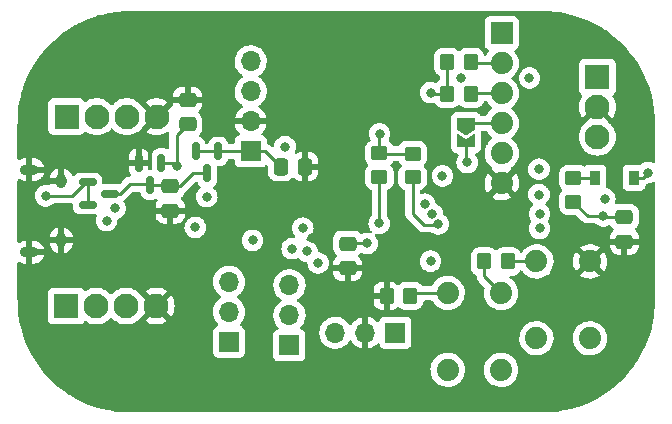
<source format=gbr>
%TF.GenerationSoftware,KiCad,Pcbnew,6.0.11-2627ca5db0~126~ubuntu22.04.1*%
%TF.CreationDate,2023-02-28T23:03:16-05:00*%
%TF.ProjectId,canbus-linbus-bridge,63616e62-7573-42d6-9c69-6e6275732d62,1.0*%
%TF.SameCoordinates,Original*%
%TF.FileFunction,Copper,L4,Bot*%
%TF.FilePolarity,Positive*%
%FSLAX46Y46*%
G04 Gerber Fmt 4.6, Leading zero omitted, Abs format (unit mm)*
G04 Created by KiCad (PCBNEW 6.0.11-2627ca5db0~126~ubuntu22.04.1) date 2023-02-28 23:03:16*
%MOMM*%
%LPD*%
G01*
G04 APERTURE LIST*
G04 Aperture macros list*
%AMRoundRect*
0 Rectangle with rounded corners*
0 $1 Rounding radius*
0 $2 $3 $4 $5 $6 $7 $8 $9 X,Y pos of 4 corners*
0 Add a 4 corners polygon primitive as box body*
4,1,4,$2,$3,$4,$5,$6,$7,$8,$9,$2,$3,0*
0 Add four circle primitives for the rounded corners*
1,1,$1+$1,$2,$3*
1,1,$1+$1,$4,$5*
1,1,$1+$1,$6,$7*
1,1,$1+$1,$8,$9*
0 Add four rect primitives between the rounded corners*
20,1,$1+$1,$2,$3,$4,$5,0*
20,1,$1+$1,$4,$5,$6,$7,0*
20,1,$1+$1,$6,$7,$8,$9,0*
20,1,$1+$1,$8,$9,$2,$3,0*%
%AMFreePoly0*
4,1,6,1.000000,0.000000,0.500000,-0.750000,-0.500000,-0.750000,-0.500000,0.750000,0.500000,0.750000,1.000000,0.000000,1.000000,0.000000,$1*%
%AMFreePoly1*
4,1,6,0.500000,-0.750000,-0.650000,-0.750000,-0.150000,0.000000,-0.650000,0.750000,0.500000,0.750000,0.500000,-0.750000,0.500000,-0.750000,$1*%
G04 Aperture macros list end*
%TA.AperFunction,ComponentPad*%
%ADD10R,2.100000X2.100000*%
%TD*%
%TA.AperFunction,ComponentPad*%
%ADD11C,2.100000*%
%TD*%
%TA.AperFunction,SMDPad,CuDef*%
%ADD12RoundRect,0.250000X-0.450000X0.350000X-0.450000X-0.350000X0.450000X-0.350000X0.450000X0.350000X0*%
%TD*%
%TA.AperFunction,SMDPad,CuDef*%
%ADD13RoundRect,0.250000X-0.350000X-0.450000X0.350000X-0.450000X0.350000X0.450000X-0.350000X0.450000X0*%
%TD*%
%TA.AperFunction,SMDPad,CuDef*%
%ADD14R,0.900000X1.200000*%
%TD*%
%TA.AperFunction,SMDPad,CuDef*%
%ADD15RoundRect,0.250000X-0.475000X0.337500X-0.475000X-0.337500X0.475000X-0.337500X0.475000X0.337500X0*%
%TD*%
%TA.AperFunction,ComponentPad*%
%ADD16R,1.700000X1.700000*%
%TD*%
%TA.AperFunction,ComponentPad*%
%ADD17O,1.700000X1.700000*%
%TD*%
%TA.AperFunction,ComponentPad*%
%ADD18C,1.879600*%
%TD*%
%TA.AperFunction,ComponentPad*%
%ADD19R,1.879600X1.879600*%
%TD*%
%TA.AperFunction,ComponentPad*%
%ADD20O,0.950000X1.250000*%
%TD*%
%TA.AperFunction,ComponentPad*%
%ADD21O,1.550000X0.890000*%
%TD*%
%TA.AperFunction,SMDPad,CuDef*%
%ADD22RoundRect,0.250000X-0.337500X-0.475000X0.337500X-0.475000X0.337500X0.475000X-0.337500X0.475000X0*%
%TD*%
%TA.AperFunction,SMDPad,CuDef*%
%ADD23RoundRect,0.150000X-0.150000X0.587500X-0.150000X-0.587500X0.150000X-0.587500X0.150000X0.587500X0*%
%TD*%
%TA.AperFunction,SMDPad,CuDef*%
%ADD24RoundRect,0.250000X0.350000X0.450000X-0.350000X0.450000X-0.350000X-0.450000X0.350000X-0.450000X0*%
%TD*%
%TA.AperFunction,SMDPad,CuDef*%
%ADD25RoundRect,0.250000X0.475000X-0.337500X0.475000X0.337500X-0.475000X0.337500X-0.475000X-0.337500X0*%
%TD*%
%TA.AperFunction,SMDPad,CuDef*%
%ADD26RoundRect,0.150000X-0.587500X-0.150000X0.587500X-0.150000X0.587500X0.150000X-0.587500X0.150000X0*%
%TD*%
%TA.AperFunction,SMDPad,CuDef*%
%ADD27FreePoly0,270.000000*%
%TD*%
%TA.AperFunction,SMDPad,CuDef*%
%ADD28FreePoly1,270.000000*%
%TD*%
%TA.AperFunction,ViaPad*%
%ADD29C,0.800000*%
%TD*%
%TA.AperFunction,Conductor*%
%ADD30C,0.250000*%
%TD*%
G04 APERTURE END LIST*
D10*
%TO.P,J4,1,Pin_1*%
%TO.N,+12V*%
X104600000Y-74720000D03*
D11*
%TO.P,J4,2,Pin_2*%
%TO.N,GND*%
X104600000Y-77260000D03*
%TO.P,J4,3,Pin_3*%
%TO.N,LIN*%
X104600000Y-79800000D03*
%TD*%
D12*
%TO.P,R9,1*%
%TO.N,Net-(D1-Pad1)*%
X102570000Y-83260000D03*
%TO.P,R9,2*%
%TO.N,LIN*%
X102570000Y-85260000D03*
%TD*%
%TO.P,R7,1*%
%TO.N,+3V3*%
X86140000Y-81180000D03*
%TO.P,R7,2*%
%TO.N,~{LIN_WAKE}*%
X86140000Y-83180000D03*
%TD*%
%TO.P,R6,1*%
%TO.N,+3V3*%
X88950000Y-81200000D03*
%TO.P,R6,2*%
%TO.N,~{LIN_SLP}*%
X88950000Y-83200000D03*
%TD*%
D13*
%TO.P,R5,1*%
%TO.N,+3V3*%
X91900000Y-76130000D03*
%TO.P,R5,2*%
%TO.N,TXD*%
X93900000Y-76130000D03*
%TD*%
%TO.P,R4,1*%
%TO.N,+3V3*%
X91880000Y-73440000D03*
%TO.P,R4,2*%
%TO.N,RXD*%
X93880000Y-73440000D03*
%TD*%
D14*
%TO.P,D1,1,K*%
%TO.N,Net-(D1-Pad1)*%
X104400000Y-83240000D03*
%TO.P,D1,2,A*%
%TO.N,Net-(D1-Pad2)*%
X107700000Y-83240000D03*
%TD*%
D15*
%TO.P,C8,2*%
%TO.N,GND*%
X106880000Y-88645000D03*
%TO.P,C8,1*%
%TO.N,LIN*%
X106880000Y-86570000D03*
%TD*%
D16*
%TO.P,JP2,1,A*%
%TO.N,CAN_RX*%
X73400000Y-97140000D03*
D17*
%TO.P,JP2,2,C*%
%TO.N,Net-(JP2-Pad2)*%
X73400000Y-94600000D03*
%TO.P,JP2,3,B*%
%TO.N,USB_D-*%
X73400000Y-92060000D03*
%TD*%
D10*
%TO.P,J6,1,Pin_1*%
%TO.N,+BATT*%
X59625000Y-94100000D03*
D11*
%TO.P,J6,2,Pin_2*%
%TO.N,CANH*%
X62165000Y-94100000D03*
%TO.P,J6,3,Pin_3*%
%TO.N,CANL*%
X64705000Y-94100000D03*
%TO.P,J6,4,Pin_4*%
%TO.N,GND*%
X67245000Y-94100000D03*
%TD*%
D16*
%TO.P,J2,1,Pin_1*%
%TO.N,SWDIO*%
X87490000Y-96350000D03*
D17*
%TO.P,J2,2,Pin_2*%
%TO.N,GND*%
X84950000Y-96350000D03*
%TO.P,J2,3,Pin_3*%
%TO.N,SWDCLK*%
X82410000Y-96350000D03*
%TD*%
D18*
%TO.P,S1,1,1*%
%TO.N,+3V3*%
X96435600Y-92998800D03*
%TO.P,S1,2,1*%
%TO.N,unconnected-(S1-Pad2)*%
X96435600Y-99501200D03*
%TO.P,S1,3,2*%
%TO.N,Net-(R1-Pad1)*%
X91914400Y-92998800D03*
%TO.P,S1,4,2*%
%TO.N,unconnected-(S1-Pad4)*%
X91914400Y-99501200D03*
%TD*%
D19*
%TO.P,J3,1,DTR*%
%TO.N,unconnected-(J3-Pad1)*%
X96500000Y-70990000D03*
D18*
%TO.P,J3,2,RXD*%
%TO.N,RXD*%
X96500000Y-73530000D03*
%TO.P,J3,3,TXD*%
%TO.N,TXD*%
X96500000Y-76070000D03*
%TO.P,J3,4,VCC*%
%TO.N,Net-(J3-Pad4)*%
X96500000Y-78610000D03*
%TO.P,J3,5,CTS*%
%TO.N,unconnected-(J3-Pad5)*%
X96500000Y-81150000D03*
%TO.P,J3,6,GND*%
%TO.N,GND*%
X96500000Y-83690000D03*
%TD*%
D10*
%TO.P,J5,1,Pin_1*%
%TO.N,+BATT*%
X59660000Y-78075000D03*
D11*
%TO.P,J5,2,Pin_2*%
%TO.N,CANH*%
X62200000Y-78075000D03*
%TO.P,J5,3,Pin_3*%
%TO.N,CANL*%
X64740000Y-78075000D03*
%TO.P,J5,4,Pin_4*%
%TO.N,GND*%
X67280000Y-78075000D03*
%TD*%
D16*
%TO.P,U3,1,Vout*%
%TO.N,+5V*%
X75247300Y-81002600D03*
D17*
%TO.P,U3,2,GND*%
%TO.N,GND*%
X75247300Y-78462600D03*
%TO.P,U3,3,Vin*%
%TO.N,+12V*%
X75247300Y-75922600D03*
%TO.P,U3,4,EN*%
%TO.N,unconnected-(U3-Pad4)*%
X75247300Y-73382600D03*
%TD*%
D18*
%TO.P,S2,1,1*%
%TO.N,GND*%
X103960600Y-90323800D03*
%TO.P,S2,2,1*%
%TO.N,unconnected-(S2-Pad2)*%
X103960600Y-96826200D03*
%TO.P,S2,3,2*%
%TO.N,~{RESET}*%
X99439400Y-90323800D03*
%TO.P,S2,4,2*%
%TO.N,unconnected-(S2-Pad4)*%
X99439400Y-96826200D03*
%TD*%
D20*
%TO.P,J1,6,Shield*%
%TO.N,GND*%
X59210000Y-83550000D03*
D21*
X56510000Y-82550000D03*
X56510000Y-89550000D03*
D20*
X59210000Y-88550000D03*
%TD*%
D16*
%TO.P,JP3,1,A*%
%TO.N,CAN_TX*%
X78525000Y-97425000D03*
D17*
%TO.P,JP3,2,C*%
%TO.N,Net-(JP3-Pad2)*%
X78525000Y-94885000D03*
%TO.P,JP3,3,B*%
%TO.N,USB_D+*%
X78525000Y-92345000D03*
%TD*%
D22*
%TO.P,C7,1*%
%TO.N,+5V*%
X77787500Y-82300000D03*
%TO.P,C7,2*%
%TO.N,GND*%
X79862500Y-82300000D03*
%TD*%
D23*
%TO.P,U1,1,GND*%
%TO.N,GND*%
X65775000Y-81987500D03*
%TO.P,U1,2,VO*%
%TO.N,+3V3*%
X67675000Y-81987500D03*
%TO.P,U1,3,VI*%
%TO.N,+5VP*%
X66725000Y-83862500D03*
%TD*%
D24*
%TO.P,R1,1*%
%TO.N,Net-(R1-Pad1)*%
X88750000Y-93250000D03*
%TO.P,R1,2*%
%TO.N,GND*%
X86750000Y-93250000D03*
%TD*%
D25*
%TO.P,C2,1*%
%TO.N,GND*%
X83450000Y-90887500D03*
%TO.P,C2,2*%
%TO.N,+3V3*%
X83450000Y-88812500D03*
%TD*%
%TO.P,C3,1*%
%TO.N,+3V3*%
X69900000Y-78712500D03*
%TO.P,C3,2*%
%TO.N,GND*%
X69900000Y-76637500D03*
%TD*%
D15*
%TO.P,C1,1*%
%TO.N,+5VP*%
X68425000Y-83950000D03*
%TO.P,C1,2*%
%TO.N,GND*%
X68425000Y-86025000D03*
%TD*%
D26*
%TO.P,Q2,1,G*%
%TO.N,VBUS*%
X61437500Y-85525000D03*
%TO.P,Q2,2,S*%
X61437500Y-83625000D03*
%TO.P,Q2,3,D*%
%TO.N,+5VP*%
X63312500Y-84575000D03*
%TD*%
D23*
%TO.P,Q1,1,G*%
%TO.N,+5V*%
X70600000Y-81000000D03*
%TO.P,Q1,2,S*%
X72500000Y-81000000D03*
%TO.P,Q1,3,D*%
%TO.N,+5VP*%
X71550000Y-82875000D03*
%TD*%
D27*
%TO.P,JP1,1,A*%
%TO.N,Net-(J3-Pad4)*%
X93475000Y-78700000D03*
D28*
%TO.P,JP1,2,B*%
%TO.N,+3V3*%
X93475000Y-80150000D03*
%TD*%
D13*
%TO.P,R2,1*%
%TO.N,+3V3*%
X95000000Y-90325000D03*
%TO.P,R2,2*%
%TO.N,~{RESET}*%
X97000000Y-90325000D03*
%TD*%
D29*
%TO.N,+12V*%
X93084800Y-74794800D03*
X98845200Y-74794800D03*
%TO.N,RXD*%
X91475000Y-83075000D03*
%TO.N,TXD*%
X99700000Y-87530000D03*
%TO.N,~{LIN_WAKE}*%
X99700000Y-86310000D03*
%TO.N,~{LIN_SLP}*%
X99650000Y-84660000D03*
%TO.N,RXD*%
X99650000Y-82510000D03*
%TO.N,+3V3*%
X86160000Y-79520000D03*
X90480000Y-76030000D03*
%TO.N,Net-(D1-Pad2)*%
X108870000Y-82800000D03*
%TO.N,LIN*%
X105110000Y-86470000D03*
%TO.N,+12V*%
X105220000Y-85020000D03*
%TO.N,GND*%
X108670000Y-87550000D03*
X80450000Y-88350000D03*
X72725000Y-70575000D03*
X93350000Y-91850000D03*
X80600000Y-85425000D03*
X75300000Y-86775000D03*
%TO.N,+3V3*%
X78150000Y-80600000D03*
X85100000Y-88800000D03*
X93575000Y-81950000D03*
X78750000Y-89250000D03*
X68975000Y-82275000D03*
%TO.N,VBUS*%
X57884502Y-84775000D03*
%TO.N,USB_D-*%
X63750000Y-85825000D03*
%TO.N,USB_D+*%
X63050000Y-86875000D03*
%TO.N,~{LIN_SLP}*%
X91125000Y-87150000D03*
%TO.N,CAN_RX*%
X71525000Y-84850000D03*
%TO.N,Net-(JP2-Pad2)*%
X80025000Y-89475000D03*
%TO.N,CAN_TX*%
X75400000Y-88550000D03*
%TO.N,Net-(JP3-Pad2)*%
X80950000Y-90450000D03*
%TO.N,~{LIN_WAKE}*%
X86125000Y-87100000D03*
%TO.N,CAN_STBY*%
X70550000Y-87450000D03*
X79650000Y-87500000D03*
%TO.N,TXD*%
X90600000Y-86275000D03*
%TO.N,RXD*%
X89990592Y-85482770D03*
%TO.N,~{RESET}*%
X90475000Y-90300000D03*
%TD*%
D30*
%TO.N,+3V3*%
X86140000Y-79540000D02*
X86160000Y-79520000D01*
X86140000Y-81180000D02*
X86140000Y-79540000D01*
X88950000Y-81200000D02*
X86160000Y-81200000D01*
X86160000Y-81200000D02*
X86140000Y-81180000D01*
%TO.N,~{LIN_SLP}*%
X88950000Y-86280000D02*
X89910000Y-87240000D01*
X88950000Y-83200000D02*
X88950000Y-86280000D01*
X89910000Y-87240000D02*
X91035000Y-87240000D01*
X91035000Y-87240000D02*
X91125000Y-87150000D01*
%TO.N,~{LIN_WAKE}*%
X86140000Y-83180000D02*
X86140000Y-87085000D01*
X86140000Y-87085000D02*
X86125000Y-87100000D01*
%TO.N,+3V3*%
X90580000Y-76130000D02*
X90480000Y-76030000D01*
X91900000Y-76130000D02*
X90580000Y-76130000D01*
X91880000Y-73440000D02*
X91880000Y-76110000D01*
X91880000Y-76110000D02*
X91900000Y-76130000D01*
%TO.N,RXD*%
X96500000Y-73530000D02*
X93970000Y-73530000D01*
X93970000Y-73530000D02*
X93880000Y-73440000D01*
%TO.N,TXD*%
X96500000Y-76070000D02*
X93960000Y-76070000D01*
X93960000Y-76070000D02*
X93900000Y-76130000D01*
%TO.N,LIN*%
X102570000Y-85260000D02*
X103780000Y-86470000D01*
X103780000Y-86470000D02*
X105110000Y-86470000D01*
%TO.N,Net-(D1-Pad1)*%
X104400000Y-83240000D02*
X102590000Y-83240000D01*
X102590000Y-83240000D02*
X102570000Y-83260000D01*
%TO.N,Net-(D1-Pad2)*%
X107700000Y-83240000D02*
X108430000Y-83240000D01*
X108430000Y-83240000D02*
X108870000Y-82800000D01*
%TO.N,LIN*%
X106880000Y-86570000D02*
X105210000Y-86570000D01*
X105210000Y-86570000D02*
X105110000Y-86470000D01*
%TO.N,+3V3*%
X83462500Y-88800000D02*
X83450000Y-88812500D01*
X68687500Y-81987500D02*
X68975000Y-82275000D01*
X85100000Y-88800000D02*
X83462500Y-88800000D01*
X67675000Y-81987500D02*
X68687500Y-81987500D01*
X68975000Y-79650000D02*
X68975000Y-82275000D01*
X69900000Y-78725000D02*
X68975000Y-79650000D01*
X95000000Y-90325000D02*
X95000000Y-91563200D01*
X93475000Y-80150000D02*
X93475000Y-81850000D01*
X93475000Y-81850000D02*
X93575000Y-81950000D01*
X95000000Y-91563200D02*
X96435600Y-92998800D01*
X69900000Y-78712500D02*
X69900000Y-78725000D01*
%TO.N,+5VP*%
X63312500Y-84575000D02*
X64200000Y-84575000D01*
X64200000Y-84575000D02*
X65000000Y-83775000D01*
X68425000Y-83950000D02*
X69300000Y-83950000D01*
X65000000Y-83775000D02*
X66675000Y-83775000D01*
X70375000Y-82875000D02*
X71550000Y-82875000D01*
X69300000Y-83950000D02*
X70375000Y-82875000D01*
X68337500Y-83862500D02*
X68425000Y-83950000D01*
X66725000Y-83862500D02*
X68337500Y-83862500D01*
%TO.N,+5V*%
X77787500Y-82300000D02*
X76490100Y-81002600D01*
X72500000Y-81000000D02*
X72502600Y-81002600D01*
X72500000Y-81000000D02*
X70600000Y-81000000D01*
X76490100Y-81002600D02*
X75247300Y-81002600D01*
X72502600Y-81002600D02*
X75247300Y-81002600D01*
%TO.N,VBUS*%
X57884502Y-84775000D02*
X60125000Y-84775000D01*
X60125000Y-84775000D02*
X61275000Y-83625000D01*
X61437500Y-85525000D02*
X61437500Y-83625000D01*
X61275000Y-83625000D02*
X61437500Y-83625000D01*
%TO.N,Net-(R1-Pad1)*%
X89001200Y-92998800D02*
X91914400Y-92998800D01*
X88750000Y-93250000D02*
X89001200Y-92998800D01*
%TO.N,~{RESET}*%
X99438200Y-90325000D02*
X99439400Y-90323800D01*
X97000000Y-90325000D02*
X99438200Y-90325000D01*
%TO.N,Net-(J3-Pad4)*%
X93565000Y-78610000D02*
X96500000Y-78610000D01*
X93475000Y-78700000D02*
X93565000Y-78610000D01*
%TD*%
%TA.AperFunction,Conductor*%
%TO.N,GND*%
G36*
X99961286Y-69127468D02*
G01*
X99976119Y-69129778D01*
X99976123Y-69129778D01*
X99984992Y-69131159D01*
X99993894Y-69129995D01*
X99993896Y-69129995D01*
X100002949Y-69128811D01*
X100008105Y-69128137D01*
X100028397Y-69127135D01*
X100583286Y-69144573D01*
X100591185Y-69145070D01*
X101011993Y-69184848D01*
X101176931Y-69200439D01*
X101184770Y-69201429D01*
X101431794Y-69240554D01*
X101765900Y-69293471D01*
X101773656Y-69294950D01*
X102347874Y-69423304D01*
X102355495Y-69425261D01*
X102920514Y-69589414D01*
X102928017Y-69591852D01*
X103177186Y-69681558D01*
X103481597Y-69791153D01*
X103488956Y-69794067D01*
X103956752Y-69996499D01*
X103969617Y-70002066D01*
X104028916Y-70027727D01*
X104036064Y-70031090D01*
X104560309Y-70298206D01*
X104560317Y-70298210D01*
X104567253Y-70302024D01*
X105073664Y-70601515D01*
X105080335Y-70605748D01*
X105289876Y-70748152D01*
X105566950Y-70936451D01*
X105573354Y-70941103D01*
X106038271Y-71301729D01*
X106044340Y-71306751D01*
X106428986Y-71645862D01*
X106485676Y-71695841D01*
X106491446Y-71701259D01*
X106907479Y-72117291D01*
X106912897Y-72123061D01*
X106915450Y-72125957D01*
X107301974Y-72564382D01*
X107307020Y-72570481D01*
X107381154Y-72666054D01*
X107667634Y-73035382D01*
X107672276Y-73041772D01*
X107752597Y-73159961D01*
X108002989Y-73528401D01*
X108007230Y-73535085D01*
X108306714Y-74041483D01*
X108310528Y-74048419D01*
X108577641Y-74572658D01*
X108581004Y-74579804D01*
X108814673Y-75119780D01*
X108817581Y-75127123D01*
X109016883Y-75680707D01*
X109019325Y-75688223D01*
X109061457Y-75833240D01*
X109183472Y-76253219D01*
X109185440Y-76260886D01*
X109313787Y-76835076D01*
X109315270Y-76842844D01*
X109403443Y-77399546D01*
X109407309Y-77423957D01*
X109408300Y-77431801D01*
X109421925Y-77575938D01*
X109463670Y-78017550D01*
X109464167Y-78025450D01*
X109481366Y-78572749D01*
X109479928Y-78596089D01*
X109477577Y-78611192D01*
X109478741Y-78620094D01*
X109478741Y-78620096D01*
X109481704Y-78642751D01*
X109482768Y-78659089D01*
X109482768Y-81884322D01*
X109462766Y-81952443D01*
X109409110Y-81998936D01*
X109338836Y-82009040D01*
X109305522Y-81999430D01*
X109152288Y-81931206D01*
X109058887Y-81911353D01*
X108971944Y-81892872D01*
X108971939Y-81892872D01*
X108965487Y-81891500D01*
X108774513Y-81891500D01*
X108768061Y-81892872D01*
X108768056Y-81892872D01*
X108681113Y-81911353D01*
X108587712Y-81931206D01*
X108581682Y-81933891D01*
X108581681Y-81933891D01*
X108419278Y-82006197D01*
X108419276Y-82006198D01*
X108413248Y-82008882D01*
X108407907Y-82012762D01*
X108407906Y-82012763D01*
X108277226Y-82107708D01*
X108210358Y-82131566D01*
X108198907Y-82131584D01*
X108198134Y-82131500D01*
X107201866Y-82131500D01*
X107139684Y-82138255D01*
X107003295Y-82189385D01*
X106886739Y-82276739D01*
X106799385Y-82393295D01*
X106748255Y-82529684D01*
X106741500Y-82591866D01*
X106741500Y-83888134D01*
X106748255Y-83950316D01*
X106799385Y-84086705D01*
X106886739Y-84203261D01*
X107003295Y-84290615D01*
X107139684Y-84341745D01*
X107201866Y-84348500D01*
X108198134Y-84348500D01*
X108260316Y-84341745D01*
X108396705Y-84290615D01*
X108513261Y-84203261D01*
X108600615Y-84086705D01*
X108651745Y-83950316D01*
X108656791Y-83903866D01*
X108684033Y-83838304D01*
X108724528Y-83808519D01*
X108723301Y-83806287D01*
X108730240Y-83802473D01*
X108737617Y-83799552D01*
X108747167Y-83792614D01*
X108773387Y-83773564D01*
X108783307Y-83767048D01*
X108805596Y-83753866D01*
X108821362Y-83744542D01*
X108826974Y-83738930D01*
X108832114Y-83734943D01*
X108898199Y-83708994D01*
X108909344Y-83708500D01*
X108965487Y-83708500D01*
X108971939Y-83707128D01*
X108971944Y-83707128D01*
X109068301Y-83686646D01*
X109152288Y-83668794D01*
X109171142Y-83660400D01*
X109209829Y-83643175D01*
X109305521Y-83600571D01*
X109375886Y-83591137D01*
X109440183Y-83621243D01*
X109477997Y-83681332D01*
X109482768Y-83715678D01*
X109482768Y-93568101D01*
X109481268Y-93587486D01*
X109478958Y-93602319D01*
X109478958Y-93602323D01*
X109477577Y-93611192D01*
X109480379Y-93632617D01*
X109480599Y-93634302D01*
X109481601Y-93654597D01*
X109464163Y-94209486D01*
X109463666Y-94217385D01*
X109424704Y-94629570D01*
X109409566Y-94789715D01*
X109408298Y-94803125D01*
X109407307Y-94810970D01*
X109378714Y-94991500D01*
X109315265Y-95392100D01*
X109313786Y-95399856D01*
X109185432Y-95974073D01*
X109183475Y-95981694D01*
X109019888Y-96544767D01*
X109019326Y-96546701D01*
X109016884Y-96554217D01*
X108948124Y-96745205D01*
X108817583Y-97107797D01*
X108814669Y-97115156D01*
X108623865Y-97556081D01*
X108597749Y-97616433D01*
X108581009Y-97655116D01*
X108577646Y-97662264D01*
X108398761Y-98013344D01*
X108310531Y-98186504D01*
X108306718Y-98193440D01*
X108007221Y-98699863D01*
X108002979Y-98706547D01*
X107954693Y-98777598D01*
X107777809Y-99037875D01*
X107672279Y-99193157D01*
X107667632Y-99199553D01*
X107307007Y-99664469D01*
X107301985Y-99670538D01*
X106979627Y-100036182D01*
X106912888Y-100111882D01*
X106907469Y-100117652D01*
X106491452Y-100533669D01*
X106485683Y-100539087D01*
X106044338Y-100928185D01*
X106038269Y-100933207D01*
X105885778Y-101051491D01*
X105573360Y-101293827D01*
X105566957Y-101298479D01*
X105080347Y-101629179D01*
X105073663Y-101633421D01*
X104567240Y-101932918D01*
X104560306Y-101936730D01*
X104036064Y-102203846D01*
X104028916Y-102207209D01*
X103488956Y-102440869D01*
X103481597Y-102443783D01*
X103204813Y-102543431D01*
X102928017Y-102643084D01*
X102920513Y-102645522D01*
X102355494Y-102809675D01*
X102347873Y-102811632D01*
X101773656Y-102939986D01*
X101765900Y-102941465D01*
X101431794Y-102994382D01*
X101184770Y-103033507D01*
X101176931Y-103034497D01*
X101011993Y-103050088D01*
X100591185Y-103089866D01*
X100583286Y-103090363D01*
X100035968Y-103107563D01*
X100012626Y-103106125D01*
X100006418Y-103105158D01*
X100006413Y-103105158D01*
X99997544Y-103103777D01*
X99988642Y-103104941D01*
X99988640Y-103104941D01*
X99974434Y-103106799D01*
X99965982Y-103107904D01*
X99949647Y-103108968D01*
X65040635Y-103108968D01*
X65021250Y-103107468D01*
X65006417Y-103105158D01*
X65006413Y-103105158D01*
X64997544Y-103103777D01*
X64988642Y-103104941D01*
X64988640Y-103104941D01*
X64980844Y-103105961D01*
X64974431Y-103106799D01*
X64954139Y-103107801D01*
X64399250Y-103090363D01*
X64391350Y-103089866D01*
X64054857Y-103058058D01*
X63805603Y-103034496D01*
X63797767Y-103033506D01*
X63216645Y-102941466D01*
X63208877Y-102939983D01*
X62634687Y-102811636D01*
X62627020Y-102809668D01*
X62356581Y-102731098D01*
X62062024Y-102645521D01*
X62054521Y-102643083D01*
X61500925Y-102443777D01*
X61493597Y-102440875D01*
X60953606Y-102207200D01*
X60946474Y-102203844D01*
X60422233Y-101936730D01*
X60415297Y-101932917D01*
X60347544Y-101892848D01*
X59908859Y-101633411D01*
X59902207Y-101629189D01*
X59415574Y-101298473D01*
X59409185Y-101293831D01*
X58944269Y-100933206D01*
X58938200Y-100928184D01*
X58496856Y-100539087D01*
X58491086Y-100533668D01*
X58075069Y-100117651D01*
X58069650Y-100111881D01*
X57680567Y-99670552D01*
X57675521Y-99664453D01*
X57521348Y-99465694D01*
X90461570Y-99465694D01*
X90461867Y-99470846D01*
X90461867Y-99470850D01*
X90467902Y-99575513D01*
X90475279Y-99703455D01*
X90476416Y-99708501D01*
X90476417Y-99708507D01*
X90509511Y-99855356D01*
X90527637Y-99935785D01*
X90529579Y-99940567D01*
X90529580Y-99940571D01*
X90599142Y-100111881D01*
X90617237Y-100156444D01*
X90741674Y-100359506D01*
X90897604Y-100539517D01*
X91080842Y-100691644D01*
X91085294Y-100694246D01*
X91085299Y-100694249D01*
X91183733Y-100751769D01*
X91286465Y-100811801D01*
X91508952Y-100896760D01*
X91514018Y-100897791D01*
X91514019Y-100897791D01*
X91568356Y-100908846D01*
X91742328Y-100944241D01*
X91876521Y-100949162D01*
X91975160Y-100952779D01*
X91975164Y-100952779D01*
X91980324Y-100952968D01*
X91985444Y-100952312D01*
X91985446Y-100952312D01*
X92211423Y-100923364D01*
X92211424Y-100923364D01*
X92216551Y-100922707D01*
X92299600Y-100897791D01*
X92439716Y-100855754D01*
X92439717Y-100855753D01*
X92444662Y-100854270D01*
X92658533Y-100749495D01*
X92662736Y-100746497D01*
X92662741Y-100746494D01*
X92848216Y-100614196D01*
X92848218Y-100614194D01*
X92852420Y-100611197D01*
X93021116Y-100443089D01*
X93160090Y-100249686D01*
X93206174Y-100156444D01*
X93263317Y-100040824D01*
X93263318Y-100040822D01*
X93265611Y-100036182D01*
X93334843Y-99808311D01*
X93349328Y-99698286D01*
X93365492Y-99575513D01*
X93365492Y-99575509D01*
X93365929Y-99572192D01*
X93367664Y-99501200D01*
X93364745Y-99465694D01*
X94982770Y-99465694D01*
X94983067Y-99470846D01*
X94983067Y-99470850D01*
X94989102Y-99575513D01*
X94996479Y-99703455D01*
X94997616Y-99708501D01*
X94997617Y-99708507D01*
X95030711Y-99855356D01*
X95048837Y-99935785D01*
X95050779Y-99940567D01*
X95050780Y-99940571D01*
X95120342Y-100111881D01*
X95138437Y-100156444D01*
X95262874Y-100359506D01*
X95418804Y-100539517D01*
X95602042Y-100691644D01*
X95606494Y-100694246D01*
X95606499Y-100694249D01*
X95704933Y-100751769D01*
X95807665Y-100811801D01*
X96030152Y-100896760D01*
X96035218Y-100897791D01*
X96035219Y-100897791D01*
X96089556Y-100908846D01*
X96263528Y-100944241D01*
X96397721Y-100949162D01*
X96496360Y-100952779D01*
X96496364Y-100952779D01*
X96501524Y-100952968D01*
X96506644Y-100952312D01*
X96506646Y-100952312D01*
X96732623Y-100923364D01*
X96732624Y-100923364D01*
X96737751Y-100922707D01*
X96820800Y-100897791D01*
X96960916Y-100855754D01*
X96960917Y-100855753D01*
X96965862Y-100854270D01*
X97179733Y-100749495D01*
X97183936Y-100746497D01*
X97183941Y-100746494D01*
X97369416Y-100614196D01*
X97369418Y-100614194D01*
X97373620Y-100611197D01*
X97542316Y-100443089D01*
X97681290Y-100249686D01*
X97727374Y-100156444D01*
X97784517Y-100040824D01*
X97784518Y-100040822D01*
X97786811Y-100036182D01*
X97856043Y-99808311D01*
X97870528Y-99698286D01*
X97886692Y-99575513D01*
X97886692Y-99575509D01*
X97887129Y-99572192D01*
X97888864Y-99501200D01*
X97869350Y-99263844D01*
X97811331Y-99032863D01*
X97716367Y-98814459D01*
X97699294Y-98788067D01*
X97589816Y-98618842D01*
X97587006Y-98614498D01*
X97426724Y-98438350D01*
X97422673Y-98435151D01*
X97422669Y-98435147D01*
X97243878Y-98293947D01*
X97243873Y-98293944D01*
X97239824Y-98290746D01*
X97235308Y-98288253D01*
X97235305Y-98288251D01*
X97035850Y-98178146D01*
X97035846Y-98178144D01*
X97031326Y-98175649D01*
X97026457Y-98173925D01*
X97026453Y-98173923D01*
X96811705Y-98097876D01*
X96811701Y-98097875D01*
X96806830Y-98096150D01*
X96801740Y-98095243D01*
X96801735Y-98095242D01*
X96674414Y-98072564D01*
X96572364Y-98054386D01*
X96483237Y-98053297D01*
X96339395Y-98051539D01*
X96339393Y-98051539D01*
X96334225Y-98051476D01*
X96098809Y-98087500D01*
X95872438Y-98161489D01*
X95867846Y-98163879D01*
X95867847Y-98163879D01*
X95714146Y-98243891D01*
X95661190Y-98271458D01*
X95657057Y-98274561D01*
X95657054Y-98274563D01*
X95474875Y-98411347D01*
X95470740Y-98414452D01*
X95306202Y-98586631D01*
X95303288Y-98590903D01*
X95303287Y-98590904D01*
X95228960Y-98699863D01*
X95171994Y-98783372D01*
X95071722Y-98999391D01*
X95008077Y-99228885D01*
X95007528Y-99234019D01*
X95007528Y-99234021D01*
X95002049Y-99285289D01*
X94982770Y-99465694D01*
X93364745Y-99465694D01*
X93348150Y-99263844D01*
X93290131Y-99032863D01*
X93195167Y-98814459D01*
X93178094Y-98788067D01*
X93068616Y-98618842D01*
X93065806Y-98614498D01*
X92905524Y-98438350D01*
X92901473Y-98435151D01*
X92901469Y-98435147D01*
X92722678Y-98293947D01*
X92722673Y-98293944D01*
X92718624Y-98290746D01*
X92714108Y-98288253D01*
X92714105Y-98288251D01*
X92514650Y-98178146D01*
X92514646Y-98178144D01*
X92510126Y-98175649D01*
X92505257Y-98173925D01*
X92505253Y-98173923D01*
X92290505Y-98097876D01*
X92290501Y-98097875D01*
X92285630Y-98096150D01*
X92280540Y-98095243D01*
X92280535Y-98095242D01*
X92153214Y-98072564D01*
X92051164Y-98054386D01*
X91962037Y-98053297D01*
X91818195Y-98051539D01*
X91818193Y-98051539D01*
X91813025Y-98051476D01*
X91577609Y-98087500D01*
X91351238Y-98161489D01*
X91346646Y-98163879D01*
X91346647Y-98163879D01*
X91192946Y-98243891D01*
X91139990Y-98271458D01*
X91135857Y-98274561D01*
X91135854Y-98274563D01*
X90953675Y-98411347D01*
X90949540Y-98414452D01*
X90785002Y-98586631D01*
X90782088Y-98590903D01*
X90782087Y-98590904D01*
X90707760Y-98699863D01*
X90650794Y-98783372D01*
X90550522Y-98999391D01*
X90486877Y-99228885D01*
X90486328Y-99234019D01*
X90486328Y-99234021D01*
X90480849Y-99285289D01*
X90461570Y-99465694D01*
X57521348Y-99465694D01*
X57364777Y-99263844D01*
X57314907Y-99199552D01*
X57310260Y-99193155D01*
X56979560Y-98706544D01*
X56975318Y-98699861D01*
X56675821Y-98193439D01*
X56672008Y-98186503D01*
X56583779Y-98013344D01*
X56404894Y-97662263D01*
X56401538Y-97655131D01*
X56167864Y-97115141D01*
X56164962Y-97107811D01*
X55965655Y-96554215D01*
X55963217Y-96546712D01*
X55839604Y-96121233D01*
X55799071Y-95981717D01*
X55797103Y-95974050D01*
X55668756Y-95399860D01*
X55667272Y-95392085D01*
X55665652Y-95381857D01*
X55636553Y-95198134D01*
X58066500Y-95198134D01*
X58073255Y-95260316D01*
X58124385Y-95396705D01*
X58211739Y-95513261D01*
X58328295Y-95600615D01*
X58464684Y-95651745D01*
X58526866Y-95658500D01*
X60723134Y-95658500D01*
X60785316Y-95651745D01*
X60921705Y-95600615D01*
X61038261Y-95513261D01*
X61111128Y-95416035D01*
X61167988Y-95373521D01*
X61238806Y-95368496D01*
X61277788Y-95384168D01*
X61303395Y-95399860D01*
X61455268Y-95492927D01*
X61526946Y-95522617D01*
X61677335Y-95584911D01*
X61677337Y-95584912D01*
X61681908Y-95586805D01*
X61716997Y-95595229D01*
X61915630Y-95642917D01*
X61915636Y-95642918D01*
X61920443Y-95644072D01*
X62165000Y-95663319D01*
X62409557Y-95644072D01*
X62414364Y-95642918D01*
X62414370Y-95642917D01*
X62613003Y-95595229D01*
X62648092Y-95586805D01*
X62652663Y-95584912D01*
X62652665Y-95584911D01*
X62803054Y-95522617D01*
X62874732Y-95492927D01*
X63026605Y-95399860D01*
X63079670Y-95367342D01*
X63079673Y-95367340D01*
X63083896Y-95364752D01*
X63089819Y-95359694D01*
X63266677Y-95208641D01*
X63270433Y-95205433D01*
X63302456Y-95167939D01*
X63339189Y-95124931D01*
X63398640Y-95086122D01*
X63469635Y-95085616D01*
X63530811Y-95124931D01*
X63567544Y-95167939D01*
X63599567Y-95205433D01*
X63603323Y-95208641D01*
X63780182Y-95359694D01*
X63786104Y-95364752D01*
X63790327Y-95367340D01*
X63790330Y-95367342D01*
X63843395Y-95399860D01*
X63995268Y-95492927D01*
X64066946Y-95522617D01*
X64217335Y-95584911D01*
X64217337Y-95584912D01*
X64221908Y-95586805D01*
X64256997Y-95595229D01*
X64455630Y-95642917D01*
X64455636Y-95642918D01*
X64460443Y-95644072D01*
X64705000Y-95663319D01*
X64949557Y-95644072D01*
X64954364Y-95642918D01*
X64954370Y-95642917D01*
X65153003Y-95595229D01*
X65188092Y-95586805D01*
X65192663Y-95584912D01*
X65192665Y-95584911D01*
X65343054Y-95522617D01*
X65414732Y-95492927D01*
X65566605Y-95399860D01*
X65616915Y-95369030D01*
X66340800Y-95369030D01*
X66346527Y-95376680D01*
X66531272Y-95489893D01*
X66540067Y-95494375D01*
X66757490Y-95584434D01*
X66766875Y-95587483D01*
X66995708Y-95642422D01*
X67005455Y-95643965D01*
X67240070Y-95662430D01*
X67249930Y-95662430D01*
X67484545Y-95643965D01*
X67494292Y-95642422D01*
X67723125Y-95587483D01*
X67732510Y-95584434D01*
X67949933Y-95494375D01*
X67958728Y-95489893D01*
X68139805Y-95378928D01*
X68149267Y-95368470D01*
X68145484Y-95359694D01*
X67257812Y-94472022D01*
X67243868Y-94464408D01*
X67242035Y-94464539D01*
X67235420Y-94468790D01*
X66347560Y-95356650D01*
X66340800Y-95369030D01*
X65616915Y-95369030D01*
X65619670Y-95367342D01*
X65619673Y-95367340D01*
X65623896Y-95364752D01*
X65629819Y-95359694D01*
X65806677Y-95208641D01*
X65810433Y-95205433D01*
X65969752Y-95018896D01*
X65971190Y-95016549D01*
X65982605Y-95003185D01*
X66872978Y-94112812D01*
X66879356Y-94101132D01*
X67609408Y-94101132D01*
X67609539Y-94102965D01*
X67613790Y-94109580D01*
X68501650Y-94997440D01*
X68514030Y-95004200D01*
X68521680Y-94998473D01*
X68634893Y-94813728D01*
X68639375Y-94804933D01*
X68729434Y-94587510D01*
X68732483Y-94578125D01*
X68735227Y-94566695D01*
X72037251Y-94566695D01*
X72037548Y-94571848D01*
X72037548Y-94571851D01*
X72043202Y-94669908D01*
X72050110Y-94789715D01*
X72051247Y-94794761D01*
X72051248Y-94794767D01*
X72062921Y-94846562D01*
X72099222Y-95007639D01*
X72146849Y-95124931D01*
X72177174Y-95199612D01*
X72183266Y-95214616D01*
X72211271Y-95260316D01*
X72295362Y-95397540D01*
X72299987Y-95405088D01*
X72446250Y-95573938D01*
X72450230Y-95577242D01*
X72454981Y-95581187D01*
X72494616Y-95640090D01*
X72496113Y-95711071D01*
X72458997Y-95771593D01*
X72418724Y-95796112D01*
X72303295Y-95839385D01*
X72186739Y-95926739D01*
X72099385Y-96043295D01*
X72048255Y-96179684D01*
X72041500Y-96241866D01*
X72041500Y-98038134D01*
X72048255Y-98100316D01*
X72099385Y-98236705D01*
X72186739Y-98353261D01*
X72303295Y-98440615D01*
X72439684Y-98491745D01*
X72501866Y-98498500D01*
X74298134Y-98498500D01*
X74360316Y-98491745D01*
X74496705Y-98440615D01*
X74613261Y-98353261D01*
X74700615Y-98236705D01*
X74751745Y-98100316D01*
X74758500Y-98038134D01*
X74758500Y-96241866D01*
X74751745Y-96179684D01*
X74700615Y-96043295D01*
X74613261Y-95926739D01*
X74496705Y-95839385D01*
X74484132Y-95834672D01*
X74378203Y-95794960D01*
X74321439Y-95752318D01*
X74296739Y-95685756D01*
X74311947Y-95616408D01*
X74333493Y-95587727D01*
X74403186Y-95518277D01*
X74438096Y-95483489D01*
X74470287Y-95438691D01*
X74565435Y-95306277D01*
X74568453Y-95302077D01*
X74589093Y-95260316D01*
X74665136Y-95106453D01*
X74665137Y-95106451D01*
X74667430Y-95101811D01*
X74732370Y-94888069D01*
X74737159Y-94851695D01*
X77162251Y-94851695D01*
X77162548Y-94856848D01*
X77162548Y-94856851D01*
X77173960Y-95054771D01*
X77175110Y-95074715D01*
X77176247Y-95079761D01*
X77176248Y-95079767D01*
X77186427Y-95124931D01*
X77224222Y-95292639D01*
X77271467Y-95408990D01*
X77306319Y-95494820D01*
X77308266Y-95499616D01*
X77319925Y-95518642D01*
X77419648Y-95681375D01*
X77424987Y-95690088D01*
X77571250Y-95858938D01*
X77575230Y-95862242D01*
X77579981Y-95866187D01*
X77619616Y-95925090D01*
X77621113Y-95996071D01*
X77583997Y-96056593D01*
X77543725Y-96081112D01*
X77458486Y-96113067D01*
X77428295Y-96124385D01*
X77311739Y-96211739D01*
X77224385Y-96328295D01*
X77173255Y-96464684D01*
X77166500Y-96526866D01*
X77166500Y-98323134D01*
X77173255Y-98385316D01*
X77224385Y-98521705D01*
X77311739Y-98638261D01*
X77428295Y-98725615D01*
X77564684Y-98776745D01*
X77626866Y-98783500D01*
X79423134Y-98783500D01*
X79485316Y-98776745D01*
X79621705Y-98725615D01*
X79738261Y-98638261D01*
X79825615Y-98521705D01*
X79876745Y-98385316D01*
X79883500Y-98323134D01*
X79883500Y-96526866D01*
X79876745Y-96464684D01*
X79825615Y-96328295D01*
X79816921Y-96316695D01*
X81047251Y-96316695D01*
X81047548Y-96321848D01*
X81047548Y-96321851D01*
X81053011Y-96416590D01*
X81060110Y-96539715D01*
X81061247Y-96544761D01*
X81061248Y-96544767D01*
X81071182Y-96588844D01*
X81109222Y-96757639D01*
X81193266Y-96964616D01*
X81235482Y-97033507D01*
X81299672Y-97138255D01*
X81309987Y-97155088D01*
X81456250Y-97323938D01*
X81628126Y-97466632D01*
X81821000Y-97579338D01*
X82029692Y-97659030D01*
X82034760Y-97660061D01*
X82034763Y-97660062D01*
X82129862Y-97679410D01*
X82248597Y-97703567D01*
X82253772Y-97703757D01*
X82253774Y-97703757D01*
X82466673Y-97711564D01*
X82466677Y-97711564D01*
X82471837Y-97711753D01*
X82476957Y-97711097D01*
X82476959Y-97711097D01*
X82688288Y-97684025D01*
X82688289Y-97684025D01*
X82693416Y-97683368D01*
X82698366Y-97681883D01*
X82902429Y-97620661D01*
X82902434Y-97620659D01*
X82907384Y-97619174D01*
X83107994Y-97520896D01*
X83289860Y-97391173D01*
X83448096Y-97233489D01*
X83507594Y-97150689D01*
X83578453Y-97052077D01*
X83579640Y-97052930D01*
X83626960Y-97009362D01*
X83696897Y-96997145D01*
X83762338Y-97024678D01*
X83790166Y-97056511D01*
X83847694Y-97150388D01*
X83853777Y-97158699D01*
X83993213Y-97319667D01*
X84000580Y-97326883D01*
X84164434Y-97462916D01*
X84172881Y-97468831D01*
X84356756Y-97576279D01*
X84366042Y-97580729D01*
X84565001Y-97656703D01*
X84574899Y-97659579D01*
X84678250Y-97680606D01*
X84692299Y-97679410D01*
X84696000Y-97669065D01*
X84696000Y-97668517D01*
X85204000Y-97668517D01*
X85208064Y-97682359D01*
X85221478Y-97684393D01*
X85228184Y-97683534D01*
X85238262Y-97681392D01*
X85442255Y-97620191D01*
X85451842Y-97616433D01*
X85643095Y-97522739D01*
X85651945Y-97517464D01*
X85825328Y-97393792D01*
X85833193Y-97387145D01*
X85937897Y-97282805D01*
X86000268Y-97248889D01*
X86071075Y-97254077D01*
X86127837Y-97296723D01*
X86144819Y-97327826D01*
X86155468Y-97356231D01*
X86189385Y-97446705D01*
X86276739Y-97563261D01*
X86393295Y-97650615D01*
X86529684Y-97701745D01*
X86591866Y-97708500D01*
X88388134Y-97708500D01*
X88450316Y-97701745D01*
X88586705Y-97650615D01*
X88703261Y-97563261D01*
X88790615Y-97446705D01*
X88841745Y-97310316D01*
X88848500Y-97248134D01*
X88848500Y-96790694D01*
X97986570Y-96790694D01*
X97986867Y-96795846D01*
X97986867Y-96795850D01*
X97992902Y-96900513D01*
X98000279Y-97028455D01*
X98001416Y-97033501D01*
X98001417Y-97033507D01*
X98027758Y-97150388D01*
X98052637Y-97260785D01*
X98054579Y-97265567D01*
X98054580Y-97265571D01*
X98134880Y-97463327D01*
X98142237Y-97481444D01*
X98266674Y-97684506D01*
X98422604Y-97864517D01*
X98605842Y-98016644D01*
X98610294Y-98019246D01*
X98610299Y-98019249D01*
X98807007Y-98134196D01*
X98811465Y-98136801D01*
X99033952Y-98221760D01*
X99039018Y-98222791D01*
X99039019Y-98222791D01*
X99066082Y-98228297D01*
X99267328Y-98269241D01*
X99401521Y-98274162D01*
X99500160Y-98277779D01*
X99500164Y-98277779D01*
X99505324Y-98277968D01*
X99510444Y-98277312D01*
X99510446Y-98277312D01*
X99736423Y-98248364D01*
X99736424Y-98248364D01*
X99741551Y-98247707D01*
X99746501Y-98246222D01*
X99964716Y-98180754D01*
X99964717Y-98180753D01*
X99969662Y-98179270D01*
X100183533Y-98074495D01*
X100187736Y-98071497D01*
X100187741Y-98071494D01*
X100373216Y-97939196D01*
X100373218Y-97939194D01*
X100377420Y-97936197D01*
X100546116Y-97768089D01*
X100685090Y-97574686D01*
X100710550Y-97523173D01*
X100788317Y-97365824D01*
X100788318Y-97365822D01*
X100790611Y-97361182D01*
X100859843Y-97133311D01*
X100862233Y-97115156D01*
X100890492Y-96900513D01*
X100890492Y-96900509D01*
X100890929Y-96897192D01*
X100892664Y-96826200D01*
X100889745Y-96790694D01*
X102507770Y-96790694D01*
X102508067Y-96795846D01*
X102508067Y-96795850D01*
X102514102Y-96900513D01*
X102521479Y-97028455D01*
X102522616Y-97033501D01*
X102522617Y-97033507D01*
X102548958Y-97150388D01*
X102573837Y-97260785D01*
X102575779Y-97265567D01*
X102575780Y-97265571D01*
X102656080Y-97463327D01*
X102663437Y-97481444D01*
X102787874Y-97684506D01*
X102943804Y-97864517D01*
X103127042Y-98016644D01*
X103131494Y-98019246D01*
X103131499Y-98019249D01*
X103328207Y-98134196D01*
X103332665Y-98136801D01*
X103555152Y-98221760D01*
X103560218Y-98222791D01*
X103560219Y-98222791D01*
X103587282Y-98228297D01*
X103788528Y-98269241D01*
X103922721Y-98274162D01*
X104021360Y-98277779D01*
X104021364Y-98277779D01*
X104026524Y-98277968D01*
X104031644Y-98277312D01*
X104031646Y-98277312D01*
X104257623Y-98248364D01*
X104257624Y-98248364D01*
X104262751Y-98247707D01*
X104267701Y-98246222D01*
X104485916Y-98180754D01*
X104485917Y-98180753D01*
X104490862Y-98179270D01*
X104704733Y-98074495D01*
X104708936Y-98071497D01*
X104708941Y-98071494D01*
X104894416Y-97939196D01*
X104894418Y-97939194D01*
X104898620Y-97936197D01*
X105067316Y-97768089D01*
X105206290Y-97574686D01*
X105231750Y-97523173D01*
X105309517Y-97365824D01*
X105309518Y-97365822D01*
X105311811Y-97361182D01*
X105381043Y-97133311D01*
X105383433Y-97115156D01*
X105411692Y-96900513D01*
X105411692Y-96900509D01*
X105412129Y-96897192D01*
X105413864Y-96826200D01*
X105394350Y-96588844D01*
X105336331Y-96357863D01*
X105241367Y-96139459D01*
X105237490Y-96133465D01*
X105139309Y-95981702D01*
X105112006Y-95939498D01*
X104951724Y-95763350D01*
X104947673Y-95760151D01*
X104947669Y-95760147D01*
X104768878Y-95618947D01*
X104768873Y-95618944D01*
X104764824Y-95615746D01*
X104760308Y-95613253D01*
X104760305Y-95613251D01*
X104560850Y-95503146D01*
X104560846Y-95503144D01*
X104556326Y-95500649D01*
X104551457Y-95498925D01*
X104551453Y-95498923D01*
X104336705Y-95422876D01*
X104336701Y-95422875D01*
X104331830Y-95421150D01*
X104326740Y-95420243D01*
X104326735Y-95420242D01*
X104168741Y-95392100D01*
X104097364Y-95379386D01*
X104008237Y-95378297D01*
X103864395Y-95376539D01*
X103864393Y-95376539D01*
X103859225Y-95376476D01*
X103623809Y-95412500D01*
X103397438Y-95486489D01*
X103385071Y-95492927D01*
X103196143Y-95591277D01*
X103186190Y-95596458D01*
X103182057Y-95599561D01*
X103182054Y-95599563D01*
X103026133Y-95716632D01*
X102995740Y-95739452D01*
X102992168Y-95743190D01*
X102868380Y-95872727D01*
X102831202Y-95911631D01*
X102828288Y-95915903D01*
X102828287Y-95915904D01*
X102785991Y-95977908D01*
X102696994Y-96108372D01*
X102684578Y-96135121D01*
X102635029Y-96241866D01*
X102596722Y-96324391D01*
X102533077Y-96553885D01*
X102532528Y-96559019D01*
X102532528Y-96559021D01*
X102527049Y-96610289D01*
X102507770Y-96790694D01*
X100889745Y-96790694D01*
X100873150Y-96588844D01*
X100815131Y-96357863D01*
X100720167Y-96139459D01*
X100716290Y-96133465D01*
X100618109Y-95981702D01*
X100590806Y-95939498D01*
X100430524Y-95763350D01*
X100426473Y-95760151D01*
X100426469Y-95760147D01*
X100247678Y-95618947D01*
X100247673Y-95618944D01*
X100243624Y-95615746D01*
X100239108Y-95613253D01*
X100239105Y-95613251D01*
X100039650Y-95503146D01*
X100039646Y-95503144D01*
X100035126Y-95500649D01*
X100030257Y-95498925D01*
X100030253Y-95498923D01*
X99815505Y-95422876D01*
X99815501Y-95422875D01*
X99810630Y-95421150D01*
X99805540Y-95420243D01*
X99805535Y-95420242D01*
X99647541Y-95392100D01*
X99576164Y-95379386D01*
X99487037Y-95378297D01*
X99343195Y-95376539D01*
X99343193Y-95376539D01*
X99338025Y-95376476D01*
X99102609Y-95412500D01*
X98876238Y-95486489D01*
X98863871Y-95492927D01*
X98674943Y-95591277D01*
X98664990Y-95596458D01*
X98660857Y-95599561D01*
X98660854Y-95599563D01*
X98504933Y-95716632D01*
X98474540Y-95739452D01*
X98470968Y-95743190D01*
X98347180Y-95872727D01*
X98310002Y-95911631D01*
X98307088Y-95915903D01*
X98307087Y-95915904D01*
X98264791Y-95977908D01*
X98175794Y-96108372D01*
X98163378Y-96135121D01*
X98113829Y-96241866D01*
X98075522Y-96324391D01*
X98011877Y-96553885D01*
X98011328Y-96559019D01*
X98011328Y-96559021D01*
X98005849Y-96610289D01*
X97986570Y-96790694D01*
X88848500Y-96790694D01*
X88848500Y-95451866D01*
X88841745Y-95389684D01*
X88790615Y-95253295D01*
X88703261Y-95136739D01*
X88586705Y-95049385D01*
X88450316Y-94998255D01*
X88388134Y-94991500D01*
X86591866Y-94991500D01*
X86529684Y-94998255D01*
X86393295Y-95049385D01*
X86276739Y-95136739D01*
X86189385Y-95253295D01*
X86186233Y-95261703D01*
X86186232Y-95261705D01*
X86144722Y-95372433D01*
X86102081Y-95429198D01*
X86035519Y-95453898D01*
X85966170Y-95438691D01*
X85933546Y-95413004D01*
X85882799Y-95357234D01*
X85875273Y-95350215D01*
X85708139Y-95218222D01*
X85699552Y-95212517D01*
X85513117Y-95109599D01*
X85503705Y-95105369D01*
X85302959Y-95034280D01*
X85292988Y-95031646D01*
X85221837Y-95018972D01*
X85208540Y-95020432D01*
X85204000Y-95034989D01*
X85204000Y-97668517D01*
X84696000Y-97668517D01*
X84696000Y-95033102D01*
X84692082Y-95019758D01*
X84677806Y-95017771D01*
X84639324Y-95023660D01*
X84629288Y-95026051D01*
X84426868Y-95092212D01*
X84417359Y-95096209D01*
X84228463Y-95194542D01*
X84219738Y-95200036D01*
X84049433Y-95327905D01*
X84041726Y-95334748D01*
X83894590Y-95488717D01*
X83888109Y-95496722D01*
X83783498Y-95650074D01*
X83728587Y-95695076D01*
X83658062Y-95703247D01*
X83594315Y-95671993D01*
X83573618Y-95647509D01*
X83492822Y-95522617D01*
X83492820Y-95522614D01*
X83490014Y-95518277D01*
X83339670Y-95353051D01*
X83335619Y-95349852D01*
X83335615Y-95349848D01*
X83168414Y-95217800D01*
X83168410Y-95217798D01*
X83164359Y-95214598D01*
X83134535Y-95198134D01*
X83079836Y-95167939D01*
X82968789Y-95106638D01*
X82963920Y-95104914D01*
X82963916Y-95104912D01*
X82763087Y-95033795D01*
X82763083Y-95033794D01*
X82758212Y-95032069D01*
X82753119Y-95031162D01*
X82753116Y-95031161D01*
X82543373Y-94993800D01*
X82543367Y-94993799D01*
X82538284Y-94992894D01*
X82464452Y-94991992D01*
X82320081Y-94990228D01*
X82320079Y-94990228D01*
X82314911Y-94990165D01*
X82094091Y-95023955D01*
X81881756Y-95093357D01*
X81821103Y-95124931D01*
X81738486Y-95167939D01*
X81683607Y-95196507D01*
X81679474Y-95199610D01*
X81679471Y-95199612D01*
X81509100Y-95327530D01*
X81504965Y-95330635D01*
X81350629Y-95492138D01*
X81347715Y-95496410D01*
X81347714Y-95496411D01*
X81287669Y-95584434D01*
X81224743Y-95676680D01*
X81206198Y-95716632D01*
X81141956Y-95855031D01*
X81130688Y-95879305D01*
X81070989Y-96094570D01*
X81047251Y-96316695D01*
X79816921Y-96316695D01*
X79738261Y-96211739D01*
X79621705Y-96124385D01*
X79609132Y-96119672D01*
X79503203Y-96079960D01*
X79446439Y-96037318D01*
X79421739Y-95970756D01*
X79436947Y-95901408D01*
X79458493Y-95872727D01*
X79559435Y-95772137D01*
X79563096Y-95768489D01*
X79622594Y-95685689D01*
X79690435Y-95591277D01*
X79693453Y-95587077D01*
X79727276Y-95518642D01*
X79790136Y-95391453D01*
X79790137Y-95391451D01*
X79792430Y-95386811D01*
X79843409Y-95219020D01*
X79855865Y-95178023D01*
X79855865Y-95178021D01*
X79857370Y-95173069D01*
X79886529Y-94951590D01*
X79888156Y-94885000D01*
X79869852Y-94662361D01*
X79815431Y-94445702D01*
X79726354Y-94240840D01*
X79654199Y-94129305D01*
X79607822Y-94057617D01*
X79607820Y-94057614D01*
X79605014Y-94053277D01*
X79454670Y-93888051D01*
X79450619Y-93884852D01*
X79450615Y-93884848D01*
X79283414Y-93752800D01*
X79283410Y-93752798D01*
X79279359Y-93749598D01*
X79274825Y-93747095D01*
X85642001Y-93747095D01*
X85642338Y-93753614D01*
X85652257Y-93849206D01*
X85655149Y-93862600D01*
X85706588Y-94016784D01*
X85712761Y-94029962D01*
X85798063Y-94167807D01*
X85807099Y-94179208D01*
X85921829Y-94293739D01*
X85933240Y-94302751D01*
X86071243Y-94387816D01*
X86084424Y-94393963D01*
X86238710Y-94445138D01*
X86252086Y-94448005D01*
X86346438Y-94457672D01*
X86352854Y-94458000D01*
X86477885Y-94458000D01*
X86493124Y-94453525D01*
X86494329Y-94452135D01*
X86496000Y-94444452D01*
X86496000Y-94439884D01*
X87004000Y-94439884D01*
X87008475Y-94455123D01*
X87009865Y-94456328D01*
X87017548Y-94457999D01*
X87147095Y-94457999D01*
X87153614Y-94457662D01*
X87249206Y-94447743D01*
X87262600Y-94444851D01*
X87416784Y-94393412D01*
X87429962Y-94387239D01*
X87567807Y-94301937D01*
X87579208Y-94292901D01*
X87660430Y-94211538D01*
X87722713Y-94177459D01*
X87793533Y-94182462D01*
X87838620Y-94211383D01*
X87921512Y-94294130D01*
X87921517Y-94294134D01*
X87926697Y-94299305D01*
X87932927Y-94303145D01*
X87932928Y-94303146D01*
X88070288Y-94387816D01*
X88077262Y-94392115D01*
X88087139Y-94395391D01*
X88238611Y-94445632D01*
X88238613Y-94445632D01*
X88245139Y-94447797D01*
X88251975Y-94448497D01*
X88251978Y-94448498D01*
X88295031Y-94452909D01*
X88349600Y-94458500D01*
X89150400Y-94458500D01*
X89153646Y-94458163D01*
X89153650Y-94458163D01*
X89249308Y-94448238D01*
X89249312Y-94448237D01*
X89256166Y-94447526D01*
X89262702Y-94445345D01*
X89262704Y-94445345D01*
X89412433Y-94395391D01*
X89423946Y-94391550D01*
X89574348Y-94298478D01*
X89699305Y-94173303D01*
X89703979Y-94165720D01*
X89788275Y-94028968D01*
X89788276Y-94028966D01*
X89792115Y-94022738D01*
X89835522Y-93891870D01*
X89845632Y-93861389D01*
X89845632Y-93861387D01*
X89847797Y-93854861D01*
X89858500Y-93750400D01*
X89858769Y-93750428D01*
X89881704Y-93684871D01*
X89937657Y-93641170D01*
X89984096Y-93632300D01*
X90533349Y-93632300D01*
X90601470Y-93652302D01*
X90640781Y-93692464D01*
X90741674Y-93857106D01*
X90897604Y-94037117D01*
X90988779Y-94112812D01*
X91068754Y-94179208D01*
X91080842Y-94189244D01*
X91085294Y-94191846D01*
X91085299Y-94191849D01*
X91269188Y-94299305D01*
X91286465Y-94309401D01*
X91508952Y-94394360D01*
X91514018Y-94395391D01*
X91514019Y-94395391D01*
X91568356Y-94406446D01*
X91742328Y-94441841D01*
X91876521Y-94446762D01*
X91975160Y-94450379D01*
X91975164Y-94450379D01*
X91980324Y-94450568D01*
X91985444Y-94449912D01*
X91985446Y-94449912D01*
X92211423Y-94420964D01*
X92211424Y-94420964D01*
X92216551Y-94420307D01*
X92302840Y-94394419D01*
X92439716Y-94353354D01*
X92439717Y-94353353D01*
X92444662Y-94351870D01*
X92658533Y-94247095D01*
X92662736Y-94244097D01*
X92662741Y-94244094D01*
X92848216Y-94111796D01*
X92848218Y-94111794D01*
X92852420Y-94108797D01*
X93021116Y-93940689D01*
X93031183Y-93926680D01*
X93075048Y-93865635D01*
X93160090Y-93747286D01*
X93162635Y-93742138D01*
X93263317Y-93538424D01*
X93263318Y-93538422D01*
X93265611Y-93533782D01*
X93334843Y-93305911D01*
X93345036Y-93228489D01*
X93365492Y-93073113D01*
X93365492Y-93073109D01*
X93365929Y-93069792D01*
X93366011Y-93066440D01*
X93367582Y-93002165D01*
X93367582Y-93002161D01*
X93367664Y-92998800D01*
X93348150Y-92761444D01*
X93290131Y-92530463D01*
X93210953Y-92348365D01*
X93197227Y-92316796D01*
X93197225Y-92316793D01*
X93195167Y-92312059D01*
X93180003Y-92288618D01*
X93072445Y-92122361D01*
X93065806Y-92112098D01*
X93061973Y-92107885D01*
X93002022Y-92042000D01*
X92905524Y-91935950D01*
X92901473Y-91932751D01*
X92901469Y-91932747D01*
X92722678Y-91791547D01*
X92722673Y-91791544D01*
X92718624Y-91788346D01*
X92714108Y-91785853D01*
X92714105Y-91785851D01*
X92514650Y-91675746D01*
X92514646Y-91675744D01*
X92510126Y-91673249D01*
X92505257Y-91671525D01*
X92505253Y-91671523D01*
X92290505Y-91595476D01*
X92290501Y-91595475D01*
X92285630Y-91593750D01*
X92280540Y-91592843D01*
X92280535Y-91592842D01*
X92153214Y-91570164D01*
X92051164Y-91551986D01*
X91962037Y-91550897D01*
X91818195Y-91549139D01*
X91818193Y-91549139D01*
X91813025Y-91549076D01*
X91577609Y-91585100D01*
X91351238Y-91659089D01*
X91139990Y-91769058D01*
X91135857Y-91772161D01*
X91135854Y-91772163D01*
X90953675Y-91908947D01*
X90949540Y-91912052D01*
X90945968Y-91915790D01*
X90816279Y-92051502D01*
X90785002Y-92084231D01*
X90782088Y-92088503D01*
X90782087Y-92088504D01*
X90755471Y-92127522D01*
X90650794Y-92280972D01*
X90648613Y-92285670D01*
X90648611Y-92285674D01*
X90645514Y-92292346D01*
X90598692Y-92345715D01*
X90531225Y-92365300D01*
X89789732Y-92365300D01*
X89721611Y-92345298D01*
X89699161Y-92324968D01*
X89698478Y-92325652D01*
X89622409Y-92249715D01*
X89573303Y-92200695D01*
X89453083Y-92126590D01*
X89428968Y-92111725D01*
X89428966Y-92111724D01*
X89422738Y-92107885D01*
X89288514Y-92063365D01*
X89261389Y-92054368D01*
X89261387Y-92054368D01*
X89254861Y-92052203D01*
X89248025Y-92051503D01*
X89248022Y-92051502D01*
X89204969Y-92047091D01*
X89150400Y-92041500D01*
X88349600Y-92041500D01*
X88346354Y-92041837D01*
X88346350Y-92041837D01*
X88250692Y-92051762D01*
X88250688Y-92051763D01*
X88243834Y-92052474D01*
X88237298Y-92054655D01*
X88237296Y-92054655D01*
X88159848Y-92080494D01*
X88076054Y-92108450D01*
X87925652Y-92201522D01*
X87920479Y-92206704D01*
X87838862Y-92288463D01*
X87776579Y-92322542D01*
X87705759Y-92317539D01*
X87660671Y-92288618D01*
X87578171Y-92206261D01*
X87566760Y-92197249D01*
X87428757Y-92112184D01*
X87415576Y-92106037D01*
X87261290Y-92054862D01*
X87247914Y-92051995D01*
X87153562Y-92042328D01*
X87147145Y-92042000D01*
X87022115Y-92042000D01*
X87006876Y-92046475D01*
X87005671Y-92047865D01*
X87004000Y-92055548D01*
X87004000Y-94439884D01*
X86496000Y-94439884D01*
X86496000Y-93522115D01*
X86491525Y-93506876D01*
X86490135Y-93505671D01*
X86482452Y-93504000D01*
X85660116Y-93504000D01*
X85644877Y-93508475D01*
X85643672Y-93509865D01*
X85642001Y-93517548D01*
X85642001Y-93747095D01*
X79274825Y-93747095D01*
X79238053Y-93726796D01*
X79188084Y-93676364D01*
X79173312Y-93606921D01*
X79198428Y-93540516D01*
X79225780Y-93513909D01*
X79290422Y-93467800D01*
X79404860Y-93386173D01*
X79434499Y-93356638D01*
X79559435Y-93232137D01*
X79563096Y-93228489D01*
X79569573Y-93219476D01*
X79690435Y-93051277D01*
X79693453Y-93047077D01*
X79717477Y-92998469D01*
X79727650Y-92977885D01*
X85642000Y-92977885D01*
X85646475Y-92993124D01*
X85647865Y-92994329D01*
X85655548Y-92996000D01*
X86477885Y-92996000D01*
X86493124Y-92991525D01*
X86494329Y-92990135D01*
X86496000Y-92982452D01*
X86496000Y-92060116D01*
X86491525Y-92044877D01*
X86490135Y-92043672D01*
X86482452Y-92042001D01*
X86352905Y-92042001D01*
X86346386Y-92042338D01*
X86250794Y-92052257D01*
X86237400Y-92055149D01*
X86083216Y-92106588D01*
X86070038Y-92112761D01*
X85932193Y-92198063D01*
X85920792Y-92207099D01*
X85806261Y-92321829D01*
X85797249Y-92333240D01*
X85712184Y-92471243D01*
X85706037Y-92484424D01*
X85654862Y-92638710D01*
X85651995Y-92652086D01*
X85642328Y-92746438D01*
X85642000Y-92752855D01*
X85642000Y-92977885D01*
X79727650Y-92977885D01*
X79790136Y-92851453D01*
X79790137Y-92851451D01*
X79792430Y-92846811D01*
X79844747Y-92674616D01*
X79855865Y-92638023D01*
X79855865Y-92638021D01*
X79857370Y-92633069D01*
X79886529Y-92411590D01*
X79888156Y-92345000D01*
X79869852Y-92122361D01*
X79815431Y-91905702D01*
X79726354Y-91700840D01*
X79652518Y-91586707D01*
X79607822Y-91517617D01*
X79607820Y-91517614D01*
X79605014Y-91513277D01*
X79454670Y-91348051D01*
X79450619Y-91344852D01*
X79450615Y-91344848D01*
X79283414Y-91212800D01*
X79283410Y-91212798D01*
X79279359Y-91209598D01*
X79083789Y-91101638D01*
X79078920Y-91099914D01*
X79078916Y-91099912D01*
X78878087Y-91028795D01*
X78878083Y-91028794D01*
X78873212Y-91027069D01*
X78868119Y-91026162D01*
X78868116Y-91026161D01*
X78658373Y-90988800D01*
X78658367Y-90988799D01*
X78653284Y-90987894D01*
X78575525Y-90986944D01*
X78435081Y-90985228D01*
X78435079Y-90985228D01*
X78429911Y-90985165D01*
X78209091Y-91018955D01*
X77996756Y-91088357D01*
X77966443Y-91104137D01*
X77809169Y-91186009D01*
X77798607Y-91191507D01*
X77794474Y-91194610D01*
X77794471Y-91194612D01*
X77671567Y-91286891D01*
X77619965Y-91325635D01*
X77465629Y-91487138D01*
X77462715Y-91491410D01*
X77462714Y-91491411D01*
X77399876Y-91583528D01*
X77339743Y-91671680D01*
X77317132Y-91720391D01*
X77250729Y-91863446D01*
X77245688Y-91874305D01*
X77185989Y-92089570D01*
X77162251Y-92311695D01*
X77162548Y-92316848D01*
X77162548Y-92316851D01*
X77168011Y-92411590D01*
X77175110Y-92534715D01*
X77176247Y-92539761D01*
X77176248Y-92539767D01*
X77188974Y-92596233D01*
X77224222Y-92752639D01*
X77271467Y-92868990D01*
X77301718Y-92943489D01*
X77308266Y-92959616D01*
X77319461Y-92977885D01*
X77403108Y-93114384D01*
X77424987Y-93150088D01*
X77571250Y-93318938D01*
X77743126Y-93461632D01*
X77813595Y-93502811D01*
X77816445Y-93504476D01*
X77865169Y-93556114D01*
X77878240Y-93625897D01*
X77851509Y-93691669D01*
X77811055Y-93725027D01*
X77798607Y-93731507D01*
X77794474Y-93734610D01*
X77794471Y-93734612D01*
X77626864Y-93860455D01*
X77619965Y-93865635D01*
X77616393Y-93869373D01*
X77475524Y-94016784D01*
X77465629Y-94027138D01*
X77462715Y-94031410D01*
X77462714Y-94031411D01*
X77416698Y-94098868D01*
X77339743Y-94211680D01*
X77302042Y-94292901D01*
X77254468Y-94395391D01*
X77245688Y-94414305D01*
X77185989Y-94629570D01*
X77162251Y-94851695D01*
X74737159Y-94851695D01*
X74761529Y-94666590D01*
X74763156Y-94600000D01*
X74744852Y-94377361D01*
X74690431Y-94160702D01*
X74601354Y-93955840D01*
X74532369Y-93849206D01*
X74482822Y-93772617D01*
X74482820Y-93772614D01*
X74480014Y-93768277D01*
X74329670Y-93603051D01*
X74325619Y-93599852D01*
X74325615Y-93599848D01*
X74158414Y-93467800D01*
X74158410Y-93467798D01*
X74154359Y-93464598D01*
X74113053Y-93441796D01*
X74063084Y-93391364D01*
X74048312Y-93321921D01*
X74073428Y-93255516D01*
X74100780Y-93228909D01*
X74167800Y-93181104D01*
X74279860Y-93101173D01*
X74306056Y-93075069D01*
X74382591Y-92998800D01*
X74438096Y-92943489D01*
X74497594Y-92860689D01*
X74565435Y-92766277D01*
X74568453Y-92762077D01*
X74571247Y-92756425D01*
X74665136Y-92566453D01*
X74665137Y-92566451D01*
X74667430Y-92561811D01*
X74732370Y-92348069D01*
X74761529Y-92126590D01*
X74763156Y-92060000D01*
X74744852Y-91837361D01*
X74690431Y-91620702D01*
X74601354Y-91415840D01*
X74517833Y-91286736D01*
X74482822Y-91232617D01*
X74482820Y-91232614D01*
X74480014Y-91228277D01*
X74329670Y-91063051D01*
X74325619Y-91059852D01*
X74325615Y-91059848D01*
X74158414Y-90927800D01*
X74158410Y-90927798D01*
X74154359Y-90924598D01*
X73958789Y-90816638D01*
X73953920Y-90814914D01*
X73953916Y-90814912D01*
X73753087Y-90743795D01*
X73753083Y-90743794D01*
X73748212Y-90742069D01*
X73743119Y-90741162D01*
X73743116Y-90741161D01*
X73533373Y-90703800D01*
X73533367Y-90703799D01*
X73528284Y-90702894D01*
X73454452Y-90701992D01*
X73310081Y-90700228D01*
X73310079Y-90700228D01*
X73304911Y-90700165D01*
X73084091Y-90733955D01*
X72871756Y-90803357D01*
X72841443Y-90819137D01*
X72756369Y-90863424D01*
X72673607Y-90906507D01*
X72669474Y-90909610D01*
X72669471Y-90909612D01*
X72513033Y-91027069D01*
X72494965Y-91040635D01*
X72491393Y-91044373D01*
X72363982Y-91177701D01*
X72340629Y-91202138D01*
X72337715Y-91206410D01*
X72337714Y-91206411D01*
X72305604Y-91253483D01*
X72214743Y-91386680D01*
X72176593Y-91468868D01*
X72123370Y-91583528D01*
X72120688Y-91589305D01*
X72060989Y-91804570D01*
X72037251Y-92026695D01*
X72037548Y-92031848D01*
X72037548Y-92031851D01*
X72047630Y-92206704D01*
X72050110Y-92249715D01*
X72051247Y-92254761D01*
X72051248Y-92254767D01*
X72067069Y-92324968D01*
X72099222Y-92467639D01*
X72151438Y-92596233D01*
X72174118Y-92652086D01*
X72183266Y-92674616D01*
X72190695Y-92686739D01*
X72284801Y-92840306D01*
X72299987Y-92865088D01*
X72446250Y-93033938D01*
X72618126Y-93176632D01*
X72659921Y-93201055D01*
X72691445Y-93219476D01*
X72740169Y-93271114D01*
X72753240Y-93340897D01*
X72726509Y-93406669D01*
X72686055Y-93440027D01*
X72673607Y-93446507D01*
X72669474Y-93449610D01*
X72669471Y-93449612D01*
X72501342Y-93575847D01*
X72494965Y-93580635D01*
X72465764Y-93611192D01*
X72346885Y-93735592D01*
X72340629Y-93742138D01*
X72337715Y-93746410D01*
X72337714Y-93746411D01*
X72325404Y-93764457D01*
X72214743Y-93926680D01*
X72199003Y-93960590D01*
X72128344Y-94112812D01*
X72120688Y-94129305D01*
X72060989Y-94344570D01*
X72037251Y-94566695D01*
X68735227Y-94566695D01*
X68787422Y-94349292D01*
X68788965Y-94339545D01*
X68807430Y-94104930D01*
X68807430Y-94095070D01*
X68788965Y-93860455D01*
X68787422Y-93850708D01*
X68732483Y-93621875D01*
X68729434Y-93612490D01*
X68639375Y-93395067D01*
X68634893Y-93386272D01*
X68523928Y-93205195D01*
X68513470Y-93195733D01*
X68504694Y-93199516D01*
X67617022Y-94087188D01*
X67609408Y-94101132D01*
X66879356Y-94101132D01*
X66880592Y-94098868D01*
X66880461Y-94097035D01*
X66876210Y-94090420D01*
X65982605Y-93196815D01*
X65971190Y-93183451D01*
X65969752Y-93181104D01*
X65810433Y-92994567D01*
X65769511Y-92959616D01*
X65627663Y-92838465D01*
X65627660Y-92838463D01*
X65623896Y-92835248D01*
X65619673Y-92832660D01*
X65619670Y-92832658D01*
X65617829Y-92831530D01*
X66340733Y-92831530D01*
X66344516Y-92840306D01*
X67232188Y-93727978D01*
X67246132Y-93735592D01*
X67247965Y-93735461D01*
X67254580Y-93731210D01*
X68142440Y-92843350D01*
X68149200Y-92830970D01*
X68143473Y-92823320D01*
X67958728Y-92710107D01*
X67949933Y-92705625D01*
X67732510Y-92615566D01*
X67723125Y-92612517D01*
X67494292Y-92557578D01*
X67484545Y-92556035D01*
X67249930Y-92537570D01*
X67240070Y-92537570D01*
X67005455Y-92556035D01*
X66995708Y-92557578D01*
X66766875Y-92612517D01*
X66757490Y-92615566D01*
X66540067Y-92705625D01*
X66531272Y-92710107D01*
X66350195Y-92821072D01*
X66340733Y-92831530D01*
X65617829Y-92831530D01*
X65503458Y-92761444D01*
X65414732Y-92707073D01*
X65223687Y-92627939D01*
X65192665Y-92615089D01*
X65192663Y-92615088D01*
X65188092Y-92613195D01*
X65105437Y-92593351D01*
X64954370Y-92557083D01*
X64954364Y-92557082D01*
X64949557Y-92555928D01*
X64705000Y-92536681D01*
X64460443Y-92555928D01*
X64455636Y-92557082D01*
X64455630Y-92557083D01*
X64304563Y-92593351D01*
X64221908Y-92613195D01*
X64217337Y-92615088D01*
X64217335Y-92615089D01*
X64186313Y-92627939D01*
X63995268Y-92707073D01*
X63906542Y-92761444D01*
X63790330Y-92832658D01*
X63790327Y-92832660D01*
X63786104Y-92835248D01*
X63782340Y-92838463D01*
X63782337Y-92838465D01*
X63640489Y-92959616D01*
X63599567Y-92994567D01*
X63596359Y-92998323D01*
X63530811Y-93075069D01*
X63471360Y-93113878D01*
X63400365Y-93114384D01*
X63339189Y-93075069D01*
X63273641Y-92998323D01*
X63270433Y-92994567D01*
X63229511Y-92959616D01*
X63087663Y-92838465D01*
X63087660Y-92838463D01*
X63083896Y-92835248D01*
X63079673Y-92832660D01*
X63079670Y-92832658D01*
X62963458Y-92761444D01*
X62874732Y-92707073D01*
X62683687Y-92627939D01*
X62652665Y-92615089D01*
X62652663Y-92615088D01*
X62648092Y-92613195D01*
X62565437Y-92593351D01*
X62414370Y-92557083D01*
X62414364Y-92557082D01*
X62409557Y-92555928D01*
X62165000Y-92536681D01*
X61920443Y-92555928D01*
X61915636Y-92557082D01*
X61915630Y-92557083D01*
X61764563Y-92593351D01*
X61681908Y-92613195D01*
X61677337Y-92615088D01*
X61677335Y-92615089D01*
X61646313Y-92627939D01*
X61455268Y-92707073D01*
X61358120Y-92766605D01*
X61277788Y-92815832D01*
X61209255Y-92834370D01*
X61141578Y-92812913D01*
X61111128Y-92783965D01*
X61098117Y-92766605D01*
X61038261Y-92686739D01*
X60921705Y-92599385D01*
X60785316Y-92548255D01*
X60723134Y-92541500D01*
X58526866Y-92541500D01*
X58464684Y-92548255D01*
X58328295Y-92599385D01*
X58211739Y-92686739D01*
X58124385Y-92803295D01*
X58073255Y-92939684D01*
X58066500Y-93001866D01*
X58066500Y-95198134D01*
X55636553Y-95198134D01*
X55575233Y-94810969D01*
X55574242Y-94803125D01*
X55572975Y-94789715D01*
X55542638Y-94468790D01*
X55518874Y-94217386D01*
X55518377Y-94209486D01*
X55501176Y-93662149D01*
X55502614Y-93638805D01*
X55503578Y-93632617D01*
X55503578Y-93632612D01*
X55504959Y-93623744D01*
X55503488Y-93612490D01*
X55500832Y-93592185D01*
X55499768Y-93575847D01*
X55499768Y-90479152D01*
X55519770Y-90411031D01*
X55573426Y-90364538D01*
X55643700Y-90354434D01*
X55698038Y-90375938D01*
X55707444Y-90382524D01*
X55718531Y-90388720D01*
X55884495Y-90460540D01*
X55896607Y-90464382D01*
X56075134Y-90501677D01*
X56084666Y-90502915D01*
X56087889Y-90503000D01*
X56237885Y-90503000D01*
X56253124Y-90498525D01*
X56254329Y-90497135D01*
X56256000Y-90489452D01*
X56256000Y-90484885D01*
X56764000Y-90484885D01*
X56768475Y-90500124D01*
X56769865Y-90501329D01*
X56777548Y-90503000D01*
X56885192Y-90503000D01*
X56891567Y-90502677D01*
X57026267Y-90488995D01*
X57038707Y-90486441D01*
X57211264Y-90432365D01*
X57222952Y-90427356D01*
X57381111Y-90339686D01*
X57391544Y-90332435D01*
X57528843Y-90214756D01*
X57537612Y-90205547D01*
X57648442Y-90062667D01*
X57655178Y-90051887D01*
X57735019Y-89889626D01*
X57739445Y-89877727D01*
X57754082Y-89821531D01*
X57753648Y-89807436D01*
X57745467Y-89804000D01*
X56782115Y-89804000D01*
X56766876Y-89808475D01*
X56765671Y-89809865D01*
X56764000Y-89817548D01*
X56764000Y-90484885D01*
X56256000Y-90484885D01*
X56256000Y-89277885D01*
X56764000Y-89277885D01*
X56768475Y-89293124D01*
X56769865Y-89294329D01*
X56777548Y-89296000D01*
X57743901Y-89296000D01*
X57757432Y-89292027D01*
X57758309Y-89285925D01*
X57703170Y-89136064D01*
X57697608Y-89124658D01*
X57602309Y-88970956D01*
X57594560Y-88960895D01*
X57470310Y-88829504D01*
X57460690Y-88821201D01*
X57459967Y-88820695D01*
X58234191Y-88820695D01*
X58241467Y-88892331D01*
X58244021Y-88904770D01*
X58299920Y-89083143D01*
X58304929Y-89094831D01*
X58395553Y-89258320D01*
X58402804Y-89268753D01*
X58524456Y-89410688D01*
X58533647Y-89419441D01*
X58681364Y-89534021D01*
X58692124Y-89540745D01*
X58859860Y-89623281D01*
X58871767Y-89627709D01*
X58938469Y-89645083D01*
X58952564Y-89644649D01*
X58956000Y-89636468D01*
X58956000Y-89635867D01*
X59464000Y-89635867D01*
X59467973Y-89649398D01*
X59474075Y-89650275D01*
X59637145Y-89590277D01*
X59648573Y-89584703D01*
X59807440Y-89486201D01*
X59817504Y-89478451D01*
X59953322Y-89350014D01*
X59961625Y-89340394D01*
X60068845Y-89187269D01*
X60075042Y-89176180D01*
X60149284Y-89004618D01*
X60153123Y-88992515D01*
X60188801Y-88821736D01*
X60187678Y-88807675D01*
X60177571Y-88804000D01*
X59482115Y-88804000D01*
X59466876Y-88808475D01*
X59465671Y-88809865D01*
X59464000Y-88817548D01*
X59464000Y-89635867D01*
X58956000Y-89635867D01*
X58956000Y-88822115D01*
X58951525Y-88806876D01*
X58950135Y-88805671D01*
X58942452Y-88804000D01*
X58250610Y-88804000D01*
X58236250Y-88808216D01*
X58234191Y-88820695D01*
X57459967Y-88820695D01*
X57312557Y-88717477D01*
X57301469Y-88711280D01*
X57135505Y-88639460D01*
X57123393Y-88635618D01*
X56944866Y-88598323D01*
X56935334Y-88597085D01*
X56932111Y-88597000D01*
X56782115Y-88597000D01*
X56766876Y-88601475D01*
X56765671Y-88602865D01*
X56764000Y-88610548D01*
X56764000Y-89277885D01*
X56256000Y-89277885D01*
X56256000Y-88615115D01*
X56251525Y-88599876D01*
X56250135Y-88598671D01*
X56242452Y-88597000D01*
X56134808Y-88597000D01*
X56128433Y-88597323D01*
X55993733Y-88611005D01*
X55981293Y-88613559D01*
X55808736Y-88667635D01*
X55797048Y-88672644D01*
X55686854Y-88733726D01*
X55617577Y-88749258D01*
X55550901Y-88724870D01*
X55507994Y-88668305D01*
X55499768Y-88623524D01*
X55499768Y-88550000D01*
X74486496Y-88550000D01*
X74487186Y-88556565D01*
X74505735Y-88733045D01*
X74506458Y-88739928D01*
X74565473Y-88921556D01*
X74568776Y-88927278D01*
X74568777Y-88927279D01*
X74588185Y-88960895D01*
X74660960Y-89086944D01*
X74665378Y-89091851D01*
X74665379Y-89091852D01*
X74747854Y-89183450D01*
X74788747Y-89228866D01*
X74854340Y-89276522D01*
X74903807Y-89312462D01*
X74943248Y-89341118D01*
X74949276Y-89343802D01*
X74949278Y-89343803D01*
X75105830Y-89413504D01*
X75117712Y-89418794D01*
X75203825Y-89437098D01*
X75298056Y-89457128D01*
X75298061Y-89457128D01*
X75304513Y-89458500D01*
X75495487Y-89458500D01*
X75501939Y-89457128D01*
X75501944Y-89457128D01*
X75596175Y-89437098D01*
X75682288Y-89418794D01*
X75694170Y-89413504D01*
X75850722Y-89343803D01*
X75850724Y-89343802D01*
X75856752Y-89341118D01*
X75896194Y-89312462D01*
X75945660Y-89276522D01*
X75982164Y-89250000D01*
X77836496Y-89250000D01*
X77837186Y-89256565D01*
X77853955Y-89416109D01*
X77856458Y-89439928D01*
X77915473Y-89621556D01*
X77918776Y-89627278D01*
X77918777Y-89627279D01*
X77947174Y-89676463D01*
X78010960Y-89786944D01*
X78015378Y-89791851D01*
X78015379Y-89791852D01*
X78077313Y-89860637D01*
X78138747Y-89928866D01*
X78293248Y-90041118D01*
X78299276Y-90043802D01*
X78299278Y-90043803D01*
X78385504Y-90082193D01*
X78467712Y-90118794D01*
X78561112Y-90138647D01*
X78648056Y-90157128D01*
X78648061Y-90157128D01*
X78654513Y-90158500D01*
X78845487Y-90158500D01*
X78851939Y-90157128D01*
X78851944Y-90157128D01*
X78938888Y-90138647D01*
X79032288Y-90118794D01*
X79116037Y-90081507D01*
X79198415Y-90044830D01*
X79268782Y-90035396D01*
X79333079Y-90065503D01*
X79343295Y-90075621D01*
X79413747Y-90153866D01*
X79484880Y-90205547D01*
X79551286Y-90253794D01*
X79568248Y-90266118D01*
X79574276Y-90268802D01*
X79574278Y-90268803D01*
X79733485Y-90339686D01*
X79742712Y-90343794D01*
X79836113Y-90363647D01*
X79923056Y-90382128D01*
X79923061Y-90382128D01*
X79929513Y-90383500D01*
X79930873Y-90383500D01*
X79994731Y-90409772D01*
X80035362Y-90467993D01*
X80041215Y-90494899D01*
X80055607Y-90631829D01*
X80056458Y-90639928D01*
X80115473Y-90821556D01*
X80118776Y-90827278D01*
X80118777Y-90827279D01*
X80152686Y-90886010D01*
X80210960Y-90986944D01*
X80215378Y-90991851D01*
X80215379Y-90991852D01*
X80305551Y-91091998D01*
X80338747Y-91128866D01*
X80493248Y-91241118D01*
X80499276Y-91243802D01*
X80499278Y-91243803D01*
X80595708Y-91286736D01*
X80667712Y-91318794D01*
X80761113Y-91338647D01*
X80848056Y-91357128D01*
X80848061Y-91357128D01*
X80854513Y-91358500D01*
X81045487Y-91358500D01*
X81051939Y-91357128D01*
X81051944Y-91357128D01*
X81138887Y-91338647D01*
X81232288Y-91318794D01*
X81304292Y-91286736D01*
X81337177Y-91272095D01*
X82217001Y-91272095D01*
X82217338Y-91278614D01*
X82227257Y-91374206D01*
X82230149Y-91387600D01*
X82281588Y-91541784D01*
X82287761Y-91554962D01*
X82373063Y-91692807D01*
X82382099Y-91704208D01*
X82496829Y-91818739D01*
X82508240Y-91827751D01*
X82646243Y-91912816D01*
X82659424Y-91918963D01*
X82813710Y-91970138D01*
X82827086Y-91973005D01*
X82921438Y-91982672D01*
X82927854Y-91983000D01*
X83177885Y-91983000D01*
X83193124Y-91978525D01*
X83194329Y-91977135D01*
X83196000Y-91969452D01*
X83196000Y-91964884D01*
X83704000Y-91964884D01*
X83708475Y-91980123D01*
X83709865Y-91981328D01*
X83717548Y-91982999D01*
X83972095Y-91982999D01*
X83978614Y-91982662D01*
X84074206Y-91972743D01*
X84087600Y-91969851D01*
X84241784Y-91918412D01*
X84254962Y-91912239D01*
X84392807Y-91826937D01*
X84404208Y-91817901D01*
X84518739Y-91703171D01*
X84527751Y-91691760D01*
X84612816Y-91553757D01*
X84618963Y-91540576D01*
X84670138Y-91386290D01*
X84673005Y-91372914D01*
X84682672Y-91278562D01*
X84683000Y-91272146D01*
X84683000Y-91159615D01*
X84678525Y-91144376D01*
X84677135Y-91143171D01*
X84669452Y-91141500D01*
X83722115Y-91141500D01*
X83706876Y-91145975D01*
X83705671Y-91147365D01*
X83704000Y-91155048D01*
X83704000Y-91964884D01*
X83196000Y-91964884D01*
X83196000Y-91159615D01*
X83191525Y-91144376D01*
X83190135Y-91143171D01*
X83182452Y-91141500D01*
X82235116Y-91141500D01*
X82219877Y-91145975D01*
X82218672Y-91147365D01*
X82217001Y-91155048D01*
X82217001Y-91272095D01*
X81337177Y-91272095D01*
X81400722Y-91243803D01*
X81400724Y-91243802D01*
X81406752Y-91241118D01*
X81561253Y-91128866D01*
X81594449Y-91091998D01*
X81684621Y-90991852D01*
X81684622Y-90991851D01*
X81689040Y-90986944D01*
X81747314Y-90886010D01*
X81781223Y-90827279D01*
X81781224Y-90827278D01*
X81784527Y-90821556D01*
X81843542Y-90639928D01*
X81845029Y-90625785D01*
X81862814Y-90456565D01*
X81863504Y-90450000D01*
X81858048Y-90398088D01*
X81844232Y-90266635D01*
X81844232Y-90266633D01*
X81843542Y-90260072D01*
X81784527Y-90078444D01*
X81777056Y-90065503D01*
X81715792Y-89959392D01*
X81689040Y-89913056D01*
X81606515Y-89821402D01*
X81565675Y-89776045D01*
X81565674Y-89776044D01*
X81561253Y-89771134D01*
X81430192Y-89675912D01*
X81412094Y-89662763D01*
X81412093Y-89662762D01*
X81406752Y-89658882D01*
X81400724Y-89656198D01*
X81400722Y-89656197D01*
X81238319Y-89583891D01*
X81238318Y-89583891D01*
X81232288Y-89581206D01*
X81128801Y-89559209D01*
X81051944Y-89542872D01*
X81051939Y-89542872D01*
X81045487Y-89541500D01*
X81044127Y-89541500D01*
X80980269Y-89515228D01*
X80939638Y-89457007D01*
X80933785Y-89430101D01*
X80919232Y-89291634D01*
X80919231Y-89291631D01*
X80918542Y-89285072D01*
X80891030Y-89200400D01*
X82216500Y-89200400D01*
X82216837Y-89203646D01*
X82216837Y-89203650D01*
X82226635Y-89298076D01*
X82227474Y-89306166D01*
X82229655Y-89312702D01*
X82229655Y-89312704D01*
X82268733Y-89429834D01*
X82283450Y-89473946D01*
X82376522Y-89624348D01*
X82501697Y-89749305D01*
X82506235Y-89752102D01*
X82546824Y-89809353D01*
X82550054Y-89880276D01*
X82514428Y-89941687D01*
X82505932Y-89949062D01*
X82495793Y-89957098D01*
X82381261Y-90071829D01*
X82372249Y-90083240D01*
X82287184Y-90221243D01*
X82281037Y-90234424D01*
X82229862Y-90388710D01*
X82226995Y-90402086D01*
X82217328Y-90496438D01*
X82217000Y-90502855D01*
X82217000Y-90615385D01*
X82221475Y-90630624D01*
X82222865Y-90631829D01*
X82230548Y-90633500D01*
X84664884Y-90633500D01*
X84680123Y-90629025D01*
X84681328Y-90627635D01*
X84682999Y-90619952D01*
X84682999Y-90502905D01*
X84682662Y-90496386D01*
X84672743Y-90400794D01*
X84669851Y-90387400D01*
X84640693Y-90300000D01*
X89561496Y-90300000D01*
X89562186Y-90306565D01*
X89579153Y-90467993D01*
X89581458Y-90489928D01*
X89640473Y-90671556D01*
X89643776Y-90677278D01*
X89643777Y-90677279D01*
X89658530Y-90702831D01*
X89735960Y-90836944D01*
X89740378Y-90841851D01*
X89740379Y-90841852D01*
X89845409Y-90958500D01*
X89863747Y-90978866D01*
X89932468Y-91028795D01*
X89992919Y-91072715D01*
X90018248Y-91091118D01*
X90024276Y-91093802D01*
X90024278Y-91093803D01*
X90186605Y-91166075D01*
X90192712Y-91168794D01*
X90255340Y-91182106D01*
X90373056Y-91207128D01*
X90373061Y-91207128D01*
X90379513Y-91208500D01*
X90570487Y-91208500D01*
X90576939Y-91207128D01*
X90576944Y-91207128D01*
X90694660Y-91182106D01*
X90757288Y-91168794D01*
X90763395Y-91166075D01*
X90925722Y-91093803D01*
X90925724Y-91093802D01*
X90931752Y-91091118D01*
X90957082Y-91072715D01*
X91017532Y-91028795D01*
X91086253Y-90978866D01*
X91104591Y-90958500D01*
X91209621Y-90841852D01*
X91209622Y-90841851D01*
X91214040Y-90836944D01*
X91220705Y-90825400D01*
X93891500Y-90825400D01*
X93891837Y-90828646D01*
X93891837Y-90828650D01*
X93900238Y-90909612D01*
X93902474Y-90931166D01*
X93904655Y-90937702D01*
X93904655Y-90937704D01*
X93931502Y-91018173D01*
X93958450Y-91098946D01*
X94051522Y-91249348D01*
X94056704Y-91254521D01*
X94071546Y-91269337D01*
X94176697Y-91374305D01*
X94182927Y-91378145D01*
X94182928Y-91378146D01*
X94306183Y-91454122D01*
X94353677Y-91506895D01*
X94366005Y-91557420D01*
X94366438Y-91571183D01*
X94366500Y-91575145D01*
X94366500Y-91603056D01*
X94366997Y-91606990D01*
X94366997Y-91606991D01*
X94367005Y-91607056D01*
X94367938Y-91618893D01*
X94369327Y-91663089D01*
X94373762Y-91678354D01*
X94374978Y-91682539D01*
X94378987Y-91701900D01*
X94381526Y-91721997D01*
X94384445Y-91729368D01*
X94384445Y-91729370D01*
X94397804Y-91763112D01*
X94401649Y-91774342D01*
X94410431Y-91804570D01*
X94413982Y-91816793D01*
X94418015Y-91823612D01*
X94418017Y-91823617D01*
X94424293Y-91834228D01*
X94432988Y-91851976D01*
X94440448Y-91870817D01*
X94445110Y-91877233D01*
X94445110Y-91877234D01*
X94466436Y-91906587D01*
X94472952Y-91916507D01*
X94486712Y-91939773D01*
X94495458Y-91954562D01*
X94509779Y-91968883D01*
X94522619Y-91983916D01*
X94534528Y-92000307D01*
X94540634Y-92005358D01*
X94568605Y-92028498D01*
X94577384Y-92036488D01*
X95012417Y-92471521D01*
X95046443Y-92533833D01*
X95044739Y-92594288D01*
X95008077Y-92726485D01*
X95007528Y-92731619D01*
X95007528Y-92731621D01*
X95002049Y-92782889D01*
X94982770Y-92963294D01*
X94983067Y-92968446D01*
X94983067Y-92968450D01*
X94989102Y-93073113D01*
X94996479Y-93201055D01*
X94997616Y-93206101D01*
X94997617Y-93206107D01*
X95022165Y-93315031D01*
X95048837Y-93433385D01*
X95050779Y-93438167D01*
X95050780Y-93438171D01*
X95136493Y-93649257D01*
X95138437Y-93654044D01*
X95262874Y-93857106D01*
X95418804Y-94037117D01*
X95509979Y-94112812D01*
X95589954Y-94179208D01*
X95602042Y-94189244D01*
X95606494Y-94191846D01*
X95606499Y-94191849D01*
X95790388Y-94299305D01*
X95807665Y-94309401D01*
X96030152Y-94394360D01*
X96035218Y-94395391D01*
X96035219Y-94395391D01*
X96089556Y-94406446D01*
X96263528Y-94441841D01*
X96397721Y-94446762D01*
X96496360Y-94450379D01*
X96496364Y-94450379D01*
X96501524Y-94450568D01*
X96506644Y-94449912D01*
X96506646Y-94449912D01*
X96732623Y-94420964D01*
X96732624Y-94420964D01*
X96737751Y-94420307D01*
X96824040Y-94394419D01*
X96960916Y-94353354D01*
X96960917Y-94353353D01*
X96965862Y-94351870D01*
X97179733Y-94247095D01*
X97183936Y-94244097D01*
X97183941Y-94244094D01*
X97369416Y-94111796D01*
X97369418Y-94111794D01*
X97373620Y-94108797D01*
X97542316Y-93940689D01*
X97552383Y-93926680D01*
X97596248Y-93865635D01*
X97681290Y-93747286D01*
X97683835Y-93742138D01*
X97784517Y-93538424D01*
X97784518Y-93538422D01*
X97786811Y-93533782D01*
X97856043Y-93305911D01*
X97866236Y-93228489D01*
X97886692Y-93073113D01*
X97886692Y-93073109D01*
X97887129Y-93069792D01*
X97887211Y-93066440D01*
X97888782Y-93002165D01*
X97888782Y-93002161D01*
X97888864Y-92998800D01*
X97869350Y-92761444D01*
X97811331Y-92530463D01*
X97732153Y-92348365D01*
X97718427Y-92316796D01*
X97718425Y-92316793D01*
X97716367Y-92312059D01*
X97701203Y-92288618D01*
X97593645Y-92122361D01*
X97587006Y-92112098D01*
X97583173Y-92107885D01*
X97523222Y-92042000D01*
X97426724Y-91935950D01*
X97422673Y-91932751D01*
X97422669Y-91932747D01*
X97243878Y-91791547D01*
X97243873Y-91791544D01*
X97239824Y-91788346D01*
X97235306Y-91785852D01*
X97235300Y-91785848D01*
X97206245Y-91769809D01*
X97156274Y-91719376D01*
X97141502Y-91649934D01*
X97166618Y-91583528D01*
X97223649Y-91541243D01*
X97267138Y-91533500D01*
X97400400Y-91533500D01*
X97403646Y-91533163D01*
X97403650Y-91533163D01*
X97499308Y-91523238D01*
X97499312Y-91523237D01*
X97506166Y-91522526D01*
X97512702Y-91520345D01*
X97512704Y-91520345D01*
X97666998Y-91468868D01*
X97673946Y-91466550D01*
X97824348Y-91373478D01*
X97949305Y-91248303D01*
X98021223Y-91131631D01*
X98073994Y-91084139D01*
X98144066Y-91072715D01*
X98209190Y-91100989D01*
X98235914Y-91131912D01*
X98263974Y-91177701D01*
X98263978Y-91177706D01*
X98266674Y-91182106D01*
X98422604Y-91362117D01*
X98605842Y-91514244D01*
X98610294Y-91516846D01*
X98610299Y-91516849D01*
X98788022Y-91620702D01*
X98811465Y-91634401D01*
X99033952Y-91719360D01*
X99039018Y-91720391D01*
X99039019Y-91720391D01*
X99046913Y-91721997D01*
X99267328Y-91766841D01*
X99401521Y-91771762D01*
X99500160Y-91775379D01*
X99500164Y-91775379D01*
X99505324Y-91775568D01*
X99510444Y-91774912D01*
X99510446Y-91774912D01*
X99736423Y-91745964D01*
X99736424Y-91745964D01*
X99741551Y-91745307D01*
X99748141Y-91743330D01*
X99964716Y-91678354D01*
X99964717Y-91678353D01*
X99969662Y-91676870D01*
X100183533Y-91572095D01*
X100187736Y-91569097D01*
X100187741Y-91569094D01*
X100264555Y-91514303D01*
X103134926Y-91514303D01*
X103140207Y-91521358D01*
X103328421Y-91631341D01*
X103337708Y-91635791D01*
X103550461Y-91717033D01*
X103560363Y-91719910D01*
X103783511Y-91765310D01*
X103793763Y-91766533D01*
X104021338Y-91774877D01*
X104031624Y-91774410D01*
X104257515Y-91745473D01*
X104267601Y-91743330D01*
X104485728Y-91677888D01*
X104495323Y-91674128D01*
X104699837Y-91573937D01*
X104708683Y-91568663D01*
X104774231Y-91521908D01*
X104782632Y-91511208D01*
X104775645Y-91498056D01*
X103973411Y-90695821D01*
X103959468Y-90688208D01*
X103957634Y-90688339D01*
X103951020Y-90692590D01*
X103141683Y-91501928D01*
X103134926Y-91514303D01*
X100264555Y-91514303D01*
X100373216Y-91436796D01*
X100373218Y-91436794D01*
X100377420Y-91433797D01*
X100546116Y-91265689D01*
X100562334Y-91243120D01*
X100575744Y-91224457D01*
X100685090Y-91072286D01*
X100689655Y-91063051D01*
X100788317Y-90863424D01*
X100788318Y-90863422D01*
X100790611Y-90858782D01*
X100855196Y-90646206D01*
X100858341Y-90635855D01*
X100858341Y-90635854D01*
X100859843Y-90630911D01*
X100876694Y-90502915D01*
X100890492Y-90398113D01*
X100890492Y-90398109D01*
X100890929Y-90394792D01*
X100891390Y-90375938D01*
X100892582Y-90327165D01*
X100892582Y-90327161D01*
X100892664Y-90323800D01*
X100890170Y-90293462D01*
X102508569Y-90293462D01*
X102521678Y-90520817D01*
X102523114Y-90531037D01*
X102573180Y-90753193D01*
X102576259Y-90763021D01*
X102661938Y-90974023D01*
X102666591Y-90983234D01*
X102761753Y-91138523D01*
X102772211Y-91147985D01*
X102780987Y-91144202D01*
X103588579Y-90336611D01*
X103594956Y-90324932D01*
X104325008Y-90324932D01*
X104325139Y-90326766D01*
X104329390Y-90333380D01*
X105135426Y-91139415D01*
X105147432Y-91145971D01*
X105159171Y-91137002D01*
X105202841Y-91076229D01*
X105208151Y-91067392D01*
X105309050Y-90863238D01*
X105312849Y-90853643D01*
X105379049Y-90635757D01*
X105381228Y-90625676D01*
X105411191Y-90398088D01*
X105411710Y-90391415D01*
X105413280Y-90327165D01*
X105413086Y-90320446D01*
X105394279Y-90091687D01*
X105392594Y-90081507D01*
X105337115Y-89860637D01*
X105333795Y-89850886D01*
X105242984Y-89642033D01*
X105238118Y-89632958D01*
X105158608Y-89510056D01*
X105147922Y-89500852D01*
X105138355Y-89505256D01*
X104332621Y-90310989D01*
X104325008Y-90324932D01*
X103594956Y-90324932D01*
X103596192Y-90322668D01*
X103596061Y-90320834D01*
X103591810Y-90314220D01*
X102785820Y-89508231D01*
X102774288Y-89501934D01*
X102762006Y-89511557D01*
X102700347Y-89601946D01*
X102695254Y-89610910D01*
X102599368Y-89817479D01*
X102595811Y-89827147D01*
X102534952Y-90046597D01*
X102533021Y-90056716D01*
X102508821Y-90283173D01*
X102508569Y-90293462D01*
X100890170Y-90293462D01*
X100873150Y-90086444D01*
X100815131Y-89855463D01*
X100756291Y-89720139D01*
X100722227Y-89641796D01*
X100722225Y-89641793D01*
X100720167Y-89637059D01*
X100715291Y-89629521D01*
X100635508Y-89506197D01*
X100590806Y-89437098D01*
X100584440Y-89430101D01*
X100502812Y-89340394D01*
X100430524Y-89260950D01*
X100426473Y-89257751D01*
X100426469Y-89257747D01*
X100272418Y-89136085D01*
X103137681Y-89136085D01*
X103144425Y-89148414D01*
X103947789Y-89951779D01*
X103961732Y-89959392D01*
X103963566Y-89959261D01*
X103970180Y-89955010D01*
X104777931Y-89147258D01*
X104784948Y-89134407D01*
X104777174Y-89123737D01*
X104768604Y-89116969D01*
X104760017Y-89111264D01*
X104612074Y-89029595D01*
X105647001Y-89029595D01*
X105647338Y-89036114D01*
X105657257Y-89131706D01*
X105660149Y-89145100D01*
X105711588Y-89299284D01*
X105717761Y-89312462D01*
X105803063Y-89450307D01*
X105812099Y-89461708D01*
X105926829Y-89576239D01*
X105938240Y-89585251D01*
X106076243Y-89670316D01*
X106089424Y-89676463D01*
X106243710Y-89727638D01*
X106257086Y-89730505D01*
X106351438Y-89740172D01*
X106357854Y-89740500D01*
X106607885Y-89740500D01*
X106623124Y-89736025D01*
X106624329Y-89734635D01*
X106626000Y-89726952D01*
X106626000Y-89722384D01*
X107134000Y-89722384D01*
X107138475Y-89737623D01*
X107139865Y-89738828D01*
X107147548Y-89740499D01*
X107402095Y-89740499D01*
X107408614Y-89740162D01*
X107504206Y-89730243D01*
X107517600Y-89727351D01*
X107671784Y-89675912D01*
X107684962Y-89669739D01*
X107822807Y-89584437D01*
X107834208Y-89575401D01*
X107948739Y-89460671D01*
X107957751Y-89449260D01*
X108042816Y-89311257D01*
X108048963Y-89298076D01*
X108100138Y-89143790D01*
X108103005Y-89130414D01*
X108112672Y-89036062D01*
X108113000Y-89029646D01*
X108113000Y-88917115D01*
X108108525Y-88901876D01*
X108107135Y-88900671D01*
X108099452Y-88899000D01*
X107152115Y-88899000D01*
X107136876Y-88903475D01*
X107135671Y-88904865D01*
X107134000Y-88912548D01*
X107134000Y-89722384D01*
X106626000Y-89722384D01*
X106626000Y-88917115D01*
X106621525Y-88901876D01*
X106620135Y-88900671D01*
X106612452Y-88899000D01*
X105665116Y-88899000D01*
X105649877Y-88903475D01*
X105648672Y-88904865D01*
X105647001Y-88912548D01*
X105647001Y-89029595D01*
X104612074Y-89029595D01*
X104560655Y-89001210D01*
X104551243Y-88996980D01*
X104336571Y-88920960D01*
X104326614Y-88918330D01*
X104102405Y-88878391D01*
X104092154Y-88877422D01*
X103864430Y-88874640D01*
X103854146Y-88875360D01*
X103629037Y-88909806D01*
X103619010Y-88912195D01*
X103402551Y-88982944D01*
X103393042Y-88986941D01*
X103191051Y-89092092D01*
X103182316Y-89097593D01*
X103146135Y-89124758D01*
X103137681Y-89136085D01*
X100272418Y-89136085D01*
X100247678Y-89116547D01*
X100247673Y-89116544D01*
X100243624Y-89113346D01*
X100239108Y-89110853D01*
X100239105Y-89110851D01*
X100039650Y-89000746D01*
X100039646Y-89000744D01*
X100035126Y-88998249D01*
X100030257Y-88996525D01*
X100030253Y-88996523D01*
X99815505Y-88920476D01*
X99815501Y-88920475D01*
X99810630Y-88918750D01*
X99805540Y-88917843D01*
X99805535Y-88917842D01*
X99662312Y-88892331D01*
X99576164Y-88876986D01*
X99487037Y-88875897D01*
X99343195Y-88874139D01*
X99343193Y-88874139D01*
X99338025Y-88874076D01*
X99102609Y-88910100D01*
X98876238Y-88984089D01*
X98664990Y-89094058D01*
X98660857Y-89097161D01*
X98660854Y-89097163D01*
X98480271Y-89232749D01*
X98474540Y-89237052D01*
X98440505Y-89272668D01*
X98321511Y-89397188D01*
X98310002Y-89409231D01*
X98307088Y-89413503D01*
X98307087Y-89413504D01*
X98270596Y-89466998D01*
X98242025Y-89508882D01*
X98232456Y-89522909D01*
X98177545Y-89567912D01*
X98107020Y-89576083D01*
X98043273Y-89544829D01*
X98021224Y-89518208D01*
X98016180Y-89510056D01*
X97948478Y-89400652D01*
X97823303Y-89275695D01*
X97812041Y-89268753D01*
X97678968Y-89186725D01*
X97678966Y-89186724D01*
X97672738Y-89182885D01*
X97568811Y-89148414D01*
X97511389Y-89129368D01*
X97511387Y-89129368D01*
X97504861Y-89127203D01*
X97498025Y-89126503D01*
X97498022Y-89126502D01*
X97454969Y-89122091D01*
X97400400Y-89116500D01*
X96599600Y-89116500D01*
X96596354Y-89116837D01*
X96596350Y-89116837D01*
X96500692Y-89126762D01*
X96500688Y-89126763D01*
X96493834Y-89127474D01*
X96487298Y-89129655D01*
X96487296Y-89129655D01*
X96434534Y-89147258D01*
X96326054Y-89183450D01*
X96175652Y-89276522D01*
X96111169Y-89341118D01*
X96089216Y-89363109D01*
X96026934Y-89397188D01*
X95956114Y-89392185D01*
X95911025Y-89363264D01*
X95828483Y-89280866D01*
X95823303Y-89275695D01*
X95812041Y-89268753D01*
X95678968Y-89186725D01*
X95678966Y-89186724D01*
X95672738Y-89182885D01*
X95568811Y-89148414D01*
X95511389Y-89129368D01*
X95511387Y-89129368D01*
X95504861Y-89127203D01*
X95498025Y-89126503D01*
X95498022Y-89126502D01*
X95454969Y-89122091D01*
X95400400Y-89116500D01*
X94599600Y-89116500D01*
X94596354Y-89116837D01*
X94596350Y-89116837D01*
X94500692Y-89126762D01*
X94500688Y-89126763D01*
X94493834Y-89127474D01*
X94487298Y-89129655D01*
X94487296Y-89129655D01*
X94434534Y-89147258D01*
X94326054Y-89183450D01*
X94175652Y-89276522D01*
X94050695Y-89401697D01*
X94046855Y-89407927D01*
X94046854Y-89407928D01*
X93964063Y-89542240D01*
X93957885Y-89552262D01*
X93932259Y-89629521D01*
X93906519Y-89707128D01*
X93902203Y-89720139D01*
X93901503Y-89726975D01*
X93901502Y-89726978D01*
X93900288Y-89738828D01*
X93891500Y-89824600D01*
X93891500Y-90825400D01*
X91220705Y-90825400D01*
X91291470Y-90702831D01*
X91306223Y-90677279D01*
X91306224Y-90677278D01*
X91309527Y-90671556D01*
X91368542Y-90489928D01*
X91370848Y-90467993D01*
X91387814Y-90306565D01*
X91388504Y-90300000D01*
X91368542Y-90110072D01*
X91309527Y-89928444D01*
X91291677Y-89897526D01*
X91251043Y-89827147D01*
X91214040Y-89763056D01*
X91203577Y-89751435D01*
X91090675Y-89626045D01*
X91090674Y-89626044D01*
X91086253Y-89621134D01*
X90976491Y-89541387D01*
X90937094Y-89512763D01*
X90937093Y-89512762D01*
X90931752Y-89508882D01*
X90925724Y-89506198D01*
X90925722Y-89506197D01*
X90763319Y-89433891D01*
X90763318Y-89433891D01*
X90757288Y-89431206D01*
X90660759Y-89410688D01*
X90576944Y-89392872D01*
X90576939Y-89392872D01*
X90570487Y-89391500D01*
X90379513Y-89391500D01*
X90373061Y-89392872D01*
X90373056Y-89392872D01*
X90289241Y-89410688D01*
X90192712Y-89431206D01*
X90186682Y-89433891D01*
X90186681Y-89433891D01*
X90024278Y-89506197D01*
X90024276Y-89506198D01*
X90018248Y-89508882D01*
X90012907Y-89512762D01*
X90012906Y-89512763D01*
X89973509Y-89541387D01*
X89863747Y-89621134D01*
X89859326Y-89626044D01*
X89859325Y-89626045D01*
X89746424Y-89751435D01*
X89735960Y-89763056D01*
X89698957Y-89827147D01*
X89658324Y-89897526D01*
X89640473Y-89928444D01*
X89581458Y-90110072D01*
X89561496Y-90300000D01*
X84640693Y-90300000D01*
X84618412Y-90233216D01*
X84612239Y-90220038D01*
X84526937Y-90082193D01*
X84517901Y-90070792D01*
X84403172Y-89956262D01*
X84394238Y-89949206D01*
X84353177Y-89891288D01*
X84349947Y-89820365D01*
X84385574Y-89758954D01*
X84393407Y-89752154D01*
X84399348Y-89748478D01*
X84521909Y-89625703D01*
X84584191Y-89591624D01*
X84655011Y-89596627D01*
X84662324Y-89599611D01*
X84725433Y-89627709D01*
X84789419Y-89656197D01*
X84817712Y-89668794D01*
X84911112Y-89688647D01*
X84998056Y-89707128D01*
X84998061Y-89707128D01*
X85004513Y-89708500D01*
X85195487Y-89708500D01*
X85201939Y-89707128D01*
X85201944Y-89707128D01*
X85288888Y-89688647D01*
X85382288Y-89668794D01*
X85404551Y-89658882D01*
X85550722Y-89593803D01*
X85550724Y-89593802D01*
X85556752Y-89591118D01*
X85565582Y-89584703D01*
X85623157Y-89542872D01*
X85711253Y-89478866D01*
X85764107Y-89420166D01*
X85834621Y-89341852D01*
X85834622Y-89341851D01*
X85839040Y-89336944D01*
X85904274Y-89223955D01*
X85931223Y-89177279D01*
X85931224Y-89177278D01*
X85934527Y-89171556D01*
X85993542Y-88989928D01*
X85996594Y-88960895D01*
X86012814Y-88806565D01*
X86013504Y-88800000D01*
X86006538Y-88733726D01*
X85994232Y-88616635D01*
X85994232Y-88616633D01*
X85993542Y-88610072D01*
X85934527Y-88428444D01*
X85931135Y-88422568D01*
X85872562Y-88321118D01*
X85839040Y-88263056D01*
X85769985Y-88186362D01*
X85739269Y-88122357D01*
X85748033Y-88051903D01*
X85793495Y-87997372D01*
X85861223Y-87976077D01*
X85889819Y-87978807D01*
X86023056Y-88007128D01*
X86023061Y-88007128D01*
X86029513Y-88008500D01*
X86220487Y-88008500D01*
X86226939Y-88007128D01*
X86226944Y-88007128D01*
X86321899Y-87986944D01*
X86407288Y-87968794D01*
X86485682Y-87933891D01*
X86575722Y-87893803D01*
X86575724Y-87893802D01*
X86581752Y-87891118D01*
X86736253Y-87778866D01*
X86756664Y-87756197D01*
X86859621Y-87641852D01*
X86859625Y-87641847D01*
X86864040Y-87636944D01*
X86939315Y-87506565D01*
X86956223Y-87477279D01*
X86956224Y-87477278D01*
X86959527Y-87471556D01*
X87018542Y-87289928D01*
X87036350Y-87120499D01*
X87037814Y-87106565D01*
X87038504Y-87100000D01*
X87027610Y-86996346D01*
X87019232Y-86916635D01*
X87019232Y-86916633D01*
X87018542Y-86910072D01*
X86959527Y-86728444D01*
X86938889Y-86692697D01*
X86904937Y-86633891D01*
X86864040Y-86563056D01*
X86837512Y-86533593D01*
X86805864Y-86498445D01*
X86775147Y-86434438D01*
X86773500Y-86414135D01*
X86773500Y-84359197D01*
X86793502Y-84291076D01*
X86847158Y-84244583D01*
X86859623Y-84239674D01*
X86907002Y-84223867D01*
X86907004Y-84223866D01*
X86913946Y-84221550D01*
X87064348Y-84128478D01*
X87189305Y-84003303D01*
X87202358Y-83982128D01*
X87278275Y-83858968D01*
X87278276Y-83858966D01*
X87282115Y-83852738D01*
X87310719Y-83766500D01*
X87335632Y-83691389D01*
X87335632Y-83691387D01*
X87337797Y-83684861D01*
X87339719Y-83666109D01*
X87348172Y-83583598D01*
X87348500Y-83580400D01*
X87348500Y-82779600D01*
X87346672Y-82761978D01*
X87338238Y-82680692D01*
X87338237Y-82680688D01*
X87337526Y-82673834D01*
X87322524Y-82628866D01*
X87283868Y-82513002D01*
X87281550Y-82506054D01*
X87188478Y-82355652D01*
X87101891Y-82269216D01*
X87067812Y-82206934D01*
X87072815Y-82136114D01*
X87101736Y-82091025D01*
X87184134Y-82008483D01*
X87189305Y-82003303D01*
X87194235Y-81995306D01*
X87218115Y-81956565D01*
X87257061Y-81893383D01*
X87309832Y-81845891D01*
X87364320Y-81833500D01*
X87713219Y-81833500D01*
X87781340Y-81853502D01*
X87820363Y-81893197D01*
X87901522Y-82024348D01*
X87985028Y-82107708D01*
X87988109Y-82110784D01*
X88022188Y-82173066D01*
X88017185Y-82243886D01*
X87988264Y-82288975D01*
X87957221Y-82320072D01*
X87900695Y-82376697D01*
X87896855Y-82382927D01*
X87896854Y-82382928D01*
X87823501Y-82501929D01*
X87807885Y-82527262D01*
X87797071Y-82559865D01*
X87758837Y-82675139D01*
X87752203Y-82695139D01*
X87741500Y-82799600D01*
X87741500Y-83600400D01*
X87741837Y-83603646D01*
X87741837Y-83603650D01*
X87751146Y-83693365D01*
X87752474Y-83706166D01*
X87754655Y-83712702D01*
X87754655Y-83712704D01*
X87772603Y-83766500D01*
X87808450Y-83873946D01*
X87901522Y-84024348D01*
X88026697Y-84149305D01*
X88032927Y-84153145D01*
X88032928Y-84153146D01*
X88162582Y-84233066D01*
X88177262Y-84242115D01*
X88230168Y-84259663D01*
X88288527Y-84300094D01*
X88315764Y-84365658D01*
X88316500Y-84379256D01*
X88316500Y-86201233D01*
X88315973Y-86212416D01*
X88314298Y-86219909D01*
X88314547Y-86227833D01*
X88314547Y-86227835D01*
X88316438Y-86287975D01*
X88316500Y-86291934D01*
X88316500Y-86319856D01*
X88316997Y-86323790D01*
X88316997Y-86323791D01*
X88317005Y-86323856D01*
X88317938Y-86335693D01*
X88319327Y-86379889D01*
X88324978Y-86399339D01*
X88328987Y-86418700D01*
X88331526Y-86438797D01*
X88334445Y-86446168D01*
X88334445Y-86446170D01*
X88347804Y-86479912D01*
X88351649Y-86491142D01*
X88361771Y-86525983D01*
X88363982Y-86533593D01*
X88368015Y-86540412D01*
X88368017Y-86540417D01*
X88374293Y-86551028D01*
X88382988Y-86568774D01*
X88390448Y-86587617D01*
X88395110Y-86594033D01*
X88395110Y-86594034D01*
X88416436Y-86623387D01*
X88422952Y-86633307D01*
X88445458Y-86671362D01*
X88459779Y-86685683D01*
X88472619Y-86700716D01*
X88484528Y-86717107D01*
X88490632Y-86722157D01*
X88490637Y-86722162D01*
X88518598Y-86745293D01*
X88527379Y-86753283D01*
X89406353Y-87632258D01*
X89413887Y-87640537D01*
X89418000Y-87647018D01*
X89434207Y-87662237D01*
X89467651Y-87693643D01*
X89470493Y-87696398D01*
X89490230Y-87716135D01*
X89493427Y-87718615D01*
X89502447Y-87726318D01*
X89534679Y-87756586D01*
X89541625Y-87760405D01*
X89541628Y-87760407D01*
X89552434Y-87766348D01*
X89568953Y-87777199D01*
X89584959Y-87789614D01*
X89592228Y-87792759D01*
X89592232Y-87792762D01*
X89625537Y-87807174D01*
X89636187Y-87812391D01*
X89674940Y-87833695D01*
X89682615Y-87835666D01*
X89682616Y-87835666D01*
X89694562Y-87838733D01*
X89713267Y-87845137D01*
X89731855Y-87853181D01*
X89739678Y-87854420D01*
X89739688Y-87854423D01*
X89775524Y-87860099D01*
X89787144Y-87862505D01*
X89822289Y-87871528D01*
X89829970Y-87873500D01*
X89850224Y-87873500D01*
X89869934Y-87875051D01*
X89889943Y-87878220D01*
X89897835Y-87877474D01*
X89912952Y-87876045D01*
X89933962Y-87874059D01*
X89945819Y-87873500D01*
X90534240Y-87873500D01*
X90608301Y-87897564D01*
X90640824Y-87921193D01*
X90668248Y-87941118D01*
X90674276Y-87943802D01*
X90674278Y-87943803D01*
X90819591Y-88008500D01*
X90842712Y-88018794D01*
X90928101Y-88036944D01*
X91023056Y-88057128D01*
X91023061Y-88057128D01*
X91029513Y-88058500D01*
X91220487Y-88058500D01*
X91226939Y-88057128D01*
X91226944Y-88057128D01*
X91321899Y-88036944D01*
X91407288Y-88018794D01*
X91430409Y-88008500D01*
X91575722Y-87943803D01*
X91575724Y-87943802D01*
X91581752Y-87941118D01*
X91736253Y-87828866D01*
X91751083Y-87812396D01*
X91859621Y-87691852D01*
X91859622Y-87691851D01*
X91864040Y-87686944D01*
X91933879Y-87565979D01*
X91956223Y-87527279D01*
X91956224Y-87527278D01*
X91959527Y-87521556D01*
X92018542Y-87339928D01*
X92038504Y-87150000D01*
X92034034Y-87107473D01*
X92019232Y-86966635D01*
X92019232Y-86966633D01*
X92018542Y-86960072D01*
X91959527Y-86778444D01*
X91864040Y-86613056D01*
X91824169Y-86568774D01*
X91740675Y-86476045D01*
X91740674Y-86476044D01*
X91736253Y-86471134D01*
X91637436Y-86399339D01*
X91587097Y-86362765D01*
X91587094Y-86362764D01*
X91581752Y-86358882D01*
X91575717Y-86356195D01*
X91574170Y-86355302D01*
X91525176Y-86303919D01*
X91511859Y-86259352D01*
X91494232Y-86091635D01*
X91494232Y-86091633D01*
X91493542Y-86085072D01*
X91434527Y-85903444D01*
X91339040Y-85738056D01*
X91321697Y-85718794D01*
X91215675Y-85601045D01*
X91215674Y-85601044D01*
X91211253Y-85596134D01*
X91056752Y-85483882D01*
X91050726Y-85481199D01*
X91050719Y-85481195D01*
X90963182Y-85442222D01*
X90909086Y-85396242D01*
X90889120Y-85340284D01*
X90884824Y-85299406D01*
X90884824Y-85299405D01*
X90884134Y-85292842D01*
X90825119Y-85111214D01*
X90821574Y-85105073D01*
X90783962Y-85039928D01*
X90729632Y-84945826D01*
X90670815Y-84880503D01*
X95674326Y-84880503D01*
X95679607Y-84887558D01*
X95867821Y-84997541D01*
X95877108Y-85001991D01*
X96089861Y-85083233D01*
X96099763Y-85086110D01*
X96322911Y-85131510D01*
X96333163Y-85132733D01*
X96560738Y-85141077D01*
X96571024Y-85140610D01*
X96796915Y-85111673D01*
X96807001Y-85109530D01*
X97025128Y-85044088D01*
X97034723Y-85040328D01*
X97239237Y-84940137D01*
X97248083Y-84934863D01*
X97313631Y-84888108D01*
X97322032Y-84877408D01*
X97315045Y-84864256D01*
X97110789Y-84660000D01*
X98736496Y-84660000D01*
X98737186Y-84666565D01*
X98754068Y-84827184D01*
X98756458Y-84849928D01*
X98815473Y-85031556D01*
X98818776Y-85037278D01*
X98818777Y-85037279D01*
X98839938Y-85073931D01*
X98910960Y-85196944D01*
X98915378Y-85201851D01*
X98915379Y-85201852D01*
X99032161Y-85331552D01*
X99038747Y-85338866D01*
X99064447Y-85357538D01*
X99124580Y-85401228D01*
X99167934Y-85457451D01*
X99174009Y-85528187D01*
X99140877Y-85590979D01*
X99124582Y-85605098D01*
X99088747Y-85631134D01*
X99084326Y-85636044D01*
X99084325Y-85636045D01*
X98966841Y-85766525D01*
X98960960Y-85773056D01*
X98930970Y-85825000D01*
X98878719Y-85915502D01*
X98865473Y-85938444D01*
X98806458Y-86120072D01*
X98786496Y-86310000D01*
X98787186Y-86316565D01*
X98805535Y-86491142D01*
X98806458Y-86499928D01*
X98865473Y-86681556D01*
X98868776Y-86687278D01*
X98868777Y-86687279D01*
X98902272Y-86745293D01*
X98960960Y-86846944D01*
X98961759Y-86847831D01*
X98984942Y-86912808D01*
X98968861Y-86981959D01*
X98963647Y-86990071D01*
X98960960Y-86993056D01*
X98957657Y-86998777D01*
X98882794Y-87128444D01*
X98865473Y-87158444D01*
X98806458Y-87340072D01*
X98805768Y-87346633D01*
X98805768Y-87346635D01*
X98799505Y-87406226D01*
X98786496Y-87530000D01*
X98787186Y-87536565D01*
X98805765Y-87713331D01*
X98806458Y-87719928D01*
X98865473Y-87901556D01*
X98868776Y-87907278D01*
X98868777Y-87907279D01*
X98881799Y-87929834D01*
X98960960Y-88066944D01*
X98965378Y-88071851D01*
X98965379Y-88071852D01*
X99043212Y-88158294D01*
X99088747Y-88208866D01*
X99159615Y-88260355D01*
X99236354Y-88316109D01*
X99243248Y-88321118D01*
X99249276Y-88323802D01*
X99249278Y-88323803D01*
X99396453Y-88389329D01*
X99417712Y-88398794D01*
X99511113Y-88418647D01*
X99598056Y-88437128D01*
X99598061Y-88437128D01*
X99604513Y-88438500D01*
X99795487Y-88438500D01*
X99801939Y-88437128D01*
X99801944Y-88437128D01*
X99888887Y-88418647D01*
X99982288Y-88398794D01*
X100003547Y-88389329D01*
X100150722Y-88323803D01*
X100150724Y-88323802D01*
X100156752Y-88321118D01*
X100163647Y-88316109D01*
X100240385Y-88260355D01*
X100311253Y-88208866D01*
X100356788Y-88158294D01*
X100434621Y-88071852D01*
X100434622Y-88071851D01*
X100439040Y-88066944D01*
X100518201Y-87929834D01*
X100531223Y-87907279D01*
X100531224Y-87907278D01*
X100534527Y-87901556D01*
X100593542Y-87719928D01*
X100594236Y-87713331D01*
X100612814Y-87536565D01*
X100613504Y-87530000D01*
X100600495Y-87406226D01*
X100594232Y-87346635D01*
X100594232Y-87346633D01*
X100593542Y-87340072D01*
X100534527Y-87158444D01*
X100517207Y-87128444D01*
X100442343Y-86998777D01*
X100439040Y-86993056D01*
X100438241Y-86992169D01*
X100415058Y-86927192D01*
X100431139Y-86858041D01*
X100436353Y-86849929D01*
X100439040Y-86846944D01*
X100497728Y-86745293D01*
X100531223Y-86687279D01*
X100531224Y-86687278D01*
X100534527Y-86681556D01*
X100593542Y-86499928D01*
X100594466Y-86491142D01*
X100612814Y-86316565D01*
X100613504Y-86310000D01*
X100593542Y-86120072D01*
X100534527Y-85938444D01*
X100521282Y-85915502D01*
X100469030Y-85825000D01*
X100439040Y-85773056D01*
X100433160Y-85766525D01*
X100337604Y-85660400D01*
X101361500Y-85660400D01*
X101361837Y-85663646D01*
X101361837Y-85663650D01*
X101371751Y-85759197D01*
X101372474Y-85766166D01*
X101374655Y-85772702D01*
X101374655Y-85772704D01*
X101394293Y-85831565D01*
X101428450Y-85933946D01*
X101521522Y-86084348D01*
X101646697Y-86209305D01*
X101652927Y-86213145D01*
X101652928Y-86213146D01*
X101789151Y-86297115D01*
X101797262Y-86302115D01*
X101869590Y-86326105D01*
X101958611Y-86355632D01*
X101958613Y-86355632D01*
X101965139Y-86357797D01*
X101971975Y-86358497D01*
X101971978Y-86358498D01*
X102015031Y-86362909D01*
X102069600Y-86368500D01*
X102730406Y-86368500D01*
X102798527Y-86388502D01*
X102819501Y-86405405D01*
X103276343Y-86862247D01*
X103283887Y-86870537D01*
X103288000Y-86877018D01*
X103293777Y-86882443D01*
X103337667Y-86923658D01*
X103340509Y-86926413D01*
X103360230Y-86946134D01*
X103363425Y-86948612D01*
X103372447Y-86956318D01*
X103404679Y-86986586D01*
X103411628Y-86990406D01*
X103422432Y-86996346D01*
X103438956Y-87007199D01*
X103454959Y-87019613D01*
X103495543Y-87037176D01*
X103506173Y-87042383D01*
X103544940Y-87063695D01*
X103552617Y-87065666D01*
X103552622Y-87065668D01*
X103564558Y-87068732D01*
X103583266Y-87075137D01*
X103601855Y-87083181D01*
X103609680Y-87084420D01*
X103609682Y-87084421D01*
X103645519Y-87090097D01*
X103657140Y-87092504D01*
X103692289Y-87101528D01*
X103699970Y-87103500D01*
X103720231Y-87103500D01*
X103739940Y-87105051D01*
X103759943Y-87108219D01*
X103767835Y-87107473D01*
X103773062Y-87106979D01*
X103803954Y-87104059D01*
X103815811Y-87103500D01*
X104401800Y-87103500D01*
X104469921Y-87123502D01*
X104489147Y-87139843D01*
X104489420Y-87139540D01*
X104494332Y-87143963D01*
X104498747Y-87148866D01*
X104504086Y-87152745D01*
X104624555Y-87240271D01*
X104653248Y-87261118D01*
X104659276Y-87263802D01*
X104659278Y-87263803D01*
X104821681Y-87336109D01*
X104827712Y-87338794D01*
X104921113Y-87358647D01*
X105008056Y-87377128D01*
X105008061Y-87377128D01*
X105014513Y-87378500D01*
X105205487Y-87378500D01*
X105211939Y-87377128D01*
X105211944Y-87377128D01*
X105298887Y-87358647D01*
X105392288Y-87338794D01*
X105398319Y-87336109D01*
X105560722Y-87263803D01*
X105560724Y-87263802D01*
X105566752Y-87261118D01*
X105572093Y-87257237D01*
X105577811Y-87253936D01*
X105578639Y-87255371D01*
X105637692Y-87234300D01*
X105706844Y-87250379D01*
X105752028Y-87293787D01*
X105806522Y-87381848D01*
X105811704Y-87387021D01*
X105841587Y-87416852D01*
X105931697Y-87506805D01*
X105936235Y-87509602D01*
X105976824Y-87566853D01*
X105980054Y-87637776D01*
X105944428Y-87699187D01*
X105935932Y-87706562D01*
X105925793Y-87714598D01*
X105811261Y-87829329D01*
X105802249Y-87840740D01*
X105717184Y-87978743D01*
X105711037Y-87991924D01*
X105659862Y-88146210D01*
X105656995Y-88159586D01*
X105647328Y-88253938D01*
X105647000Y-88260355D01*
X105647000Y-88372885D01*
X105651475Y-88388124D01*
X105652865Y-88389329D01*
X105660548Y-88391000D01*
X108094884Y-88391000D01*
X108110123Y-88386525D01*
X108111328Y-88385135D01*
X108112999Y-88377452D01*
X108112999Y-88260405D01*
X108112662Y-88253886D01*
X108102743Y-88158294D01*
X108099851Y-88144900D01*
X108048412Y-87990716D01*
X108042239Y-87977538D01*
X107956937Y-87839693D01*
X107947901Y-87828292D01*
X107833172Y-87713762D01*
X107824238Y-87706706D01*
X107783177Y-87648788D01*
X107779947Y-87577865D01*
X107815574Y-87516454D01*
X107823407Y-87509654D01*
X107829348Y-87505978D01*
X107954305Y-87380803D01*
X107983282Y-87333794D01*
X108043275Y-87236468D01*
X108043276Y-87236466D01*
X108047115Y-87230238D01*
X108085459Y-87114635D01*
X108100632Y-87068889D01*
X108100632Y-87068887D01*
X108102797Y-87062361D01*
X108113500Y-86957900D01*
X108113500Y-86182100D01*
X108104114Y-86091635D01*
X108103238Y-86083192D01*
X108103237Y-86083188D01*
X108102526Y-86076334D01*
X108079130Y-86006206D01*
X108048868Y-85915502D01*
X108046550Y-85908554D01*
X107953478Y-85758152D01*
X107828303Y-85633195D01*
X107822072Y-85629354D01*
X107683968Y-85544225D01*
X107683966Y-85544224D01*
X107677738Y-85540385D01*
X107533658Y-85492596D01*
X107516389Y-85486868D01*
X107516387Y-85486868D01*
X107509861Y-85484703D01*
X107503025Y-85484003D01*
X107503022Y-85484002D01*
X107459969Y-85479591D01*
X107405400Y-85474000D01*
X106354600Y-85474000D01*
X106351354Y-85474337D01*
X106351350Y-85474337D01*
X106255692Y-85484262D01*
X106255688Y-85484263D01*
X106248834Y-85484974D01*
X106242300Y-85487154D01*
X106242295Y-85487155D01*
X106233733Y-85490012D01*
X106162783Y-85492596D01*
X106101699Y-85456412D01*
X106069875Y-85392948D01*
X106074024Y-85331552D01*
X106110369Y-85219693D01*
X106113542Y-85209928D01*
X106118645Y-85161381D01*
X106132814Y-85026565D01*
X106133504Y-85020000D01*
X106131152Y-84997618D01*
X106114232Y-84836635D01*
X106114232Y-84836633D01*
X106113542Y-84830072D01*
X106054527Y-84648444D01*
X106022518Y-84593002D01*
X105983032Y-84524612D01*
X105959040Y-84483056D01*
X105949735Y-84472721D01*
X105835675Y-84346045D01*
X105835674Y-84346044D01*
X105831253Y-84341134D01*
X105725890Y-84264583D01*
X105682094Y-84232763D01*
X105682093Y-84232762D01*
X105676752Y-84228882D01*
X105670724Y-84226198D01*
X105670722Y-84226197D01*
X105508319Y-84153891D01*
X105508318Y-84153891D01*
X105502288Y-84151206D01*
X105495833Y-84149834D01*
X105495824Y-84149831D01*
X105436264Y-84137171D01*
X105373791Y-84103443D01*
X105339470Y-84041293D01*
X105344480Y-83969695D01*
X105348971Y-83957715D01*
X105351745Y-83950316D01*
X105358500Y-83888134D01*
X105358500Y-82591866D01*
X105351745Y-82529684D01*
X105300615Y-82393295D01*
X105213261Y-82276739D01*
X105096705Y-82189385D01*
X104960316Y-82138255D01*
X104898134Y-82131500D01*
X103901866Y-82131500D01*
X103839684Y-82138255D01*
X103703295Y-82189385D01*
X103588362Y-82275523D01*
X103521856Y-82300371D01*
X103446682Y-82281957D01*
X103383759Y-82243171D01*
X103348968Y-82221725D01*
X103348966Y-82221724D01*
X103342738Y-82217885D01*
X103247310Y-82186233D01*
X103181389Y-82164368D01*
X103181387Y-82164368D01*
X103174861Y-82162203D01*
X103168025Y-82161503D01*
X103168022Y-82161502D01*
X103124969Y-82157091D01*
X103070400Y-82151500D01*
X102069600Y-82151500D01*
X102066354Y-82151837D01*
X102066350Y-82151837D01*
X101970692Y-82161762D01*
X101970688Y-82161763D01*
X101963834Y-82162474D01*
X101957298Y-82164655D01*
X101957296Y-82164655D01*
X101867028Y-82194771D01*
X101796054Y-82218450D01*
X101645652Y-82311522D01*
X101520695Y-82436697D01*
X101516855Y-82442927D01*
X101516854Y-82442928D01*
X101437597Y-82571507D01*
X101427885Y-82587262D01*
X101401817Y-82665855D01*
X101376854Y-82741118D01*
X101372203Y-82755139D01*
X101371503Y-82761975D01*
X101371502Y-82761978D01*
X101367975Y-82796402D01*
X101361500Y-82859600D01*
X101361500Y-83660400D01*
X101361837Y-83663646D01*
X101361837Y-83663650D01*
X101371601Y-83757749D01*
X101372474Y-83766166D01*
X101374655Y-83772702D01*
X101374655Y-83772704D01*
X101406743Y-83868882D01*
X101428450Y-83933946D01*
X101521522Y-84084348D01*
X101590672Y-84153377D01*
X101608109Y-84170784D01*
X101642188Y-84233066D01*
X101637185Y-84303886D01*
X101608264Y-84348975D01*
X101559603Y-84397721D01*
X101520695Y-84436697D01*
X101516855Y-84442927D01*
X101516854Y-84442928D01*
X101435048Y-84575642D01*
X101427885Y-84587262D01*
X101418198Y-84616468D01*
X101388506Y-84705988D01*
X101372203Y-84755139D01*
X101371503Y-84761975D01*
X101371502Y-84761978D01*
X101370168Y-84775000D01*
X101361500Y-84859600D01*
X101361500Y-85660400D01*
X100337604Y-85660400D01*
X100315675Y-85636045D01*
X100315674Y-85636044D01*
X100311253Y-85631134D01*
X100255985Y-85590979D01*
X100225420Y-85568772D01*
X100182066Y-85512549D01*
X100175991Y-85441813D01*
X100209123Y-85379021D01*
X100225420Y-85364900D01*
X100255909Y-85342749D01*
X100255911Y-85342747D01*
X100261253Y-85338866D01*
X100267839Y-85331552D01*
X100384621Y-85201852D01*
X100384622Y-85201851D01*
X100389040Y-85196944D01*
X100460062Y-85073931D01*
X100481223Y-85037279D01*
X100481224Y-85037278D01*
X100484527Y-85031556D01*
X100543542Y-84849928D01*
X100545933Y-84827184D01*
X100562814Y-84666565D01*
X100563504Y-84660000D01*
X100548422Y-84516502D01*
X100544232Y-84476635D01*
X100544232Y-84476633D01*
X100543542Y-84470072D01*
X100484527Y-84288444D01*
X100452380Y-84232763D01*
X100438453Y-84208642D01*
X100389040Y-84123056D01*
X100371381Y-84103443D01*
X100265675Y-83986045D01*
X100265674Y-83986044D01*
X100261253Y-83981134D01*
X100158124Y-83906206D01*
X100112094Y-83872763D01*
X100112093Y-83872762D01*
X100106752Y-83868882D01*
X100100724Y-83866198D01*
X100100722Y-83866197D01*
X99938319Y-83793891D01*
X99938318Y-83793891D01*
X99932288Y-83791206D01*
X99829878Y-83769438D01*
X99751944Y-83752872D01*
X99751939Y-83752872D01*
X99745487Y-83751500D01*
X99554513Y-83751500D01*
X99548061Y-83752872D01*
X99548056Y-83752872D01*
X99470122Y-83769438D01*
X99367712Y-83791206D01*
X99361682Y-83793891D01*
X99361681Y-83793891D01*
X99199278Y-83866197D01*
X99199276Y-83866198D01*
X99193248Y-83868882D01*
X99187907Y-83872762D01*
X99187906Y-83872763D01*
X99141876Y-83906206D01*
X99038747Y-83981134D01*
X99034326Y-83986044D01*
X99034325Y-83986045D01*
X98928620Y-84103443D01*
X98910960Y-84123056D01*
X98861547Y-84208642D01*
X98847621Y-84232763D01*
X98815473Y-84288444D01*
X98756458Y-84470072D01*
X98755768Y-84476633D01*
X98755768Y-84476635D01*
X98751578Y-84516502D01*
X98736496Y-84660000D01*
X97110789Y-84660000D01*
X96512811Y-84062021D01*
X96498868Y-84054408D01*
X96497034Y-84054539D01*
X96490420Y-84058790D01*
X95681083Y-84868128D01*
X95674326Y-84880503D01*
X90670815Y-84880503D01*
X90659673Y-84868128D01*
X90606267Y-84808815D01*
X90606266Y-84808814D01*
X90601845Y-84803904D01*
X90447344Y-84691652D01*
X90441316Y-84688968D01*
X90441314Y-84688967D01*
X90278911Y-84616661D01*
X90278910Y-84616661D01*
X90272880Y-84613976D01*
X90174206Y-84593002D01*
X90092536Y-84575642D01*
X90092531Y-84575642D01*
X90086079Y-84574270D01*
X89895105Y-84574270D01*
X89888653Y-84575642D01*
X89888648Y-84575642D01*
X89735697Y-84608153D01*
X89664906Y-84602751D01*
X89608273Y-84559934D01*
X89583780Y-84493296D01*
X89583500Y-84484906D01*
X89583500Y-84379197D01*
X89603502Y-84311076D01*
X89657158Y-84264583D01*
X89669623Y-84259674D01*
X89717002Y-84243867D01*
X89717004Y-84243866D01*
X89723946Y-84241550D01*
X89737524Y-84233148D01*
X89868120Y-84152332D01*
X89874348Y-84148478D01*
X89999305Y-84023303D01*
X90003146Y-84017072D01*
X90088275Y-83878968D01*
X90088276Y-83878966D01*
X90092115Y-83872738D01*
X90133172Y-83748955D01*
X90145632Y-83711389D01*
X90145632Y-83711387D01*
X90147797Y-83704861D01*
X90149029Y-83692842D01*
X90158172Y-83603598D01*
X90158500Y-83600400D01*
X90158500Y-83075000D01*
X90561496Y-83075000D01*
X90562186Y-83081565D01*
X90579711Y-83248303D01*
X90581458Y-83264928D01*
X90640473Y-83446556D01*
X90643776Y-83452278D01*
X90643777Y-83452279D01*
X90659127Y-83478866D01*
X90735960Y-83611944D01*
X90740378Y-83616851D01*
X90740379Y-83616852D01*
X90859325Y-83748955D01*
X90863747Y-83753866D01*
X90926628Y-83799552D01*
X91010070Y-83860176D01*
X91018248Y-83866118D01*
X91024276Y-83868802D01*
X91024278Y-83868803D01*
X91186681Y-83941109D01*
X91192712Y-83943794D01*
X91286113Y-83963647D01*
X91373056Y-83982128D01*
X91373061Y-83982128D01*
X91379513Y-83983500D01*
X91570487Y-83983500D01*
X91576939Y-83982128D01*
X91576944Y-83982128D01*
X91663887Y-83963647D01*
X91757288Y-83943794D01*
X91763319Y-83941109D01*
X91925722Y-83868803D01*
X91925724Y-83868802D01*
X91931752Y-83866118D01*
X91939931Y-83860176D01*
X92023372Y-83799552D01*
X92086253Y-83753866D01*
X92090675Y-83748955D01*
X92171075Y-83659662D01*
X95047969Y-83659662D01*
X95061078Y-83887017D01*
X95062514Y-83897237D01*
X95112580Y-84119393D01*
X95115659Y-84129221D01*
X95201338Y-84340223D01*
X95205991Y-84349434D01*
X95301153Y-84504723D01*
X95311611Y-84514185D01*
X95320387Y-84510402D01*
X96127979Y-83702811D01*
X96134356Y-83691132D01*
X96864408Y-83691132D01*
X96864539Y-83692966D01*
X96868790Y-83699580D01*
X97674826Y-84505615D01*
X97686832Y-84512171D01*
X97698571Y-84503202D01*
X97742241Y-84442429D01*
X97747551Y-84433592D01*
X97848450Y-84229438D01*
X97852249Y-84219843D01*
X97918449Y-84001957D01*
X97920628Y-83991876D01*
X97950591Y-83764288D01*
X97951110Y-83757615D01*
X97952680Y-83693365D01*
X97952486Y-83686646D01*
X97933679Y-83457887D01*
X97931994Y-83447707D01*
X97876515Y-83226837D01*
X97873195Y-83217086D01*
X97782384Y-83008233D01*
X97777518Y-82999158D01*
X97698008Y-82876256D01*
X97687322Y-82867052D01*
X97677755Y-82871456D01*
X96872021Y-83677189D01*
X96864408Y-83691132D01*
X96134356Y-83691132D01*
X96135592Y-83688868D01*
X96135461Y-83687034D01*
X96131210Y-83680420D01*
X95325220Y-82874431D01*
X95313688Y-82868134D01*
X95301406Y-82877757D01*
X95239747Y-82968146D01*
X95234654Y-82977110D01*
X95138768Y-83183679D01*
X95135211Y-83193347D01*
X95074352Y-83412797D01*
X95072421Y-83422916D01*
X95048221Y-83649373D01*
X95047969Y-83659662D01*
X92171075Y-83659662D01*
X92209621Y-83616852D01*
X92209622Y-83616851D01*
X92214040Y-83611944D01*
X92290873Y-83478866D01*
X92306223Y-83452279D01*
X92306224Y-83452278D01*
X92309527Y-83446556D01*
X92368542Y-83264928D01*
X92370290Y-83248303D01*
X92387814Y-83081565D01*
X92388504Y-83075000D01*
X92380533Y-82999158D01*
X92369232Y-82891635D01*
X92369232Y-82891633D01*
X92368542Y-82885072D01*
X92309527Y-82703444D01*
X92298839Y-82684931D01*
X92250824Y-82601768D01*
X92214040Y-82538056D01*
X92209490Y-82533002D01*
X92090675Y-82401045D01*
X92090674Y-82401044D01*
X92086253Y-82396134D01*
X91968657Y-82310695D01*
X91937094Y-82287763D01*
X91937093Y-82287762D01*
X91931752Y-82283882D01*
X91925724Y-82281198D01*
X91925722Y-82281197D01*
X91763319Y-82208891D01*
X91763318Y-82208891D01*
X91757288Y-82206206D01*
X91663323Y-82186233D01*
X91576944Y-82167872D01*
X91576939Y-82167872D01*
X91570487Y-82166500D01*
X91379513Y-82166500D01*
X91373061Y-82167872D01*
X91373056Y-82167872D01*
X91286677Y-82186233D01*
X91192712Y-82206206D01*
X91186682Y-82208891D01*
X91186681Y-82208891D01*
X91024278Y-82281197D01*
X91024276Y-82281198D01*
X91018248Y-82283882D01*
X91012907Y-82287762D01*
X91012906Y-82287763D01*
X90981343Y-82310695D01*
X90863747Y-82396134D01*
X90859326Y-82401044D01*
X90859325Y-82401045D01*
X90740511Y-82533002D01*
X90735960Y-82538056D01*
X90699176Y-82601768D01*
X90651162Y-82684931D01*
X90640473Y-82703444D01*
X90581458Y-82885072D01*
X90580768Y-82891633D01*
X90580768Y-82891635D01*
X90569467Y-82999158D01*
X90561496Y-83075000D01*
X90158500Y-83075000D01*
X90158500Y-82799600D01*
X90156088Y-82776350D01*
X90148238Y-82700692D01*
X90148237Y-82700688D01*
X90147526Y-82693834D01*
X90143142Y-82680692D01*
X90093868Y-82533002D01*
X90091550Y-82526054D01*
X89998478Y-82375652D01*
X89911891Y-82289216D01*
X89877812Y-82226934D01*
X89882815Y-82156114D01*
X89911736Y-82111025D01*
X89994134Y-82028483D01*
X89999305Y-82023303D01*
X90005802Y-82012763D01*
X90088275Y-81878968D01*
X90088276Y-81878966D01*
X90092115Y-81872738D01*
X90128812Y-81762100D01*
X90145632Y-81711389D01*
X90145632Y-81711387D01*
X90147797Y-81704861D01*
X90149184Y-81691331D01*
X90154498Y-81639460D01*
X90158500Y-81600400D01*
X90158500Y-80799600D01*
X90157593Y-80790855D01*
X90148238Y-80700692D01*
X90148237Y-80700688D01*
X90147526Y-80693834D01*
X90143466Y-80681663D01*
X90093868Y-80533002D01*
X90091550Y-80526054D01*
X89998478Y-80375652D01*
X89873303Y-80250695D01*
X89860982Y-80243100D01*
X89728968Y-80161725D01*
X89728966Y-80161724D01*
X89722738Y-80157885D01*
X89561684Y-80104466D01*
X89561389Y-80104368D01*
X89561387Y-80104368D01*
X89554861Y-80102203D01*
X89548025Y-80101503D01*
X89548022Y-80101502D01*
X89504969Y-80097091D01*
X89450400Y-80091500D01*
X88449600Y-80091500D01*
X88446354Y-80091837D01*
X88446350Y-80091837D01*
X88350692Y-80101762D01*
X88350688Y-80101763D01*
X88343834Y-80102474D01*
X88337298Y-80104655D01*
X88337296Y-80104655D01*
X88236001Y-80138450D01*
X88176054Y-80158450D01*
X88025652Y-80251522D01*
X88020479Y-80256704D01*
X88009560Y-80267642D01*
X87900695Y-80376697D01*
X87896855Y-80382927D01*
X87896854Y-80382928D01*
X87820611Y-80506616D01*
X87767838Y-80554110D01*
X87713351Y-80566500D01*
X87389045Y-80566500D01*
X87320924Y-80546498D01*
X87284132Y-80504456D01*
X87281550Y-80506054D01*
X87192332Y-80361880D01*
X87188478Y-80355652D01*
X87063303Y-80230695D01*
X86972383Y-80174651D01*
X86924891Y-80121880D01*
X86913467Y-80051808D01*
X86929381Y-80004392D01*
X86991223Y-79897279D01*
X86991224Y-79897278D01*
X86994527Y-79891556D01*
X87053542Y-79709928D01*
X87059671Y-79651619D01*
X87072814Y-79526565D01*
X87073504Y-79520000D01*
X87069414Y-79481083D01*
X87054232Y-79336635D01*
X87054232Y-79336633D01*
X87053542Y-79330072D01*
X86994527Y-79148444D01*
X86899040Y-78983056D01*
X86835048Y-78911985D01*
X86775675Y-78846045D01*
X86775674Y-78846044D01*
X86771253Y-78841134D01*
X86616752Y-78728882D01*
X86610724Y-78726198D01*
X86610722Y-78726197D01*
X86448319Y-78653891D01*
X86448318Y-78653891D01*
X86442288Y-78651206D01*
X86342616Y-78630020D01*
X86261944Y-78612872D01*
X86261939Y-78612872D01*
X86255487Y-78611500D01*
X86064513Y-78611500D01*
X86058061Y-78612872D01*
X86058056Y-78612872D01*
X85977384Y-78630020D01*
X85877712Y-78651206D01*
X85871682Y-78653891D01*
X85871681Y-78653891D01*
X85709278Y-78726197D01*
X85709276Y-78726198D01*
X85703248Y-78728882D01*
X85548747Y-78841134D01*
X85544326Y-78846044D01*
X85544325Y-78846045D01*
X85484953Y-78911985D01*
X85420960Y-78983056D01*
X85325473Y-79148444D01*
X85266458Y-79330072D01*
X85265768Y-79336633D01*
X85265768Y-79336635D01*
X85250586Y-79481083D01*
X85246496Y-79520000D01*
X85247186Y-79526565D01*
X85260330Y-79651619D01*
X85266458Y-79709928D01*
X85325473Y-79891556D01*
X85328776Y-79897278D01*
X85328777Y-79897279D01*
X85380073Y-79986126D01*
X85396811Y-80055121D01*
X85373591Y-80122213D01*
X85337257Y-80156270D01*
X85276603Y-80193804D01*
X85215652Y-80231522D01*
X85090695Y-80356697D01*
X85086855Y-80362927D01*
X85086854Y-80362928D01*
X85010983Y-80486014D01*
X84997885Y-80507262D01*
X84942203Y-80675139D01*
X84941503Y-80681975D01*
X84941502Y-80681978D01*
X84939585Y-80700692D01*
X84931500Y-80779600D01*
X84931500Y-81580400D01*
X84931837Y-81583646D01*
X84931837Y-81583650D01*
X84941398Y-81675794D01*
X84942474Y-81686166D01*
X84944655Y-81692702D01*
X84944655Y-81692704D01*
X84967131Y-81760072D01*
X84998450Y-81853946D01*
X85091522Y-82004348D01*
X85175012Y-82087692D01*
X85178109Y-82090784D01*
X85212188Y-82153066D01*
X85207185Y-82223886D01*
X85178264Y-82268975D01*
X85165305Y-82281957D01*
X85090695Y-82356697D01*
X85086855Y-82362927D01*
X85086854Y-82362928D01*
X85019442Y-82472291D01*
X84997885Y-82507262D01*
X84978410Y-82565979D01*
X84961653Y-82616500D01*
X84942203Y-82675139D01*
X84941503Y-82681975D01*
X84941502Y-82681978D01*
X84940154Y-82695139D01*
X84931500Y-82779600D01*
X84931500Y-83580400D01*
X84931837Y-83583646D01*
X84931837Y-83583650D01*
X84941627Y-83678000D01*
X84942474Y-83686166D01*
X84944655Y-83692702D01*
X84944655Y-83692704D01*
X84966311Y-83757615D01*
X84998450Y-83853946D01*
X85091522Y-84004348D01*
X85096704Y-84009521D01*
X85141669Y-84054408D01*
X85216697Y-84129305D01*
X85222927Y-84133145D01*
X85222928Y-84133146D01*
X85345405Y-84208642D01*
X85367262Y-84222115D01*
X85415323Y-84238056D01*
X85420168Y-84239663D01*
X85478527Y-84280094D01*
X85505764Y-84345658D01*
X85506500Y-84359256D01*
X85506500Y-86380816D01*
X85486498Y-86448937D01*
X85474137Y-86465126D01*
X85385960Y-86563056D01*
X85382659Y-86568774D01*
X85382657Y-86568777D01*
X85311112Y-86692697D01*
X85290473Y-86728444D01*
X85231458Y-86910072D01*
X85230768Y-86916633D01*
X85230768Y-86916635D01*
X85222390Y-86996346D01*
X85211496Y-87100000D01*
X85212186Y-87106565D01*
X85213651Y-87120499D01*
X85231458Y-87289928D01*
X85290473Y-87471556D01*
X85293776Y-87477278D01*
X85293777Y-87477279D01*
X85310685Y-87506565D01*
X85385960Y-87636944D01*
X85455015Y-87713638D01*
X85485731Y-87777643D01*
X85476967Y-87848097D01*
X85431505Y-87902628D01*
X85363777Y-87923923D01*
X85335181Y-87921193D01*
X85201944Y-87892872D01*
X85201939Y-87892872D01*
X85195487Y-87891500D01*
X85004513Y-87891500D01*
X84998061Y-87892872D01*
X84998056Y-87892872D01*
X84930279Y-87907279D01*
X84817712Y-87931206D01*
X84811682Y-87933891D01*
X84811681Y-87933891D01*
X84762333Y-87955862D01*
X84645157Y-88008032D01*
X84574791Y-88017466D01*
X84510494Y-87987360D01*
X84504902Y-87982108D01*
X84398303Y-87875695D01*
X84392072Y-87871854D01*
X84253968Y-87786725D01*
X84253966Y-87786724D01*
X84247738Y-87782885D01*
X84087254Y-87729655D01*
X84086389Y-87729368D01*
X84086387Y-87729368D01*
X84079861Y-87727203D01*
X84073025Y-87726503D01*
X84073022Y-87726502D01*
X84029969Y-87722091D01*
X83975400Y-87716500D01*
X82924600Y-87716500D01*
X82921354Y-87716837D01*
X82921350Y-87716837D01*
X82825692Y-87726762D01*
X82825688Y-87726763D01*
X82818834Y-87727474D01*
X82812298Y-87729655D01*
X82812296Y-87729655D01*
X82732741Y-87756197D01*
X82651054Y-87783450D01*
X82500652Y-87876522D01*
X82375695Y-88001697D01*
X82371855Y-88007927D01*
X82371854Y-88007928D01*
X82297307Y-88128866D01*
X82282885Y-88152262D01*
X82256436Y-88232005D01*
X82235210Y-88296000D01*
X82227203Y-88320139D01*
X82226503Y-88326975D01*
X82226502Y-88326978D01*
X82223111Y-88360072D01*
X82216500Y-88424600D01*
X82216500Y-89200400D01*
X80891030Y-89200400D01*
X80859527Y-89103444D01*
X80852835Y-89091852D01*
X80800234Y-89000746D01*
X80764040Y-88938056D01*
X80754337Y-88927279D01*
X80640675Y-88801045D01*
X80640674Y-88801044D01*
X80636253Y-88796134D01*
X80481752Y-88683882D01*
X80475724Y-88681198D01*
X80475722Y-88681197D01*
X80313319Y-88608891D01*
X80313318Y-88608891D01*
X80307288Y-88606206D01*
X80213888Y-88586353D01*
X80126944Y-88567872D01*
X80126939Y-88567872D01*
X80120487Y-88566500D01*
X80081018Y-88566500D01*
X80012897Y-88546498D01*
X79966404Y-88492842D01*
X79956300Y-88422568D01*
X79985794Y-88357988D01*
X80029769Y-88325393D01*
X80100722Y-88293803D01*
X80100724Y-88293802D01*
X80106752Y-88291118D01*
X80149094Y-88260355D01*
X80175571Y-88241118D01*
X80261253Y-88178866D01*
X80362555Y-88066359D01*
X80384621Y-88041852D01*
X80384625Y-88041847D01*
X80389040Y-88036944D01*
X80466588Y-87902628D01*
X80481223Y-87877279D01*
X80481224Y-87877278D01*
X80484527Y-87871556D01*
X80543542Y-87689928D01*
X80546453Y-87662237D01*
X80562814Y-87506565D01*
X80563504Y-87500000D01*
X80551630Y-87387021D01*
X80544232Y-87316635D01*
X80544232Y-87316633D01*
X80543542Y-87310072D01*
X80484527Y-87128444D01*
X80479746Y-87120162D01*
X80411018Y-87001123D01*
X80389040Y-86963056D01*
X80382148Y-86955401D01*
X80265675Y-86826045D01*
X80265674Y-86826044D01*
X80261253Y-86821134D01*
X80106752Y-86708882D01*
X80100724Y-86706198D01*
X80100722Y-86706197D01*
X79938319Y-86633891D01*
X79938318Y-86633891D01*
X79932288Y-86631206D01*
X79838887Y-86611353D01*
X79751944Y-86592872D01*
X79751939Y-86592872D01*
X79745487Y-86591500D01*
X79554513Y-86591500D01*
X79548061Y-86592872D01*
X79548056Y-86592872D01*
X79461113Y-86611353D01*
X79367712Y-86631206D01*
X79361682Y-86633891D01*
X79361681Y-86633891D01*
X79199278Y-86706197D01*
X79199276Y-86706198D01*
X79193248Y-86708882D01*
X79038747Y-86821134D01*
X79034326Y-86826044D01*
X79034325Y-86826045D01*
X78917853Y-86955401D01*
X78910960Y-86963056D01*
X78888982Y-87001123D01*
X78820255Y-87120162D01*
X78815473Y-87128444D01*
X78756458Y-87310072D01*
X78755768Y-87316633D01*
X78755768Y-87316635D01*
X78748370Y-87387021D01*
X78736496Y-87500000D01*
X78737186Y-87506565D01*
X78753548Y-87662237D01*
X78756458Y-87689928D01*
X78815473Y-87871556D01*
X78818776Y-87877278D01*
X78818777Y-87877279D01*
X78833412Y-87902628D01*
X78910960Y-88036944D01*
X79006105Y-88142614D01*
X79036821Y-88206619D01*
X79028057Y-88277073D01*
X78982595Y-88331604D01*
X78914867Y-88352899D01*
X78886271Y-88350169D01*
X78851944Y-88342872D01*
X78851939Y-88342872D01*
X78845487Y-88341500D01*
X78654513Y-88341500D01*
X78648061Y-88342872D01*
X78648056Y-88342872D01*
X78567139Y-88360072D01*
X78467712Y-88381206D01*
X78461682Y-88383891D01*
X78461681Y-88383891D01*
X78299278Y-88456197D01*
X78299276Y-88456198D01*
X78293248Y-88458882D01*
X78138747Y-88571134D01*
X78134326Y-88576044D01*
X78134325Y-88576045D01*
X78103259Y-88610548D01*
X78010960Y-88713056D01*
X77915473Y-88878444D01*
X77856458Y-89060072D01*
X77855768Y-89066633D01*
X77855768Y-89066635D01*
X77839233Y-89223955D01*
X77836496Y-89250000D01*
X75982164Y-89250000D01*
X76011253Y-89228866D01*
X76052146Y-89183450D01*
X76134621Y-89091852D01*
X76134622Y-89091851D01*
X76139040Y-89086944D01*
X76211815Y-88960895D01*
X76231223Y-88927279D01*
X76231224Y-88927278D01*
X76234527Y-88921556D01*
X76293542Y-88739928D01*
X76294266Y-88733045D01*
X76312814Y-88556565D01*
X76313504Y-88550000D01*
X76296617Y-88389329D01*
X76294232Y-88366635D01*
X76294232Y-88366633D01*
X76293542Y-88360072D01*
X76234527Y-88178444D01*
X76222894Y-88158294D01*
X76170152Y-88066944D01*
X76139040Y-88013056D01*
X76134517Y-88008032D01*
X76015675Y-87876045D01*
X76015674Y-87876044D01*
X76011253Y-87871134D01*
X75895874Y-87787306D01*
X75862094Y-87762763D01*
X75862093Y-87762762D01*
X75856752Y-87758882D01*
X75850724Y-87756198D01*
X75850722Y-87756197D01*
X75688319Y-87683891D01*
X75688318Y-87683891D01*
X75682288Y-87681206D01*
X75588888Y-87661353D01*
X75501944Y-87642872D01*
X75501939Y-87642872D01*
X75495487Y-87641500D01*
X75304513Y-87641500D01*
X75298061Y-87642872D01*
X75298056Y-87642872D01*
X75211112Y-87661353D01*
X75117712Y-87681206D01*
X75111682Y-87683891D01*
X75111681Y-87683891D01*
X74949278Y-87756197D01*
X74949276Y-87756198D01*
X74943248Y-87758882D01*
X74937907Y-87762762D01*
X74937906Y-87762763D01*
X74904126Y-87787306D01*
X74788747Y-87871134D01*
X74784326Y-87876044D01*
X74784325Y-87876045D01*
X74665484Y-88008032D01*
X74660960Y-88013056D01*
X74629848Y-88066944D01*
X74577107Y-88158294D01*
X74565473Y-88178444D01*
X74506458Y-88360072D01*
X74505768Y-88366633D01*
X74505768Y-88366635D01*
X74503383Y-88389329D01*
X74486496Y-88550000D01*
X55499768Y-88550000D01*
X55499768Y-88278264D01*
X58231199Y-88278264D01*
X58232322Y-88292325D01*
X58242429Y-88296000D01*
X58937885Y-88296000D01*
X58953124Y-88291525D01*
X58954329Y-88290135D01*
X58956000Y-88282452D01*
X58956000Y-88277885D01*
X59464000Y-88277885D01*
X59468475Y-88293124D01*
X59469865Y-88294329D01*
X59477548Y-88296000D01*
X60169390Y-88296000D01*
X60183750Y-88291784D01*
X60185809Y-88279305D01*
X60178533Y-88207669D01*
X60175979Y-88195230D01*
X60120080Y-88016857D01*
X60115071Y-88005169D01*
X60024447Y-87841680D01*
X60017196Y-87831247D01*
X59895544Y-87689312D01*
X59886353Y-87680559D01*
X59738636Y-87565979D01*
X59727876Y-87559255D01*
X59560140Y-87476719D01*
X59548233Y-87472291D01*
X59481531Y-87454917D01*
X59467436Y-87455351D01*
X59464000Y-87463532D01*
X59464000Y-88277885D01*
X58956000Y-88277885D01*
X58956000Y-87464133D01*
X58952027Y-87450602D01*
X58945925Y-87449725D01*
X58782855Y-87509723D01*
X58771427Y-87515297D01*
X58612560Y-87613799D01*
X58602496Y-87621549D01*
X58466678Y-87749986D01*
X58458375Y-87759606D01*
X58351155Y-87912731D01*
X58344958Y-87923820D01*
X58270716Y-88095382D01*
X58266877Y-88107485D01*
X58231199Y-88278264D01*
X55499768Y-88278264D01*
X55499768Y-84775000D01*
X56970998Y-84775000D01*
X56971688Y-84781565D01*
X56990218Y-84957865D01*
X56990960Y-84964928D01*
X57049975Y-85146556D01*
X57145462Y-85311944D01*
X57149880Y-85316851D01*
X57149881Y-85316852D01*
X57234384Y-85410702D01*
X57273249Y-85453866D01*
X57364832Y-85520405D01*
X57389161Y-85538081D01*
X57427750Y-85566118D01*
X57433778Y-85568802D01*
X57433780Y-85568803D01*
X57594602Y-85640405D01*
X57602214Y-85643794D01*
X57680339Y-85660400D01*
X57782558Y-85682128D01*
X57782563Y-85682128D01*
X57789015Y-85683500D01*
X57979989Y-85683500D01*
X57986441Y-85682128D01*
X57986446Y-85682128D01*
X58088665Y-85660400D01*
X58166790Y-85643794D01*
X58174402Y-85640405D01*
X58335224Y-85568803D01*
X58335226Y-85568802D01*
X58341254Y-85566118D01*
X58376673Y-85540385D01*
X58487685Y-85459729D01*
X58495755Y-85453866D01*
X58500170Y-85448963D01*
X58505082Y-85444540D01*
X58506207Y-85445789D01*
X58559516Y-85412949D01*
X58592702Y-85408500D01*
X60046233Y-85408500D01*
X60057421Y-85409028D01*
X60064909Y-85410702D01*
X60072827Y-85410453D01*
X60077362Y-85410882D01*
X60143297Y-85437208D01*
X60184532Y-85495003D01*
X60191500Y-85536322D01*
X60191500Y-85741502D01*
X60191693Y-85743950D01*
X60191693Y-85743958D01*
X60193822Y-85771000D01*
X60194438Y-85778831D01*
X60211192Y-85836500D01*
X60232126Y-85908554D01*
X60240855Y-85938601D01*
X60244892Y-85945427D01*
X60321509Y-86074980D01*
X60321511Y-86074983D01*
X60325547Y-86081807D01*
X60443193Y-86199453D01*
X60450017Y-86203489D01*
X60450020Y-86203491D01*
X60491184Y-86227835D01*
X60586399Y-86284145D01*
X60594010Y-86286356D01*
X60594012Y-86286357D01*
X60631042Y-86297115D01*
X60746169Y-86330562D01*
X60752574Y-86331066D01*
X60752579Y-86331067D01*
X60781042Y-86333307D01*
X60781050Y-86333307D01*
X60783498Y-86333500D01*
X62091502Y-86333500D01*
X62093156Y-86333370D01*
X62161900Y-86350662D01*
X62210459Y-86402455D01*
X62223307Y-86472280D01*
X62215014Y-86503295D01*
X62215473Y-86503444D01*
X62156458Y-86685072D01*
X62155768Y-86691633D01*
X62155768Y-86691635D01*
X62149289Y-86753283D01*
X62136496Y-86875000D01*
X62137186Y-86881565D01*
X62154862Y-87049739D01*
X62156458Y-87064928D01*
X62215473Y-87246556D01*
X62218776Y-87252278D01*
X62218777Y-87252279D01*
X62227066Y-87266635D01*
X62310960Y-87411944D01*
X62315378Y-87416851D01*
X62315379Y-87416852D01*
X62403996Y-87515271D01*
X62438747Y-87553866D01*
X62456622Y-87566853D01*
X62565842Y-87646206D01*
X62593248Y-87666118D01*
X62599276Y-87668802D01*
X62599278Y-87668803D01*
X62735955Y-87729655D01*
X62767712Y-87743794D01*
X62845870Y-87760407D01*
X62948056Y-87782128D01*
X62948061Y-87782128D01*
X62954513Y-87783500D01*
X63145487Y-87783500D01*
X63151939Y-87782128D01*
X63151944Y-87782128D01*
X63254130Y-87760407D01*
X63332288Y-87743794D01*
X63364045Y-87729655D01*
X63500722Y-87668803D01*
X63500724Y-87668802D01*
X63506752Y-87666118D01*
X63534159Y-87646206D01*
X63643378Y-87566853D01*
X63661253Y-87553866D01*
X63696004Y-87515271D01*
X63754774Y-87450000D01*
X69636496Y-87450000D01*
X69637186Y-87456565D01*
X69652162Y-87599050D01*
X69656458Y-87639928D01*
X69715473Y-87821556D01*
X69718776Y-87827278D01*
X69718777Y-87827279D01*
X69730796Y-87848097D01*
X69810960Y-87986944D01*
X69815378Y-87991851D01*
X69815379Y-87991852D01*
X69882992Y-88066944D01*
X69938747Y-88128866D01*
X70006985Y-88178444D01*
X70054202Y-88212749D01*
X70093248Y-88241118D01*
X70099276Y-88243802D01*
X70099278Y-88243803D01*
X70261681Y-88316109D01*
X70267712Y-88318794D01*
X70361112Y-88338647D01*
X70448056Y-88357128D01*
X70448061Y-88357128D01*
X70454513Y-88358500D01*
X70645487Y-88358500D01*
X70651939Y-88357128D01*
X70651944Y-88357128D01*
X70738888Y-88338647D01*
X70832288Y-88318794D01*
X70838319Y-88316109D01*
X71000722Y-88243803D01*
X71000724Y-88243802D01*
X71006752Y-88241118D01*
X71045799Y-88212749D01*
X71093015Y-88178444D01*
X71161253Y-88128866D01*
X71217008Y-88066944D01*
X71284621Y-87991852D01*
X71284622Y-87991851D01*
X71289040Y-87986944D01*
X71369204Y-87848097D01*
X71381223Y-87827279D01*
X71381224Y-87827278D01*
X71384527Y-87821556D01*
X71443542Y-87639928D01*
X71447839Y-87599050D01*
X71462814Y-87456565D01*
X71463504Y-87450000D01*
X71451534Y-87336109D01*
X71444232Y-87266635D01*
X71444232Y-87266633D01*
X71443542Y-87260072D01*
X71384527Y-87078444D01*
X71379011Y-87068889D01*
X71318705Y-86964437D01*
X71289040Y-86913056D01*
X71280701Y-86903794D01*
X71165675Y-86776045D01*
X71165674Y-86776044D01*
X71161253Y-86771134D01*
X71052971Y-86692462D01*
X71012094Y-86662763D01*
X71012093Y-86662762D01*
X71006752Y-86658882D01*
X71000724Y-86656198D01*
X71000722Y-86656197D01*
X70838319Y-86583891D01*
X70838318Y-86583891D01*
X70832288Y-86581206D01*
X70730466Y-86559563D01*
X70651944Y-86542872D01*
X70651939Y-86542872D01*
X70645487Y-86541500D01*
X70454513Y-86541500D01*
X70448061Y-86542872D01*
X70448056Y-86542872D01*
X70369534Y-86559563D01*
X70267712Y-86581206D01*
X70261682Y-86583891D01*
X70261681Y-86583891D01*
X70099278Y-86656197D01*
X70099276Y-86656198D01*
X70093248Y-86658882D01*
X70087907Y-86662762D01*
X70087906Y-86662763D01*
X70047029Y-86692462D01*
X69938747Y-86771134D01*
X69934326Y-86776044D01*
X69934325Y-86776045D01*
X69819300Y-86903794D01*
X69810960Y-86913056D01*
X69781295Y-86964437D01*
X69720990Y-87068889D01*
X69715473Y-87078444D01*
X69656458Y-87260072D01*
X69655768Y-87266633D01*
X69655768Y-87266635D01*
X69648466Y-87336109D01*
X69636496Y-87450000D01*
X63754774Y-87450000D01*
X63784621Y-87416852D01*
X63784622Y-87416851D01*
X63789040Y-87411944D01*
X63872934Y-87266635D01*
X63881223Y-87252279D01*
X63881224Y-87252278D01*
X63884527Y-87246556D01*
X63943542Y-87064928D01*
X63945139Y-87049739D01*
X63962814Y-86881565D01*
X63963504Y-86875000D01*
X63957950Y-86822161D01*
X63970722Y-86752324D01*
X64019223Y-86700477D01*
X64032582Y-86694453D01*
X64032288Y-86693794D01*
X64200722Y-86618803D01*
X64200724Y-86618802D01*
X64206752Y-86616118D01*
X64251109Y-86583891D01*
X64284593Y-86559563D01*
X64361253Y-86503866D01*
X64446135Y-86409595D01*
X67192001Y-86409595D01*
X67192338Y-86416114D01*
X67202257Y-86511706D01*
X67205149Y-86525100D01*
X67256588Y-86679284D01*
X67262761Y-86692462D01*
X67348063Y-86830307D01*
X67357099Y-86841708D01*
X67471829Y-86956239D01*
X67483240Y-86965251D01*
X67621243Y-87050316D01*
X67634424Y-87056463D01*
X67788710Y-87107638D01*
X67802086Y-87110505D01*
X67896438Y-87120172D01*
X67902854Y-87120500D01*
X68152885Y-87120500D01*
X68168124Y-87116025D01*
X68169329Y-87114635D01*
X68171000Y-87106952D01*
X68171000Y-87102384D01*
X68679000Y-87102384D01*
X68683475Y-87117623D01*
X68684865Y-87118828D01*
X68692548Y-87120499D01*
X68947095Y-87120499D01*
X68953614Y-87120162D01*
X69049206Y-87110243D01*
X69062600Y-87107351D01*
X69216784Y-87055912D01*
X69229962Y-87049739D01*
X69367807Y-86964437D01*
X69379208Y-86955401D01*
X69493739Y-86840671D01*
X69502751Y-86829260D01*
X69587816Y-86691257D01*
X69593963Y-86678076D01*
X69645138Y-86523790D01*
X69648005Y-86510414D01*
X69657672Y-86416062D01*
X69658000Y-86409646D01*
X69658000Y-86297115D01*
X69653525Y-86281876D01*
X69652135Y-86280671D01*
X69644452Y-86279000D01*
X68697115Y-86279000D01*
X68681876Y-86283475D01*
X68680671Y-86284865D01*
X68679000Y-86292548D01*
X68679000Y-87102384D01*
X68171000Y-87102384D01*
X68171000Y-86297115D01*
X68166525Y-86281876D01*
X68165135Y-86280671D01*
X68157452Y-86279000D01*
X67210116Y-86279000D01*
X67194877Y-86283475D01*
X67193672Y-86284865D01*
X67192001Y-86292548D01*
X67192001Y-86409595D01*
X64446135Y-86409595D01*
X64452564Y-86402455D01*
X64484621Y-86366852D01*
X64484622Y-86366851D01*
X64489040Y-86361944D01*
X64576732Y-86210058D01*
X64581223Y-86202279D01*
X64581224Y-86202278D01*
X64584527Y-86196556D01*
X64643542Y-86014928D01*
X64652054Y-85933946D01*
X64662814Y-85831565D01*
X64663504Y-85825000D01*
X64660834Y-85799595D01*
X64644232Y-85641635D01*
X64644232Y-85641633D01*
X64643542Y-85635072D01*
X64584527Y-85453444D01*
X64580108Y-85445789D01*
X64489040Y-85288056D01*
X64491617Y-85286568D01*
X64472108Y-85231912D01*
X64488178Y-85162758D01*
X64523840Y-85122766D01*
X64543397Y-85108557D01*
X64553307Y-85102048D01*
X64584535Y-85083580D01*
X64584538Y-85083578D01*
X64591362Y-85079542D01*
X64605683Y-85065221D01*
X64620717Y-85052380D01*
X64637107Y-85040472D01*
X64642158Y-85034367D01*
X64642163Y-85034362D01*
X64665299Y-85006396D01*
X64673287Y-84997618D01*
X65225500Y-84445405D01*
X65287812Y-84411379D01*
X65314595Y-84408500D01*
X65791526Y-84408500D01*
X65859647Y-84428502D01*
X65906140Y-84482158D01*
X65917137Y-84524612D01*
X65918932Y-84547411D01*
X65918933Y-84547418D01*
X65919438Y-84553831D01*
X65965855Y-84713601D01*
X65969892Y-84720427D01*
X66046509Y-84849980D01*
X66046511Y-84849983D01*
X66050547Y-84856807D01*
X66168193Y-84974453D01*
X66175017Y-84978489D01*
X66175020Y-84978491D01*
X66269493Y-85034362D01*
X66311399Y-85059145D01*
X66319010Y-85061356D01*
X66319012Y-85061357D01*
X66362293Y-85073931D01*
X66471169Y-85105562D01*
X66477574Y-85106066D01*
X66477579Y-85106067D01*
X66506042Y-85108307D01*
X66506050Y-85108307D01*
X66508498Y-85108500D01*
X66941502Y-85108500D01*
X66943950Y-85108307D01*
X66943958Y-85108307D01*
X66972421Y-85106067D01*
X66972426Y-85106066D01*
X66978831Y-85105562D01*
X67087707Y-85073931D01*
X67130988Y-85061357D01*
X67130990Y-85061356D01*
X67138601Y-85059145D01*
X67187244Y-85030377D01*
X67256058Y-85012919D01*
X67323390Y-85035436D01*
X67367859Y-85090781D01*
X67375347Y-85161381D01*
X67350262Y-85216925D01*
X67347250Y-85220739D01*
X67262184Y-85358743D01*
X67256037Y-85371924D01*
X67204862Y-85526210D01*
X67201995Y-85539586D01*
X67192328Y-85633936D01*
X67192000Y-85640355D01*
X67192000Y-85752885D01*
X67196475Y-85768124D01*
X67197865Y-85769329D01*
X67205548Y-85771000D01*
X69639884Y-85771000D01*
X69655123Y-85766525D01*
X69656328Y-85765135D01*
X69657999Y-85757452D01*
X69657999Y-85640405D01*
X69657662Y-85633886D01*
X69647743Y-85538294D01*
X69644851Y-85524900D01*
X69593412Y-85370716D01*
X69587239Y-85357538D01*
X69501937Y-85219693D01*
X69492901Y-85208292D01*
X69378172Y-85093762D01*
X69369238Y-85086706D01*
X69328177Y-85028788D01*
X69324947Y-84957865D01*
X69360574Y-84896454D01*
X69368407Y-84889654D01*
X69374348Y-84885978D01*
X69403873Y-84856402D01*
X69494134Y-84765983D01*
X69499305Y-84760803D01*
X69539538Y-84695533D01*
X69588275Y-84616468D01*
X69588276Y-84616466D01*
X69592115Y-84610238D01*
X69617289Y-84534340D01*
X69657719Y-84475980D01*
X69672742Y-84465554D01*
X69684535Y-84458580D01*
X69684538Y-84458578D01*
X69691362Y-84454542D01*
X69705683Y-84440221D01*
X69720717Y-84427380D01*
X69737107Y-84415472D01*
X69765298Y-84381395D01*
X69773288Y-84372616D01*
X70556671Y-83589233D01*
X70618983Y-83555207D01*
X70689798Y-83560272D01*
X70746634Y-83602819D01*
X70766763Y-83643175D01*
X70777849Y-83681332D01*
X70790855Y-83726101D01*
X70804371Y-83748955D01*
X70871509Y-83862480D01*
X70871511Y-83862483D01*
X70875547Y-83869307D01*
X70962120Y-83955880D01*
X70996146Y-84018192D01*
X70991081Y-84089007D01*
X70947088Y-84146910D01*
X70913747Y-84171134D01*
X70909326Y-84176044D01*
X70909325Y-84176045D01*
X70811016Y-84285229D01*
X70785960Y-84313056D01*
X70747739Y-84379256D01*
X70695307Y-84470072D01*
X70690473Y-84478444D01*
X70631458Y-84660072D01*
X70630768Y-84666633D01*
X70630768Y-84666635D01*
X70620871Y-84760803D01*
X70611496Y-84850000D01*
X70612186Y-84856565D01*
X70630054Y-85026565D01*
X70631458Y-85039928D01*
X70690473Y-85221556D01*
X70785960Y-85386944D01*
X70790378Y-85391851D01*
X70790379Y-85391852D01*
X70875932Y-85486868D01*
X70913747Y-85528866D01*
X70973935Y-85572595D01*
X71061266Y-85636045D01*
X71068248Y-85641118D01*
X71074276Y-85643802D01*
X71074278Y-85643803D01*
X71236681Y-85716109D01*
X71242712Y-85718794D01*
X71327423Y-85736800D01*
X71423056Y-85757128D01*
X71423061Y-85757128D01*
X71429513Y-85758500D01*
X71620487Y-85758500D01*
X71626939Y-85757128D01*
X71626944Y-85757128D01*
X71722577Y-85736800D01*
X71807288Y-85718794D01*
X71813319Y-85716109D01*
X71975722Y-85643803D01*
X71975724Y-85643802D01*
X71981752Y-85641118D01*
X71988735Y-85636045D01*
X72076065Y-85572595D01*
X72136253Y-85528866D01*
X72174068Y-85486868D01*
X72259621Y-85391852D01*
X72259622Y-85391851D01*
X72264040Y-85386944D01*
X72359527Y-85221556D01*
X72418542Y-85039928D01*
X72419947Y-85026565D01*
X72437814Y-84856565D01*
X72438504Y-84850000D01*
X72429129Y-84760803D01*
X72419232Y-84666635D01*
X72419232Y-84666633D01*
X72418542Y-84660072D01*
X72359527Y-84478444D01*
X72354694Y-84470072D01*
X72302261Y-84379256D01*
X72264040Y-84313056D01*
X72238985Y-84285229D01*
X72140675Y-84176045D01*
X72140674Y-84176044D01*
X72136253Y-84171134D01*
X72130909Y-84167251D01*
X72126002Y-84162833D01*
X72127039Y-84161681D01*
X72088521Y-84111734D01*
X72082443Y-84040998D01*
X72116839Y-83976921D01*
X72224453Y-83869307D01*
X72228489Y-83862483D01*
X72228491Y-83862480D01*
X72295629Y-83748955D01*
X72309145Y-83726101D01*
X72322152Y-83681332D01*
X72326574Y-83666109D01*
X72355562Y-83566331D01*
X72358186Y-83533000D01*
X72358307Y-83531458D01*
X72358307Y-83531450D01*
X72358500Y-83529002D01*
X72358500Y-82372000D01*
X72378502Y-82303879D01*
X72432158Y-82257386D01*
X72484500Y-82246000D01*
X72716502Y-82246000D01*
X72718950Y-82245807D01*
X72718958Y-82245807D01*
X72747421Y-82243567D01*
X72747426Y-82243566D01*
X72753831Y-82243062D01*
X72871450Y-82208891D01*
X72905988Y-82198857D01*
X72905990Y-82198856D01*
X72913601Y-82196645D01*
X72953471Y-82173066D01*
X73049980Y-82115991D01*
X73049983Y-82115989D01*
X73056807Y-82111953D01*
X73174453Y-81994307D01*
X73178489Y-81987483D01*
X73178491Y-81987480D01*
X73255108Y-81857927D01*
X73259145Y-81851101D01*
X73264946Y-81831134D01*
X73295215Y-81726947D01*
X73333428Y-81667112D01*
X73397924Y-81637434D01*
X73416212Y-81636100D01*
X73762800Y-81636100D01*
X73830921Y-81656102D01*
X73877414Y-81709758D01*
X73888800Y-81762100D01*
X73888800Y-81900734D01*
X73895555Y-81962916D01*
X73946685Y-82099305D01*
X74034039Y-82215861D01*
X74150595Y-82303215D01*
X74286984Y-82354345D01*
X74349166Y-82361100D01*
X76145434Y-82361100D01*
X76207616Y-82354345D01*
X76344005Y-82303215D01*
X76460561Y-82215861D01*
X76465942Y-82208681D01*
X76472292Y-82202331D01*
X76473634Y-82203673D01*
X76521533Y-82167858D01*
X76592351Y-82162832D01*
X76654645Y-82196892D01*
X76688635Y-82259223D01*
X76691500Y-82285938D01*
X76691500Y-82825400D01*
X76691837Y-82828646D01*
X76691837Y-82828650D01*
X76701712Y-82923820D01*
X76702474Y-82931166D01*
X76704655Y-82937702D01*
X76704655Y-82937704D01*
X76717802Y-82977110D01*
X76758450Y-83098946D01*
X76851522Y-83249348D01*
X76976697Y-83374305D01*
X76982927Y-83378145D01*
X76982928Y-83378146D01*
X77120288Y-83462816D01*
X77127262Y-83467115D01*
X77193229Y-83488995D01*
X77288611Y-83520632D01*
X77288613Y-83520632D01*
X77295139Y-83522797D01*
X77301975Y-83523497D01*
X77301978Y-83523498D01*
X77345031Y-83527909D01*
X77399600Y-83533500D01*
X78175400Y-83533500D01*
X78178646Y-83533163D01*
X78178650Y-83533163D01*
X78274308Y-83523238D01*
X78274312Y-83523237D01*
X78281166Y-83522526D01*
X78287702Y-83520345D01*
X78287704Y-83520345D01*
X78419806Y-83476272D01*
X78448946Y-83466550D01*
X78599348Y-83373478D01*
X78724305Y-83248303D01*
X78727102Y-83243765D01*
X78784353Y-83203176D01*
X78855276Y-83199946D01*
X78916687Y-83235572D01*
X78924062Y-83244068D01*
X78932098Y-83254207D01*
X79046829Y-83368739D01*
X79058240Y-83377751D01*
X79196243Y-83462816D01*
X79209424Y-83468963D01*
X79363710Y-83520138D01*
X79377086Y-83523005D01*
X79471438Y-83532672D01*
X79477854Y-83533000D01*
X79590385Y-83533000D01*
X79605624Y-83528525D01*
X79606829Y-83527135D01*
X79608500Y-83519452D01*
X79608500Y-83514884D01*
X80116500Y-83514884D01*
X80120975Y-83530123D01*
X80122365Y-83531328D01*
X80130048Y-83532999D01*
X80247095Y-83532999D01*
X80253614Y-83532662D01*
X80349206Y-83522743D01*
X80362600Y-83519851D01*
X80516784Y-83468412D01*
X80529962Y-83462239D01*
X80667807Y-83376937D01*
X80679208Y-83367901D01*
X80793739Y-83253171D01*
X80802751Y-83241760D01*
X80887816Y-83103757D01*
X80893963Y-83090576D01*
X80945138Y-82936290D01*
X80948005Y-82922914D01*
X80957672Y-82828562D01*
X80958000Y-82822146D01*
X80958000Y-82572115D01*
X80953525Y-82556876D01*
X80952135Y-82555671D01*
X80944452Y-82554000D01*
X80134615Y-82554000D01*
X80119376Y-82558475D01*
X80118171Y-82559865D01*
X80116500Y-82567548D01*
X80116500Y-83514884D01*
X79608500Y-83514884D01*
X79608500Y-82027885D01*
X80116500Y-82027885D01*
X80120975Y-82043124D01*
X80122365Y-82044329D01*
X80130048Y-82046000D01*
X80939884Y-82046000D01*
X80955123Y-82041525D01*
X80956328Y-82040135D01*
X80957999Y-82032452D01*
X80957999Y-81777905D01*
X80957662Y-81771386D01*
X80947743Y-81675794D01*
X80944851Y-81662400D01*
X80893412Y-81508216D01*
X80887239Y-81495038D01*
X80801937Y-81357193D01*
X80792901Y-81345792D01*
X80678171Y-81231261D01*
X80666760Y-81222249D01*
X80528757Y-81137184D01*
X80515576Y-81131037D01*
X80361290Y-81079862D01*
X80347914Y-81076995D01*
X80253562Y-81067328D01*
X80247145Y-81067000D01*
X80134615Y-81067000D01*
X80119376Y-81071475D01*
X80118171Y-81072865D01*
X80116500Y-81080548D01*
X80116500Y-82027885D01*
X79608500Y-82027885D01*
X79608500Y-81085116D01*
X79604025Y-81069877D01*
X79602635Y-81068672D01*
X79594952Y-81067001D01*
X79477905Y-81067001D01*
X79471386Y-81067338D01*
X79375794Y-81077257D01*
X79362400Y-81080149D01*
X79208216Y-81131588D01*
X79195038Y-81137761D01*
X79143982Y-81169356D01*
X79075531Y-81188194D01*
X79007761Y-81167033D01*
X78962190Y-81112592D01*
X78953285Y-81042156D01*
X78968559Y-80999213D01*
X78972035Y-80993193D01*
X78984527Y-80971556D01*
X79043542Y-80789928D01*
X79044290Y-80782817D01*
X79062814Y-80606565D01*
X79063504Y-80600000D01*
X79055732Y-80526054D01*
X79044232Y-80416635D01*
X79044232Y-80416633D01*
X79043542Y-80410072D01*
X78984527Y-80228444D01*
X78889040Y-80063056D01*
X78877411Y-80050140D01*
X78765675Y-79926045D01*
X78765674Y-79926044D01*
X78761253Y-79921134D01*
X78606752Y-79808882D01*
X78600724Y-79806198D01*
X78600722Y-79806197D01*
X78438319Y-79733891D01*
X78438318Y-79733891D01*
X78432288Y-79731206D01*
X78338888Y-79711353D01*
X78251944Y-79692872D01*
X78251939Y-79692872D01*
X78245487Y-79691500D01*
X78054513Y-79691500D01*
X78048061Y-79692872D01*
X78048056Y-79692872D01*
X77961112Y-79711353D01*
X77867712Y-79731206D01*
X77861682Y-79733891D01*
X77861681Y-79733891D01*
X77699278Y-79806197D01*
X77699276Y-79806198D01*
X77693248Y-79808882D01*
X77538747Y-79921134D01*
X77534326Y-79926044D01*
X77534325Y-79926045D01*
X77422590Y-80050140D01*
X77410960Y-80063056D01*
X77315473Y-80228444D01*
X77256458Y-80410072D01*
X77242151Y-80546202D01*
X77240038Y-80566303D01*
X77213025Y-80631960D01*
X77154804Y-80672590D01*
X77083858Y-80675293D01*
X77025633Y-80642228D01*
X76993752Y-80610347D01*
X76986212Y-80602061D01*
X76982100Y-80595582D01*
X76932448Y-80548956D01*
X76929607Y-80546202D01*
X76909870Y-80526465D01*
X76906673Y-80523985D01*
X76897651Y-80516280D01*
X76887360Y-80506616D01*
X76865421Y-80486014D01*
X76858475Y-80482195D01*
X76858472Y-80482193D01*
X76847666Y-80476252D01*
X76831147Y-80465401D01*
X76828385Y-80463259D01*
X76815141Y-80452986D01*
X76807872Y-80449841D01*
X76807868Y-80449838D01*
X76774563Y-80435426D01*
X76763913Y-80430209D01*
X76725160Y-80408905D01*
X76705537Y-80403867D01*
X76686833Y-80397463D01*
X76681754Y-80395265D01*
X76627182Y-80349851D01*
X76605800Y-80279630D01*
X76605800Y-80104466D01*
X76599045Y-80042284D01*
X76547915Y-79905895D01*
X76460561Y-79789339D01*
X76344005Y-79701985D01*
X76224987Y-79657367D01*
X76168223Y-79614725D01*
X76143523Y-79548164D01*
X76158730Y-79478815D01*
X76180277Y-79450135D01*
X76281352Y-79349412D01*
X76288030Y-79341565D01*
X76412303Y-79168620D01*
X76417613Y-79159783D01*
X76511970Y-78968867D01*
X76515769Y-78959272D01*
X76577677Y-78755510D01*
X76579855Y-78745437D01*
X76581286Y-78734562D01*
X76579075Y-78720378D01*
X76565917Y-78716600D01*
X73930525Y-78716600D01*
X73916994Y-78720573D01*
X73915557Y-78730566D01*
X73945865Y-78865046D01*
X73948945Y-78874875D01*
X74029070Y-79072203D01*
X74033713Y-79081394D01*
X74144994Y-79262988D01*
X74151077Y-79271299D01*
X74290513Y-79432267D01*
X74297877Y-79439479D01*
X74302822Y-79443585D01*
X74342456Y-79502489D01*
X74343953Y-79573470D01*
X74306837Y-79633992D01*
X74266564Y-79658510D01*
X74159005Y-79698832D01*
X74159004Y-79698833D01*
X74150595Y-79701985D01*
X74034039Y-79789339D01*
X73946685Y-79905895D01*
X73895555Y-80042284D01*
X73888800Y-80104466D01*
X73888800Y-80243100D01*
X73868798Y-80311221D01*
X73815142Y-80357714D01*
X73762800Y-80369100D01*
X73417722Y-80369100D01*
X73349601Y-80349098D01*
X73303108Y-80295442D01*
X73296725Y-80278252D01*
X73293643Y-80267642D01*
X73259145Y-80148899D01*
X73231268Y-80101762D01*
X73178491Y-80012520D01*
X73178489Y-80012517D01*
X73174453Y-80005693D01*
X73056807Y-79888047D01*
X73049983Y-79884011D01*
X73049980Y-79884009D01*
X72927169Y-79811379D01*
X72913601Y-79803355D01*
X72905990Y-79801144D01*
X72905988Y-79801143D01*
X72822479Y-79776882D01*
X72753831Y-79756938D01*
X72747426Y-79756434D01*
X72747421Y-79756433D01*
X72718958Y-79754193D01*
X72718950Y-79754193D01*
X72716502Y-79754000D01*
X72283498Y-79754000D01*
X72281050Y-79754193D01*
X72281042Y-79754193D01*
X72252579Y-79756433D01*
X72252574Y-79756434D01*
X72246169Y-79756938D01*
X72177521Y-79776882D01*
X72094012Y-79801143D01*
X72094010Y-79801144D01*
X72086399Y-79803355D01*
X72072831Y-79811379D01*
X71950020Y-79884009D01*
X71950017Y-79884011D01*
X71943193Y-79888047D01*
X71825547Y-80005693D01*
X71821511Y-80012517D01*
X71821509Y-80012520D01*
X71768732Y-80101762D01*
X71740855Y-80148899D01*
X71738644Y-80156509D01*
X71738642Y-80156514D01*
X71704030Y-80275652D01*
X71665817Y-80335488D01*
X71601321Y-80365166D01*
X71583033Y-80366500D01*
X71516967Y-80366500D01*
X71448846Y-80346498D01*
X71402353Y-80292842D01*
X71395970Y-80275652D01*
X71361358Y-80156514D01*
X71361356Y-80156509D01*
X71359145Y-80148899D01*
X71331268Y-80101762D01*
X71278491Y-80012520D01*
X71278489Y-80012517D01*
X71274453Y-80005693D01*
X71156807Y-79888047D01*
X71149983Y-79884011D01*
X71149980Y-79884009D01*
X71027169Y-79811379D01*
X71013601Y-79803355D01*
X70985084Y-79795070D01*
X70970817Y-79790925D01*
X70910982Y-79752711D01*
X70881305Y-79688215D01*
X70891209Y-79617912D01*
X70916798Y-79580910D01*
X70918938Y-79578767D01*
X70974305Y-79523303D01*
X70978146Y-79517072D01*
X71063275Y-79378968D01*
X71063276Y-79378966D01*
X71067115Y-79372738D01*
X71109981Y-79243500D01*
X71120632Y-79211389D01*
X71120632Y-79211387D01*
X71122797Y-79204861D01*
X71133500Y-79100400D01*
X71133500Y-78324600D01*
X71122526Y-78218834D01*
X71116243Y-78200000D01*
X71068868Y-78058002D01*
X71066550Y-78051054D01*
X70973478Y-77900652D01*
X70848303Y-77775695D01*
X70843765Y-77772898D01*
X70803176Y-77715647D01*
X70799946Y-77644724D01*
X70835572Y-77583313D01*
X70844068Y-77575938D01*
X70854207Y-77567902D01*
X70968739Y-77453171D01*
X70977751Y-77441760D01*
X71062816Y-77303757D01*
X71068963Y-77290576D01*
X71120138Y-77136290D01*
X71123005Y-77122914D01*
X71132672Y-77028562D01*
X71133000Y-77022146D01*
X71133000Y-76909615D01*
X71128525Y-76894376D01*
X71127135Y-76893171D01*
X71119452Y-76891500D01*
X68685116Y-76891500D01*
X68669877Y-76895975D01*
X68668672Y-76897365D01*
X68667001Y-76905048D01*
X68667001Y-77022095D01*
X68667506Y-77031852D01*
X68666542Y-77031902D01*
X68654407Y-77097772D01*
X68605837Y-77149555D01*
X68583941Y-77155058D01*
X68584081Y-77155383D01*
X68539694Y-77174516D01*
X66382560Y-79331650D01*
X66375800Y-79344030D01*
X66381527Y-79351680D01*
X66566272Y-79464893D01*
X66575067Y-79469375D01*
X66792490Y-79559434D01*
X66801875Y-79562483D01*
X67030708Y-79617422D01*
X67040455Y-79618965D01*
X67275070Y-79637430D01*
X67284930Y-79637430D01*
X67519545Y-79618965D01*
X67529292Y-79617422D01*
X67758125Y-79562483D01*
X67767510Y-79559434D01*
X67984933Y-79469375D01*
X67993728Y-79464893D01*
X68169567Y-79357138D01*
X68238100Y-79338599D01*
X68305777Y-79360055D01*
X68351110Y-79414694D01*
X68359850Y-79484284D01*
X68354901Y-79515525D01*
X68352495Y-79527144D01*
X68344205Y-79559434D01*
X68341500Y-79569970D01*
X68341500Y-79590224D01*
X68339949Y-79609934D01*
X68336780Y-79629943D01*
X68337526Y-79637835D01*
X68340941Y-79673961D01*
X68341500Y-79685819D01*
X68341500Y-80719518D01*
X68321498Y-80787639D01*
X68267842Y-80834132D01*
X68197568Y-80844236D01*
X68151364Y-80827973D01*
X68088601Y-80790855D01*
X68080990Y-80788644D01*
X68080988Y-80788643D01*
X67993142Y-80763122D01*
X67928831Y-80744438D01*
X67922426Y-80743934D01*
X67922421Y-80743933D01*
X67893958Y-80741693D01*
X67893950Y-80741693D01*
X67891502Y-80741500D01*
X67458498Y-80741500D01*
X67456050Y-80741693D01*
X67456042Y-80741693D01*
X67427579Y-80743933D01*
X67427574Y-80743934D01*
X67421169Y-80744438D01*
X67356858Y-80763122D01*
X67269012Y-80788643D01*
X67269010Y-80788644D01*
X67261399Y-80790855D01*
X67246612Y-80799600D01*
X67125020Y-80871509D01*
X67125017Y-80871511D01*
X67118193Y-80875547D01*
X67000547Y-80993193D01*
X66996511Y-81000017D01*
X66996509Y-81000020D01*
X66949291Y-81079862D01*
X66915855Y-81136399D01*
X66913644Y-81144010D01*
X66913643Y-81144012D01*
X66911433Y-81151619D01*
X66869438Y-81296169D01*
X66868934Y-81302574D01*
X66868933Y-81302579D01*
X66866693Y-81331042D01*
X66866500Y-81333498D01*
X66866500Y-82490500D01*
X66846498Y-82558621D01*
X66792842Y-82605114D01*
X66740500Y-82616500D01*
X66709000Y-82616500D01*
X66640879Y-82596498D01*
X66594386Y-82542842D01*
X66583000Y-82490500D01*
X66583000Y-82259615D01*
X66578525Y-82244376D01*
X66577135Y-82243171D01*
X66569452Y-82241500D01*
X64985116Y-82241500D01*
X64969877Y-82245975D01*
X64968672Y-82247365D01*
X64967001Y-82255048D01*
X64967001Y-82638984D01*
X64967195Y-82643920D01*
X64969430Y-82672336D01*
X64971730Y-82684931D01*
X65014107Y-82830790D01*
X65020352Y-82845221D01*
X65083122Y-82951361D01*
X65100581Y-83020178D01*
X65078064Y-83087509D01*
X65022719Y-83131978D01*
X64974668Y-83141500D01*
X64960144Y-83141500D01*
X64956154Y-83142004D01*
X64944320Y-83142936D01*
X64900111Y-83144326D01*
X64892497Y-83146538D01*
X64892492Y-83146539D01*
X64880659Y-83149977D01*
X64861296Y-83153988D01*
X64841203Y-83156526D01*
X64833836Y-83159443D01*
X64833831Y-83159444D01*
X64800092Y-83172802D01*
X64788865Y-83176646D01*
X64746407Y-83188982D01*
X64739581Y-83193019D01*
X64728972Y-83199293D01*
X64711224Y-83207988D01*
X64692383Y-83215448D01*
X64685967Y-83220110D01*
X64685966Y-83220110D01*
X64656613Y-83241436D01*
X64646693Y-83247952D01*
X64615465Y-83266420D01*
X64615462Y-83266422D01*
X64608638Y-83270458D01*
X64594317Y-83284779D01*
X64579284Y-83297619D01*
X64562893Y-83309528D01*
X64557842Y-83315633D01*
X64557837Y-83315638D01*
X64534706Y-83343598D01*
X64526719Y-83352376D01*
X64312765Y-83566331D01*
X64138525Y-83740571D01*
X64076212Y-83774596D01*
X64014275Y-83772472D01*
X64003831Y-83769438D01*
X63997426Y-83768934D01*
X63997421Y-83768933D01*
X63968958Y-83766693D01*
X63968950Y-83766693D01*
X63966502Y-83766500D01*
X62809500Y-83766500D01*
X62741379Y-83746498D01*
X62694886Y-83692842D01*
X62683500Y-83640500D01*
X62683500Y-83408498D01*
X62683307Y-83406042D01*
X62681067Y-83377579D01*
X62681066Y-83377574D01*
X62680562Y-83371169D01*
X62645170Y-83249348D01*
X62636357Y-83219012D01*
X62636356Y-83219010D01*
X62634145Y-83211399D01*
X62592807Y-83141500D01*
X62553491Y-83075020D01*
X62553489Y-83075017D01*
X62549453Y-83068193D01*
X62431807Y-82950547D01*
X62424983Y-82946511D01*
X62424980Y-82946509D01*
X62306188Y-82876256D01*
X62288601Y-82865855D01*
X62280990Y-82863644D01*
X62280988Y-82863643D01*
X62228769Y-82848472D01*
X62128831Y-82819438D01*
X62122426Y-82818934D01*
X62122421Y-82818933D01*
X62093958Y-82816693D01*
X62093950Y-82816693D01*
X62091502Y-82816500D01*
X60783498Y-82816500D01*
X60781050Y-82816693D01*
X60781042Y-82816693D01*
X60752579Y-82818933D01*
X60752574Y-82818934D01*
X60746169Y-82819438D01*
X60646231Y-82848472D01*
X60594012Y-82863643D01*
X60594010Y-82863644D01*
X60586399Y-82865855D01*
X60568812Y-82876256D01*
X60450020Y-82946509D01*
X60450017Y-82946511D01*
X60443193Y-82950547D01*
X60328469Y-83065271D01*
X60266157Y-83099297D01*
X60195342Y-83094232D01*
X60138506Y-83051685D01*
X60123478Y-83022335D01*
X60122591Y-83022715D01*
X60115071Y-83005169D01*
X60024447Y-82841680D01*
X60017196Y-82831247D01*
X59895544Y-82689312D01*
X59886353Y-82680559D01*
X59738636Y-82565979D01*
X59727876Y-82559255D01*
X59560140Y-82476719D01*
X59548233Y-82472291D01*
X59481531Y-82454917D01*
X59467436Y-82455351D01*
X59464000Y-82463532D01*
X59464000Y-83678000D01*
X59443998Y-83746121D01*
X59390342Y-83792614D01*
X59338000Y-83804000D01*
X58250610Y-83804000D01*
X58235371Y-83808475D01*
X58221909Y-83824011D01*
X58208922Y-83850951D01*
X58148411Y-83888083D01*
X58089239Y-83889722D01*
X58038646Y-83878968D01*
X57986446Y-83867872D01*
X57986441Y-83867872D01*
X57979989Y-83866500D01*
X57789015Y-83866500D01*
X57782563Y-83867872D01*
X57782558Y-83867872D01*
X57703311Y-83884717D01*
X57602214Y-83906206D01*
X57596184Y-83908891D01*
X57596183Y-83908891D01*
X57433780Y-83981197D01*
X57433778Y-83981198D01*
X57427750Y-83983882D01*
X57422409Y-83987762D01*
X57422408Y-83987763D01*
X57373492Y-84023303D01*
X57273249Y-84096134D01*
X57268828Y-84101044D01*
X57268827Y-84101045D01*
X57153222Y-84229438D01*
X57145462Y-84238056D01*
X57088192Y-84337251D01*
X57067774Y-84372616D01*
X57049975Y-84403444D01*
X56990960Y-84585072D01*
X56990270Y-84591633D01*
X56990270Y-84591635D01*
X56989102Y-84602751D01*
X56970998Y-84775000D01*
X55499768Y-84775000D01*
X55499768Y-83479152D01*
X55519770Y-83411031D01*
X55573426Y-83364538D01*
X55643700Y-83354434D01*
X55698038Y-83375938D01*
X55707444Y-83382524D01*
X55718531Y-83388720D01*
X55884495Y-83460540D01*
X55896607Y-83464382D01*
X56075134Y-83501677D01*
X56084666Y-83502915D01*
X56087889Y-83503000D01*
X56237885Y-83503000D01*
X56253124Y-83498525D01*
X56254329Y-83497135D01*
X56256000Y-83489452D01*
X56256000Y-83484885D01*
X56764000Y-83484885D01*
X56768475Y-83500124D01*
X56769865Y-83501329D01*
X56777548Y-83503000D01*
X56885192Y-83503000D01*
X56891567Y-83502677D01*
X57026267Y-83488995D01*
X57038707Y-83486441D01*
X57211264Y-83432365D01*
X57222952Y-83427356D01*
X57381111Y-83339686D01*
X57391544Y-83332435D01*
X57454747Y-83278264D01*
X58231199Y-83278264D01*
X58232322Y-83292325D01*
X58242429Y-83296000D01*
X58937885Y-83296000D01*
X58953124Y-83291525D01*
X58954329Y-83290135D01*
X58956000Y-83282452D01*
X58956000Y-82464133D01*
X58952027Y-82450602D01*
X58945925Y-82449725D01*
X58782855Y-82509723D01*
X58771427Y-82515297D01*
X58612560Y-82613799D01*
X58602496Y-82621549D01*
X58466678Y-82749986D01*
X58458375Y-82759606D01*
X58351155Y-82912731D01*
X58344958Y-82923820D01*
X58270716Y-83095382D01*
X58266877Y-83107485D01*
X58231199Y-83278264D01*
X57454747Y-83278264D01*
X57528843Y-83214756D01*
X57537612Y-83205547D01*
X57648442Y-83062667D01*
X57655178Y-83051887D01*
X57735019Y-82889626D01*
X57739445Y-82877727D01*
X57754082Y-82821531D01*
X57753648Y-82807436D01*
X57745467Y-82804000D01*
X56782115Y-82804000D01*
X56766876Y-82808475D01*
X56765671Y-82809865D01*
X56764000Y-82817548D01*
X56764000Y-83484885D01*
X56256000Y-83484885D01*
X56256000Y-82277885D01*
X56764000Y-82277885D01*
X56768475Y-82293124D01*
X56769865Y-82294329D01*
X56777548Y-82296000D01*
X57743901Y-82296000D01*
X57757432Y-82292027D01*
X57758309Y-82285925D01*
X57703170Y-82136064D01*
X57697608Y-82124658D01*
X57602309Y-81970956D01*
X57594560Y-81960895D01*
X57470310Y-81829504D01*
X57460690Y-81821201D01*
X57312557Y-81717477D01*
X57308814Y-81715385D01*
X64967000Y-81715385D01*
X64971475Y-81730624D01*
X64972865Y-81731829D01*
X64980548Y-81733500D01*
X65502885Y-81733500D01*
X65518124Y-81729025D01*
X65519329Y-81727635D01*
X65521000Y-81719952D01*
X65521000Y-81715385D01*
X66029000Y-81715385D01*
X66033475Y-81730624D01*
X66034865Y-81731829D01*
X66042548Y-81733500D01*
X66564884Y-81733500D01*
X66580123Y-81729025D01*
X66581328Y-81727635D01*
X66582999Y-81719952D01*
X66582999Y-81336017D01*
X66582805Y-81331080D01*
X66580570Y-81302664D01*
X66578270Y-81290069D01*
X66535893Y-81144210D01*
X66529648Y-81129779D01*
X66453089Y-81000322D01*
X66443449Y-80987896D01*
X66337104Y-80881551D01*
X66324678Y-80871911D01*
X66195221Y-80795352D01*
X66180790Y-80789107D01*
X66046395Y-80750061D01*
X66032294Y-80750101D01*
X66029000Y-80757370D01*
X66029000Y-81715385D01*
X65521000Y-81715385D01*
X65521000Y-80763122D01*
X65517027Y-80749591D01*
X65509129Y-80748456D01*
X65369210Y-80789107D01*
X65354779Y-80795352D01*
X65225322Y-80871911D01*
X65212896Y-80881551D01*
X65106551Y-80987896D01*
X65096911Y-81000322D01*
X65020352Y-81129779D01*
X65014107Y-81144210D01*
X64971731Y-81290065D01*
X64969430Y-81302667D01*
X64967193Y-81331084D01*
X64967000Y-81336014D01*
X64967000Y-81715385D01*
X57308814Y-81715385D01*
X57301469Y-81711280D01*
X57135505Y-81639460D01*
X57123393Y-81635618D01*
X56944866Y-81598323D01*
X56935334Y-81597085D01*
X56932111Y-81597000D01*
X56782115Y-81597000D01*
X56766876Y-81601475D01*
X56765671Y-81602865D01*
X56764000Y-81610548D01*
X56764000Y-82277885D01*
X56256000Y-82277885D01*
X56256000Y-81615115D01*
X56251525Y-81599876D01*
X56250135Y-81598671D01*
X56242452Y-81597000D01*
X56134808Y-81597000D01*
X56128433Y-81597323D01*
X55993733Y-81611005D01*
X55981293Y-81613559D01*
X55808736Y-81667635D01*
X55797048Y-81672644D01*
X55686854Y-81733726D01*
X55617577Y-81749258D01*
X55550901Y-81724870D01*
X55507994Y-81668305D01*
X55499768Y-81623524D01*
X55499768Y-79173134D01*
X58101500Y-79173134D01*
X58108255Y-79235316D01*
X58159385Y-79371705D01*
X58246739Y-79488261D01*
X58363295Y-79575615D01*
X58499684Y-79626745D01*
X58561866Y-79633500D01*
X60758134Y-79633500D01*
X60820316Y-79626745D01*
X60956705Y-79575615D01*
X61073261Y-79488261D01*
X61146128Y-79391035D01*
X61202988Y-79348521D01*
X61273806Y-79343496D01*
X61312788Y-79359168D01*
X61319526Y-79363297D01*
X61490268Y-79467927D01*
X61619336Y-79521389D01*
X61712335Y-79559911D01*
X61712337Y-79559912D01*
X61716908Y-79561805D01*
X61774431Y-79575615D01*
X61950630Y-79617917D01*
X61950636Y-79617918D01*
X61955443Y-79619072D01*
X62200000Y-79638319D01*
X62444557Y-79619072D01*
X62449364Y-79617918D01*
X62449370Y-79617917D01*
X62625569Y-79575615D01*
X62683092Y-79561805D01*
X62687663Y-79559912D01*
X62687665Y-79559911D01*
X62780664Y-79521389D01*
X62909732Y-79467927D01*
X63055027Y-79378891D01*
X63114670Y-79342342D01*
X63114673Y-79342340D01*
X63118896Y-79339752D01*
X63128383Y-79331650D01*
X63301677Y-79183641D01*
X63305433Y-79180433D01*
X63324593Y-79158000D01*
X63374189Y-79099931D01*
X63433640Y-79061122D01*
X63504635Y-79060616D01*
X63565811Y-79099931D01*
X63615407Y-79158000D01*
X63634567Y-79180433D01*
X63638323Y-79183641D01*
X63811618Y-79331650D01*
X63821104Y-79339752D01*
X63825327Y-79342340D01*
X63825330Y-79342342D01*
X63884973Y-79378891D01*
X64030268Y-79467927D01*
X64159336Y-79521389D01*
X64252335Y-79559911D01*
X64252337Y-79559912D01*
X64256908Y-79561805D01*
X64314431Y-79575615D01*
X64490630Y-79617917D01*
X64490636Y-79617918D01*
X64495443Y-79619072D01*
X64740000Y-79638319D01*
X64984557Y-79619072D01*
X64989364Y-79617918D01*
X64989370Y-79617917D01*
X65165569Y-79575615D01*
X65223092Y-79561805D01*
X65227663Y-79559912D01*
X65227665Y-79559911D01*
X65320664Y-79521389D01*
X65449732Y-79467927D01*
X65595027Y-79378891D01*
X65654670Y-79342342D01*
X65654673Y-79342340D01*
X65658896Y-79339752D01*
X65668383Y-79331650D01*
X65841677Y-79183641D01*
X65845433Y-79180433D01*
X66004752Y-78993896D01*
X66006190Y-78991549D01*
X66017605Y-78978185D01*
X66907978Y-78087812D01*
X66915592Y-78073868D01*
X66915461Y-78072035D01*
X66911210Y-78065420D01*
X66017605Y-77171815D01*
X66006190Y-77158451D01*
X66004752Y-77156104D01*
X65845433Y-76969567D01*
X65769892Y-76905048D01*
X65662663Y-76813465D01*
X65662660Y-76813463D01*
X65658896Y-76810248D01*
X65654673Y-76807660D01*
X65654670Y-76807658D01*
X65652829Y-76806530D01*
X66375733Y-76806530D01*
X66379516Y-76815306D01*
X67267188Y-77702978D01*
X67281132Y-77710592D01*
X67282965Y-77710461D01*
X67289580Y-77706210D01*
X68177440Y-76818350D01*
X68184200Y-76805970D01*
X68178473Y-76798320D01*
X67993728Y-76685107D01*
X67984933Y-76680625D01*
X67767510Y-76590566D01*
X67758125Y-76587517D01*
X67529292Y-76532578D01*
X67519545Y-76531035D01*
X67284930Y-76512570D01*
X67275070Y-76512570D01*
X67040455Y-76531035D01*
X67030708Y-76532578D01*
X66801875Y-76587517D01*
X66792490Y-76590566D01*
X66575067Y-76680625D01*
X66566272Y-76685107D01*
X66385195Y-76796072D01*
X66375733Y-76806530D01*
X65652829Y-76806530D01*
X65575209Y-76758965D01*
X65449732Y-76682073D01*
X65263619Y-76604982D01*
X65227665Y-76590089D01*
X65227663Y-76590088D01*
X65223092Y-76588195D01*
X65110758Y-76561226D01*
X64989370Y-76532083D01*
X64989364Y-76532082D01*
X64984557Y-76530928D01*
X64740000Y-76511681D01*
X64495443Y-76530928D01*
X64490636Y-76532082D01*
X64490630Y-76532083D01*
X64369242Y-76561226D01*
X64256908Y-76588195D01*
X64252337Y-76590088D01*
X64252335Y-76590089D01*
X64216381Y-76604982D01*
X64030268Y-76682073D01*
X63904791Y-76758965D01*
X63825330Y-76807658D01*
X63825327Y-76807660D01*
X63821104Y-76810248D01*
X63817340Y-76813463D01*
X63817337Y-76813465D01*
X63710108Y-76905048D01*
X63634567Y-76969567D01*
X63631359Y-76973323D01*
X63565811Y-77050069D01*
X63506360Y-77088878D01*
X63435365Y-77089384D01*
X63374189Y-77050069D01*
X63308641Y-76973323D01*
X63305433Y-76969567D01*
X63229892Y-76905048D01*
X63122663Y-76813465D01*
X63122660Y-76813463D01*
X63118896Y-76810248D01*
X63114673Y-76807660D01*
X63114670Y-76807658D01*
X63035209Y-76758965D01*
X62909732Y-76682073D01*
X62723619Y-76604982D01*
X62687665Y-76590089D01*
X62687663Y-76590088D01*
X62683092Y-76588195D01*
X62570758Y-76561226D01*
X62449370Y-76532083D01*
X62449364Y-76532082D01*
X62444557Y-76530928D01*
X62200000Y-76511681D01*
X61955443Y-76530928D01*
X61950636Y-76532082D01*
X61950630Y-76532083D01*
X61829242Y-76561226D01*
X61716908Y-76588195D01*
X61712337Y-76590088D01*
X61712335Y-76590089D01*
X61676381Y-76604982D01*
X61490268Y-76682073D01*
X61364791Y-76758965D01*
X61312788Y-76790832D01*
X61244255Y-76809370D01*
X61176578Y-76787913D01*
X61146128Y-76758965D01*
X61119390Y-76723289D01*
X61073261Y-76661739D01*
X60956705Y-76574385D01*
X60820316Y-76523255D01*
X60758134Y-76516500D01*
X58561866Y-76516500D01*
X58499684Y-76523255D01*
X58363295Y-76574385D01*
X58246739Y-76661739D01*
X58159385Y-76778295D01*
X58108255Y-76914684D01*
X58101500Y-76976866D01*
X58101500Y-79173134D01*
X55499768Y-79173134D01*
X55499768Y-78666835D01*
X55501268Y-78647450D01*
X55503578Y-78632617D01*
X55503578Y-78632613D01*
X55504959Y-78623744D01*
X55503538Y-78612872D01*
X55501937Y-78600634D01*
X55500935Y-78580339D01*
X55518373Y-78025450D01*
X55518870Y-78017550D01*
X55572220Y-77453171D01*
X55574240Y-77431803D01*
X55575231Y-77423958D01*
X55579098Y-77399546D01*
X55667270Y-76842843D01*
X55668753Y-76835076D01*
X55773742Y-76365385D01*
X68667000Y-76365385D01*
X68671475Y-76380624D01*
X68672865Y-76381829D01*
X68680548Y-76383500D01*
X69627885Y-76383500D01*
X69643124Y-76379025D01*
X69644329Y-76377635D01*
X69646000Y-76369952D01*
X69646000Y-76365385D01*
X70154000Y-76365385D01*
X70158475Y-76380624D01*
X70159865Y-76381829D01*
X70167548Y-76383500D01*
X71114884Y-76383500D01*
X71130123Y-76379025D01*
X71131328Y-76377635D01*
X71132999Y-76369952D01*
X71132999Y-76252905D01*
X71132662Y-76246386D01*
X71122743Y-76150794D01*
X71119851Y-76137400D01*
X71068412Y-75983216D01*
X71062239Y-75970038D01*
X71012273Y-75889295D01*
X73884551Y-75889295D01*
X73884848Y-75894448D01*
X73884848Y-75894451D01*
X73892664Y-76030000D01*
X73897410Y-76112315D01*
X73898547Y-76117361D01*
X73898548Y-76117367D01*
X73906373Y-76152086D01*
X73946522Y-76330239D01*
X74030566Y-76537216D01*
X74033265Y-76541620D01*
X74132916Y-76704236D01*
X74147287Y-76727688D01*
X74293550Y-76896538D01*
X74465426Y-77039232D01*
X74500147Y-77059521D01*
X74539255Y-77082374D01*
X74587979Y-77134012D01*
X74601050Y-77203795D01*
X74574319Y-77269567D01*
X74533862Y-77302927D01*
X74525757Y-77307146D01*
X74517038Y-77312636D01*
X74346733Y-77440505D01*
X74339026Y-77447348D01*
X74191890Y-77601317D01*
X74185404Y-77609327D01*
X74065398Y-77785249D01*
X74060300Y-77794223D01*
X73970638Y-77987383D01*
X73967075Y-77997070D01*
X73911689Y-78196783D01*
X73913212Y-78205207D01*
X73925592Y-78208600D01*
X76565644Y-78208600D01*
X76579175Y-78204627D01*
X76580480Y-78195547D01*
X76538514Y-78028475D01*
X76535194Y-78018724D01*
X76450272Y-77823414D01*
X76445405Y-77814339D01*
X76329726Y-77635526D01*
X76323436Y-77627357D01*
X76180106Y-77469840D01*
X76172573Y-77462815D01*
X76005439Y-77330822D01*
X75996856Y-77325120D01*
X75959902Y-77304720D01*
X75909931Y-77254287D01*
X75895159Y-77184845D01*
X75920275Y-77118439D01*
X75947627Y-77091832D01*
X76010378Y-77047072D01*
X76127160Y-76963773D01*
X76143013Y-76947976D01*
X76252432Y-76838938D01*
X76285396Y-76806089D01*
X76302796Y-76781875D01*
X76412735Y-76628877D01*
X76415753Y-76624677D01*
X76432848Y-76590089D01*
X76512436Y-76429053D01*
X76512437Y-76429051D01*
X76514730Y-76424411D01*
X76568818Y-76246386D01*
X76578165Y-76215623D01*
X76578165Y-76215621D01*
X76579670Y-76210669D01*
X76603456Y-76030000D01*
X89566496Y-76030000D01*
X89567186Y-76036565D01*
X89584946Y-76205539D01*
X89586458Y-76219928D01*
X89645473Y-76401556D01*
X89740960Y-76566944D01*
X89745378Y-76571851D01*
X89745379Y-76571852D01*
X89846951Y-76684659D01*
X89868747Y-76708866D01*
X89899863Y-76731473D01*
X90015249Y-76815306D01*
X90023248Y-76821118D01*
X90029276Y-76823802D01*
X90029278Y-76823803D01*
X90185082Y-76893171D01*
X90197712Y-76898794D01*
X90291112Y-76918647D01*
X90378056Y-76937128D01*
X90378061Y-76937128D01*
X90384513Y-76938500D01*
X90575487Y-76938500D01*
X90581940Y-76937128D01*
X90581953Y-76937127D01*
X90757755Y-76899758D01*
X90828545Y-76905159D01*
X90885178Y-76947976D01*
X90891095Y-76956700D01*
X90951522Y-77054348D01*
X91076697Y-77179305D01*
X91082927Y-77183145D01*
X91082928Y-77183146D01*
X91220090Y-77267694D01*
X91227262Y-77272115D01*
X91264159Y-77284353D01*
X91388611Y-77325632D01*
X91388613Y-77325632D01*
X91395139Y-77327797D01*
X91401975Y-77328497D01*
X91401978Y-77328498D01*
X91445031Y-77332909D01*
X91499600Y-77338500D01*
X92300400Y-77338500D01*
X92303646Y-77338163D01*
X92303650Y-77338163D01*
X92399308Y-77328238D01*
X92399312Y-77328237D01*
X92406166Y-77327526D01*
X92412702Y-77325345D01*
X92412704Y-77325345D01*
X92560107Y-77276167D01*
X92573946Y-77271550D01*
X92724348Y-77178478D01*
X92810784Y-77091891D01*
X92873066Y-77057812D01*
X92943886Y-77062815D01*
X92988975Y-77091736D01*
X93054133Y-77156780D01*
X93076697Y-77179305D01*
X93082927Y-77183145D01*
X93082928Y-77183146D01*
X93220090Y-77267694D01*
X93227262Y-77272115D01*
X93264159Y-77284353D01*
X93388611Y-77325632D01*
X93388613Y-77325632D01*
X93395139Y-77327797D01*
X93401975Y-77328497D01*
X93401978Y-77328498D01*
X93445031Y-77332909D01*
X93499600Y-77338500D01*
X94300400Y-77338500D01*
X94303646Y-77338163D01*
X94303650Y-77338163D01*
X94399308Y-77328238D01*
X94399312Y-77328237D01*
X94406166Y-77327526D01*
X94412702Y-77325345D01*
X94412704Y-77325345D01*
X94560107Y-77276167D01*
X94573946Y-77271550D01*
X94724348Y-77178478D01*
X94849305Y-77053303D01*
X94869553Y-77020455D01*
X94938275Y-76908968D01*
X94938276Y-76908966D01*
X94942115Y-76902738D01*
X94971725Y-76813465D01*
X94979564Y-76789833D01*
X95019995Y-76731473D01*
X95085559Y-76704236D01*
X95099157Y-76703500D01*
X95118949Y-76703500D01*
X95187070Y-76723502D01*
X95226381Y-76763664D01*
X95327274Y-76928306D01*
X95483204Y-77108317D01*
X95583729Y-77191774D01*
X95647560Y-77244768D01*
X95687195Y-77303671D01*
X95688693Y-77374651D01*
X95651578Y-77435174D01*
X95642728Y-77442472D01*
X95539275Y-77520147D01*
X95535140Y-77523252D01*
X95484792Y-77575938D01*
X95374359Y-77691500D01*
X95370602Y-77695431D01*
X95367688Y-77699703D01*
X95367687Y-77699704D01*
X95354203Y-77719471D01*
X95236394Y-77892172D01*
X95234213Y-77896870D01*
X95234211Y-77896874D01*
X95231114Y-77903546D01*
X95184292Y-77956915D01*
X95116825Y-77976500D01*
X94754621Y-77976500D01*
X94686500Y-77956498D01*
X94648623Y-77918620D01*
X94618124Y-77871162D01*
X94618121Y-77871159D01*
X94613250Y-77863579D01*
X94575009Y-77830443D01*
X94509555Y-77773726D01*
X94509552Y-77773724D01*
X94502743Y-77767824D01*
X94458262Y-77747510D01*
X94425823Y-77732696D01*
X94369734Y-77707081D01*
X94225000Y-77686271D01*
X92725000Y-77686271D01*
X92716024Y-77686913D01*
X92658627Y-77691018D01*
X92658626Y-77691018D01*
X92651889Y-77691500D01*
X92572382Y-77714845D01*
X92520235Y-77730157D01*
X92520233Y-77730158D01*
X92511589Y-77732696D01*
X92488538Y-77747510D01*
X92396159Y-77806878D01*
X92396156Y-77806880D01*
X92388579Y-77811750D01*
X92382678Y-77818560D01*
X92298726Y-77915445D01*
X92298724Y-77915448D01*
X92292824Y-77922257D01*
X92232081Y-78055266D01*
X92211271Y-78200000D01*
X92211271Y-79200000D01*
X92211395Y-79201964D01*
X92211395Y-79201968D01*
X92214116Y-79245102D01*
X92215343Y-79264557D01*
X92227925Y-79310232D01*
X92231167Y-79361624D01*
X92211271Y-79500000D01*
X92211271Y-80650000D01*
X92216500Y-80723111D01*
X92235447Y-80787639D01*
X92252066Y-80844236D01*
X92257696Y-80863411D01*
X92269100Y-80881156D01*
X92331878Y-80978841D01*
X92331880Y-80978844D01*
X92336750Y-80986421D01*
X92343560Y-80992322D01*
X92440445Y-81076274D01*
X92440448Y-81076276D01*
X92447257Y-81082176D01*
X92580266Y-81142919D01*
X92589189Y-81144202D01*
X92720539Y-81163088D01*
X92720545Y-81163088D01*
X92725000Y-81163729D01*
X92725451Y-81163729D01*
X92791008Y-81188180D01*
X92833555Y-81245016D01*
X92841500Y-81289049D01*
X92841500Y-81369699D01*
X92824619Y-81432699D01*
X92788628Y-81495038D01*
X92740473Y-81578444D01*
X92681458Y-81760072D01*
X92680768Y-81766633D01*
X92680768Y-81766635D01*
X92663471Y-81931206D01*
X92661496Y-81950000D01*
X92662186Y-81956565D01*
X92680701Y-82132721D01*
X92681458Y-82139928D01*
X92740473Y-82321556D01*
X92835960Y-82486944D01*
X92840378Y-82491851D01*
X92840379Y-82491852D01*
X92955258Y-82619438D01*
X92963747Y-82628866D01*
X93118248Y-82741118D01*
X93124276Y-82743802D01*
X93124278Y-82743803D01*
X93256937Y-82802866D01*
X93292712Y-82818794D01*
X93386113Y-82838647D01*
X93473056Y-82857128D01*
X93473061Y-82857128D01*
X93479513Y-82858500D01*
X93670487Y-82858500D01*
X93676939Y-82857128D01*
X93676944Y-82857128D01*
X93763887Y-82838647D01*
X93857288Y-82818794D01*
X93893063Y-82802866D01*
X94025722Y-82743803D01*
X94025724Y-82743802D01*
X94031752Y-82741118D01*
X94186253Y-82628866D01*
X94194742Y-82619438D01*
X94309621Y-82491852D01*
X94309622Y-82491851D01*
X94314040Y-82486944D01*
X94409527Y-82321556D01*
X94468542Y-82139928D01*
X94469300Y-82132721D01*
X94487814Y-81956565D01*
X94488504Y-81950000D01*
X94486529Y-81931206D01*
X94469232Y-81766635D01*
X94469232Y-81766633D01*
X94468542Y-81760072D01*
X94409527Y-81578444D01*
X94314040Y-81413056D01*
X94263407Y-81356823D01*
X94232692Y-81292818D01*
X94241455Y-81222365D01*
X94286918Y-81167833D01*
X94321546Y-81151619D01*
X94353175Y-81142332D01*
X94438411Y-81117304D01*
X94502255Y-81076274D01*
X94553841Y-81043122D01*
X94553844Y-81043120D01*
X94561421Y-81038250D01*
X94605053Y-80987896D01*
X94651274Y-80934555D01*
X94651276Y-80934552D01*
X94657176Y-80927743D01*
X94664072Y-80912644D01*
X94714175Y-80802932D01*
X94717919Y-80794734D01*
X94738729Y-80650000D01*
X94738729Y-79500000D01*
X94736280Y-79469375D01*
X94732760Y-79425353D01*
X94732759Y-79425350D01*
X94732200Y-79418355D01*
X94730108Y-79411648D01*
X94728667Y-79407028D01*
X94727471Y-79336042D01*
X94764844Y-79275678D01*
X94828920Y-79245102D01*
X94848948Y-79243500D01*
X95118949Y-79243500D01*
X95187070Y-79263502D01*
X95226381Y-79303664D01*
X95327274Y-79468306D01*
X95483204Y-79648317D01*
X95595504Y-79741550D01*
X95647560Y-79784768D01*
X95687195Y-79843671D01*
X95688693Y-79914651D01*
X95651578Y-79975174D01*
X95642728Y-79982472D01*
X95539275Y-80060147D01*
X95535140Y-80063252D01*
X95498339Y-80101762D01*
X95374338Y-80231522D01*
X95370602Y-80235431D01*
X95367688Y-80239703D01*
X95367687Y-80239704D01*
X95295178Y-80345998D01*
X95236394Y-80432172D01*
X95201539Y-80507262D01*
X95157764Y-80601568D01*
X95136122Y-80648191D01*
X95072477Y-80877685D01*
X95071928Y-80882819D01*
X95071928Y-80882821D01*
X95068004Y-80919545D01*
X95047170Y-81114494D01*
X95047467Y-81119646D01*
X95047467Y-81119650D01*
X95053383Y-81222249D01*
X95060879Y-81352255D01*
X95062016Y-81357301D01*
X95062017Y-81357307D01*
X95093057Y-81495038D01*
X95113237Y-81584585D01*
X95115179Y-81589367D01*
X95115180Y-81589371D01*
X95189089Y-81771386D01*
X95202837Y-81805244D01*
X95327274Y-82008306D01*
X95483204Y-82188317D01*
X95604738Y-82289216D01*
X95655535Y-82331389D01*
X95695170Y-82390292D01*
X95696668Y-82461272D01*
X95676887Y-82501929D01*
X95683825Y-82514614D01*
X96487189Y-83317979D01*
X96501132Y-83325592D01*
X96502966Y-83325461D01*
X96509580Y-83321210D01*
X97317331Y-82513458D01*
X97319219Y-82510000D01*
X98736496Y-82510000D01*
X98737186Y-82516565D01*
X98755269Y-82688611D01*
X98756458Y-82699928D01*
X98815473Y-82881556D01*
X98910960Y-83046944D01*
X98915378Y-83051851D01*
X98915379Y-83051852D01*
X99034325Y-83183955D01*
X99038747Y-83188866D01*
X99103032Y-83235572D01*
X99186204Y-83296000D01*
X99193248Y-83301118D01*
X99199276Y-83303802D01*
X99199278Y-83303803D01*
X99344133Y-83368296D01*
X99367712Y-83378794D01*
X99461112Y-83398647D01*
X99548056Y-83417128D01*
X99548061Y-83417128D01*
X99554513Y-83418500D01*
X99745487Y-83418500D01*
X99751939Y-83417128D01*
X99751944Y-83417128D01*
X99838888Y-83398647D01*
X99932288Y-83378794D01*
X99955867Y-83368296D01*
X100100722Y-83303803D01*
X100100724Y-83303802D01*
X100106752Y-83301118D01*
X100113797Y-83296000D01*
X100196968Y-83235572D01*
X100261253Y-83188866D01*
X100265675Y-83183955D01*
X100384621Y-83051852D01*
X100384622Y-83051851D01*
X100389040Y-83046944D01*
X100484527Y-82881556D01*
X100543542Y-82699928D01*
X100544732Y-82688611D01*
X100562814Y-82516565D01*
X100563504Y-82510000D01*
X100561597Y-82491852D01*
X100544232Y-82326635D01*
X100544232Y-82326633D01*
X100543542Y-82320072D01*
X100484527Y-82138444D01*
X100469233Y-82111953D01*
X100431154Y-82046000D01*
X100389040Y-81973056D01*
X100374192Y-81956565D01*
X100265675Y-81836045D01*
X100265674Y-81836044D01*
X100261253Y-81831134D01*
X100124572Y-81731829D01*
X100112094Y-81722763D01*
X100112093Y-81722762D01*
X100106752Y-81718882D01*
X100100724Y-81716198D01*
X100100722Y-81716197D01*
X99938319Y-81643891D01*
X99938318Y-81643891D01*
X99932288Y-81641206D01*
X99838887Y-81621353D01*
X99751944Y-81602872D01*
X99751939Y-81602872D01*
X99745487Y-81601500D01*
X99554513Y-81601500D01*
X99548061Y-81602872D01*
X99548056Y-81602872D01*
X99461113Y-81621353D01*
X99367712Y-81641206D01*
X99361682Y-81643891D01*
X99361681Y-81643891D01*
X99199278Y-81716197D01*
X99199276Y-81716198D01*
X99193248Y-81718882D01*
X99187907Y-81722762D01*
X99187906Y-81722763D01*
X99175428Y-81731829D01*
X99038747Y-81831134D01*
X99034326Y-81836044D01*
X99034325Y-81836045D01*
X98925809Y-81956565D01*
X98910960Y-81973056D01*
X98868846Y-82046000D01*
X98830768Y-82111953D01*
X98815473Y-82138444D01*
X98756458Y-82320072D01*
X98755768Y-82326633D01*
X98755768Y-82326635D01*
X98738403Y-82491852D01*
X98736496Y-82510000D01*
X97319219Y-82510000D01*
X97324348Y-82500607D01*
X97322815Y-82498503D01*
X97298865Y-82431668D01*
X97314851Y-82362495D01*
X97351480Y-82321726D01*
X97438020Y-82259997D01*
X97606716Y-82091889D01*
X97745690Y-81898486D01*
X97752691Y-81884322D01*
X97848917Y-81689624D01*
X97848918Y-81689622D01*
X97851211Y-81684982D01*
X97920443Y-81457111D01*
X97937035Y-81331084D01*
X97951092Y-81224313D01*
X97951092Y-81224309D01*
X97951529Y-81220992D01*
X97952848Y-81167033D01*
X97953182Y-81153365D01*
X97953182Y-81153361D01*
X97953264Y-81150000D01*
X97933750Y-80912644D01*
X97875731Y-80681663D01*
X97799375Y-80506054D01*
X97782827Y-80467996D01*
X97782825Y-80467993D01*
X97780767Y-80463259D01*
X97763694Y-80436867D01*
X97664211Y-80283092D01*
X97651406Y-80263298D01*
X97644644Y-80255866D01*
X97575095Y-80179433D01*
X97491124Y-80087150D01*
X97487073Y-80083951D01*
X97487069Y-80083947D01*
X97407959Y-80021470D01*
X97353347Y-79978341D01*
X97312285Y-79920425D01*
X97309053Y-79849502D01*
X97337769Y-79800000D01*
X103036681Y-79800000D01*
X103055928Y-80044557D01*
X103057082Y-80049364D01*
X103057083Y-80049370D01*
X103083271Y-80158450D01*
X103113195Y-80283092D01*
X103115088Y-80287663D01*
X103115089Y-80287665D01*
X103123789Y-80308669D01*
X103207073Y-80509732D01*
X103256357Y-80590157D01*
X103324093Y-80700692D01*
X103335248Y-80718896D01*
X103338463Y-80722660D01*
X103338465Y-80722663D01*
X103465150Y-80870990D01*
X103494567Y-80905433D01*
X103498323Y-80908641D01*
X103655779Y-81043122D01*
X103681104Y-81064752D01*
X103685324Y-81067338D01*
X103685330Y-81067342D01*
X103714335Y-81085116D01*
X103890268Y-81192927D01*
X103966040Y-81224313D01*
X104112335Y-81284911D01*
X104112337Y-81284912D01*
X104116908Y-81286805D01*
X104182612Y-81302579D01*
X104350630Y-81342917D01*
X104350636Y-81342918D01*
X104355443Y-81344072D01*
X104600000Y-81363319D01*
X104844557Y-81344072D01*
X104849364Y-81342918D01*
X104849370Y-81342917D01*
X105017388Y-81302579D01*
X105083092Y-81286805D01*
X105087663Y-81284912D01*
X105087665Y-81284911D01*
X105233960Y-81224313D01*
X105309732Y-81192927D01*
X105485665Y-81085116D01*
X105514670Y-81067342D01*
X105514676Y-81067338D01*
X105518896Y-81064752D01*
X105544222Y-81043122D01*
X105701677Y-80908641D01*
X105705433Y-80905433D01*
X105734850Y-80870990D01*
X105861535Y-80722663D01*
X105861537Y-80722660D01*
X105864752Y-80718896D01*
X105875908Y-80700692D01*
X105943643Y-80590157D01*
X105992927Y-80509732D01*
X106076211Y-80308669D01*
X106084911Y-80287665D01*
X106084912Y-80287663D01*
X106086805Y-80283092D01*
X106116729Y-80158450D01*
X106142917Y-80049370D01*
X106142918Y-80049364D01*
X106144072Y-80044557D01*
X106163319Y-79800000D01*
X106144072Y-79555443D01*
X106142325Y-79548164D01*
X106101686Y-79378891D01*
X106086805Y-79316908D01*
X106084039Y-79310229D01*
X106037560Y-79198022D01*
X105992927Y-79090268D01*
X105864752Y-78881104D01*
X105748881Y-78745437D01*
X105708641Y-78698323D01*
X105705433Y-78694567D01*
X105518896Y-78535248D01*
X105516549Y-78533810D01*
X105503185Y-78522395D01*
X104612812Y-77632022D01*
X104598868Y-77624408D01*
X104597035Y-77624539D01*
X104590420Y-77628790D01*
X103696815Y-78522395D01*
X103683451Y-78533810D01*
X103681104Y-78535248D01*
X103494567Y-78694567D01*
X103491359Y-78698323D01*
X103451120Y-78745437D01*
X103335248Y-78881104D01*
X103207073Y-79090268D01*
X103162440Y-79198022D01*
X103115962Y-79310229D01*
X103113195Y-79316908D01*
X103098314Y-79378891D01*
X103057676Y-79548164D01*
X103055928Y-79555443D01*
X103036681Y-79800000D01*
X97337769Y-79800000D01*
X97344678Y-79788091D01*
X97358271Y-79776882D01*
X97433814Y-79722998D01*
X97433821Y-79722992D01*
X97438020Y-79719997D01*
X97606716Y-79551889D01*
X97745690Y-79358486D01*
X97758954Y-79331650D01*
X97848917Y-79149624D01*
X97848918Y-79149622D01*
X97851211Y-79144982D01*
X97920443Y-78917111D01*
X97924627Y-78885330D01*
X97951092Y-78684313D01*
X97951092Y-78684309D01*
X97951529Y-78680992D01*
X97952265Y-78650889D01*
X97953182Y-78613365D01*
X97953182Y-78613361D01*
X97953264Y-78610000D01*
X97933750Y-78372644D01*
X97875731Y-78141663D01*
X97803917Y-77976500D01*
X97782827Y-77927996D01*
X97782825Y-77927993D01*
X97780767Y-77923259D01*
X97762796Y-77895479D01*
X97654216Y-77727642D01*
X97651406Y-77723298D01*
X97640057Y-77710825D01*
X97568351Y-77632022D01*
X97491124Y-77547150D01*
X97487073Y-77543951D01*
X97487069Y-77543947D01*
X97353348Y-77438342D01*
X97312285Y-77380425D01*
X97309053Y-77309502D01*
X97334910Y-77264930D01*
X103037570Y-77264930D01*
X103056035Y-77499545D01*
X103057578Y-77509292D01*
X103112517Y-77738125D01*
X103115566Y-77747510D01*
X103205625Y-77964933D01*
X103210107Y-77973728D01*
X103321072Y-78154805D01*
X103331530Y-78164267D01*
X103340306Y-78160484D01*
X104510905Y-76989885D01*
X104573217Y-76955859D01*
X104644032Y-76960924D01*
X104689095Y-76989885D01*
X105856650Y-78157440D01*
X105869030Y-78164200D01*
X105876680Y-78158473D01*
X105989893Y-77973728D01*
X105994375Y-77964933D01*
X106084434Y-77747510D01*
X106087483Y-77738125D01*
X106142422Y-77509292D01*
X106143965Y-77499545D01*
X106162430Y-77264930D01*
X106162430Y-77255070D01*
X106143965Y-77020455D01*
X106142422Y-77010708D01*
X106087483Y-76781875D01*
X106084434Y-76772490D01*
X105994375Y-76555067D01*
X105989893Y-76546272D01*
X105883766Y-76373090D01*
X105865227Y-76304557D01*
X105886683Y-76236880D01*
X105915633Y-76206429D01*
X106002946Y-76140992D01*
X106013261Y-76133261D01*
X106100615Y-76016705D01*
X106151745Y-75880316D01*
X106158500Y-75818134D01*
X106158500Y-73621866D01*
X106151745Y-73559684D01*
X106100615Y-73423295D01*
X106013261Y-73306739D01*
X105896705Y-73219385D01*
X105760316Y-73168255D01*
X105698134Y-73161500D01*
X103501866Y-73161500D01*
X103439684Y-73168255D01*
X103303295Y-73219385D01*
X103186739Y-73306739D01*
X103099385Y-73423295D01*
X103048255Y-73559684D01*
X103041500Y-73621866D01*
X103041500Y-75818134D01*
X103048255Y-75880316D01*
X103099385Y-76016705D01*
X103186739Y-76133261D01*
X103197055Y-76140992D01*
X103284367Y-76206429D01*
X103326882Y-76263288D01*
X103331908Y-76334107D01*
X103316234Y-76373090D01*
X103210107Y-76546272D01*
X103205625Y-76555067D01*
X103115566Y-76772490D01*
X103112517Y-76781875D01*
X103057578Y-77010708D01*
X103056035Y-77020455D01*
X103037570Y-77255070D01*
X103037570Y-77264930D01*
X97334910Y-77264930D01*
X97344678Y-77248091D01*
X97358271Y-77236882D01*
X97433814Y-77182998D01*
X97433821Y-77182992D01*
X97438020Y-77179997D01*
X97606716Y-77011889D01*
X97622528Y-76989885D01*
X97637127Y-76969567D01*
X97745690Y-76818486D01*
X97750196Y-76809370D01*
X97848917Y-76609624D01*
X97848918Y-76609622D01*
X97851211Y-76604982D01*
X97920443Y-76377111D01*
X97935428Y-76263288D01*
X97951092Y-76144313D01*
X97951092Y-76144309D01*
X97951529Y-76140992D01*
X97951718Y-76133261D01*
X97953182Y-76073365D01*
X97953182Y-76073361D01*
X97953264Y-76070000D01*
X97933750Y-75832644D01*
X97875731Y-75601663D01*
X97817941Y-75468755D01*
X97782827Y-75387996D01*
X97782825Y-75387993D01*
X97780767Y-75383259D01*
X97763168Y-75356054D01*
X97685628Y-75236197D01*
X97651406Y-75183298D01*
X97630056Y-75159834D01*
X97593608Y-75119779D01*
X97491124Y-75007150D01*
X97487073Y-75003951D01*
X97487069Y-75003947D01*
X97407959Y-74941470D01*
X97353347Y-74898341D01*
X97312285Y-74840425D01*
X97310206Y-74794800D01*
X97931696Y-74794800D01*
X97932386Y-74801365D01*
X97950501Y-74973716D01*
X97951658Y-74984728D01*
X98010673Y-75166356D01*
X98013976Y-75172078D01*
X98013977Y-75172079D01*
X98028955Y-75198022D01*
X98106160Y-75331744D01*
X98110578Y-75336651D01*
X98110579Y-75336652D01*
X98210126Y-75447210D01*
X98233947Y-75473666D01*
X98388448Y-75585918D01*
X98394476Y-75588602D01*
X98394478Y-75588603D01*
X98556881Y-75660909D01*
X98562912Y-75663594D01*
X98643422Y-75680707D01*
X98743256Y-75701928D01*
X98743261Y-75701928D01*
X98749713Y-75703300D01*
X98940687Y-75703300D01*
X98947139Y-75701928D01*
X98947144Y-75701928D01*
X99046978Y-75680707D01*
X99127488Y-75663594D01*
X99133519Y-75660909D01*
X99295922Y-75588603D01*
X99295924Y-75588602D01*
X99301952Y-75585918D01*
X99456453Y-75473666D01*
X99480274Y-75447210D01*
X99579821Y-75336652D01*
X99579822Y-75336651D01*
X99584240Y-75331744D01*
X99661445Y-75198022D01*
X99676423Y-75172079D01*
X99676424Y-75172078D01*
X99679727Y-75166356D01*
X99738742Y-74984728D01*
X99739900Y-74973716D01*
X99758014Y-74801365D01*
X99758704Y-74794800D01*
X99756004Y-74769107D01*
X99739432Y-74611435D01*
X99739432Y-74611433D01*
X99738742Y-74604872D01*
X99679727Y-74423244D01*
X99659556Y-74388306D01*
X99642128Y-74358120D01*
X99584240Y-74257856D01*
X99517292Y-74183502D01*
X99460875Y-74120845D01*
X99460874Y-74120844D01*
X99456453Y-74115934D01*
X99301952Y-74003682D01*
X99295924Y-74000998D01*
X99295922Y-74000997D01*
X99133519Y-73928691D01*
X99133518Y-73928691D01*
X99127488Y-73926006D01*
X99034087Y-73906153D01*
X98947144Y-73887672D01*
X98947139Y-73887672D01*
X98940687Y-73886300D01*
X98749713Y-73886300D01*
X98743261Y-73887672D01*
X98743256Y-73887672D01*
X98656313Y-73906153D01*
X98562912Y-73926006D01*
X98556882Y-73928691D01*
X98556881Y-73928691D01*
X98394478Y-74000997D01*
X98394476Y-74000998D01*
X98388448Y-74003682D01*
X98233947Y-74115934D01*
X98229526Y-74120844D01*
X98229525Y-74120845D01*
X98173109Y-74183502D01*
X98106160Y-74257856D01*
X98048272Y-74358120D01*
X98030845Y-74388306D01*
X98010673Y-74423244D01*
X97951658Y-74604872D01*
X97950968Y-74611433D01*
X97950968Y-74611435D01*
X97934396Y-74769107D01*
X97931696Y-74794800D01*
X97310206Y-74794800D01*
X97309053Y-74769502D01*
X97344678Y-74708091D01*
X97358271Y-74696882D01*
X97433814Y-74642998D01*
X97433821Y-74642992D01*
X97438020Y-74639997D01*
X97606716Y-74471889D01*
X97745690Y-74278486D01*
X97753892Y-74261892D01*
X97848917Y-74069624D01*
X97848918Y-74069622D01*
X97851211Y-74064982D01*
X97920443Y-73837111D01*
X97934321Y-73731696D01*
X97951092Y-73604313D01*
X97951092Y-73604309D01*
X97951529Y-73600992D01*
X97951611Y-73597640D01*
X97953182Y-73533365D01*
X97953182Y-73533361D01*
X97953264Y-73530000D01*
X97933750Y-73292644D01*
X97875731Y-73061663D01*
X97820363Y-72934324D01*
X97782827Y-72847996D01*
X97782825Y-72847993D01*
X97780767Y-72843259D01*
X97651406Y-72643298D01*
X97607101Y-72594607D01*
X97576049Y-72530761D01*
X97584445Y-72460263D01*
X97629622Y-72405495D01*
X97656062Y-72391828D01*
X97686505Y-72380415D01*
X97803061Y-72293061D01*
X97890415Y-72176505D01*
X97941545Y-72040116D01*
X97948300Y-71977934D01*
X97948300Y-70002066D01*
X97941545Y-69939884D01*
X97890415Y-69803495D01*
X97803061Y-69686939D01*
X97686505Y-69599585D01*
X97550116Y-69548455D01*
X97487934Y-69541700D01*
X95512066Y-69541700D01*
X95449884Y-69548455D01*
X95313495Y-69599585D01*
X95196939Y-69686939D01*
X95109585Y-69803495D01*
X95058455Y-69939884D01*
X95051700Y-70002066D01*
X95051700Y-71977934D01*
X95058455Y-72040116D01*
X95109585Y-72176505D01*
X95196939Y-72293061D01*
X95313495Y-72380415D01*
X95321904Y-72383567D01*
X95321905Y-72383568D01*
X95342130Y-72391150D01*
X95398895Y-72433791D01*
X95423595Y-72500352D01*
X95408388Y-72569701D01*
X95388997Y-72596181D01*
X95386375Y-72598925D01*
X95370602Y-72615431D01*
X95236394Y-72812172D01*
X95234213Y-72816870D01*
X95234211Y-72816874D01*
X95231114Y-72823546D01*
X95184292Y-72876915D01*
X95116825Y-72896500D01*
X95089224Y-72896500D01*
X95021103Y-72876498D01*
X94974610Y-72822842D01*
X94969701Y-72810376D01*
X94923872Y-72673009D01*
X94923866Y-72672997D01*
X94921550Y-72666054D01*
X94828478Y-72515652D01*
X94703303Y-72390695D01*
X94653718Y-72360130D01*
X94558968Y-72301725D01*
X94558966Y-72301724D01*
X94552738Y-72297885D01*
X94472995Y-72271436D01*
X94391389Y-72244368D01*
X94391387Y-72244368D01*
X94384861Y-72242203D01*
X94378025Y-72241503D01*
X94378022Y-72241502D01*
X94334969Y-72237091D01*
X94280400Y-72231500D01*
X93479600Y-72231500D01*
X93476354Y-72231837D01*
X93476350Y-72231837D01*
X93380692Y-72241762D01*
X93380688Y-72241763D01*
X93373834Y-72242474D01*
X93367298Y-72244655D01*
X93367296Y-72244655D01*
X93243728Y-72285881D01*
X93206054Y-72298450D01*
X93055652Y-72391522D01*
X93008956Y-72438300D01*
X92969216Y-72478109D01*
X92906934Y-72512188D01*
X92836114Y-72507185D01*
X92791025Y-72478264D01*
X92708483Y-72395866D01*
X92703303Y-72390695D01*
X92653718Y-72360130D01*
X92558968Y-72301725D01*
X92558966Y-72301724D01*
X92552738Y-72297885D01*
X92472995Y-72271436D01*
X92391389Y-72244368D01*
X92391387Y-72244368D01*
X92384861Y-72242203D01*
X92378025Y-72241503D01*
X92378022Y-72241502D01*
X92334969Y-72237091D01*
X92280400Y-72231500D01*
X91479600Y-72231500D01*
X91476354Y-72231837D01*
X91476350Y-72231837D01*
X91380692Y-72241762D01*
X91380688Y-72241763D01*
X91373834Y-72242474D01*
X91367298Y-72244655D01*
X91367296Y-72244655D01*
X91243728Y-72285881D01*
X91206054Y-72298450D01*
X91055652Y-72391522D01*
X90930695Y-72516697D01*
X90926855Y-72522927D01*
X90926854Y-72522928D01*
X90852657Y-72643298D01*
X90837885Y-72667262D01*
X90835581Y-72674209D01*
X90786282Y-72822842D01*
X90782203Y-72835139D01*
X90781503Y-72841975D01*
X90781502Y-72841978D01*
X90777965Y-72876498D01*
X90771500Y-72939600D01*
X90771500Y-73940400D01*
X90771837Y-73943646D01*
X90771837Y-73943650D01*
X90778469Y-74007563D01*
X90782474Y-74046166D01*
X90784655Y-74052702D01*
X90784655Y-74052704D01*
X90807389Y-74120845D01*
X90838450Y-74213946D01*
X90931522Y-74364348D01*
X91056697Y-74489305D01*
X91062927Y-74493145D01*
X91062928Y-74493146D01*
X91186616Y-74569389D01*
X91234110Y-74622162D01*
X91246500Y-74676649D01*
X91246500Y-74905595D01*
X91226498Y-74973716D01*
X91186803Y-75012739D01*
X91095869Y-75069011D01*
X91075652Y-75081522D01*
X90985398Y-75171934D01*
X90923117Y-75206012D01*
X90852297Y-75201009D01*
X90845000Y-75198031D01*
X90762288Y-75161206D01*
X90717538Y-75151694D01*
X90581944Y-75122872D01*
X90581939Y-75122872D01*
X90575487Y-75121500D01*
X90384513Y-75121500D01*
X90378061Y-75122872D01*
X90378056Y-75122872D01*
X90291112Y-75141353D01*
X90197712Y-75161206D01*
X90191682Y-75163891D01*
X90191681Y-75163891D01*
X90029278Y-75236197D01*
X90029276Y-75236198D01*
X90023248Y-75238882D01*
X89868747Y-75351134D01*
X89864326Y-75356044D01*
X89864325Y-75356045D01*
X89749743Y-75483302D01*
X89740960Y-75493056D01*
X89645473Y-75658444D01*
X89586458Y-75840072D01*
X89585768Y-75846633D01*
X89585768Y-75846635D01*
X89568777Y-76008297D01*
X89566496Y-76030000D01*
X76603456Y-76030000D01*
X76608829Y-75989190D01*
X76608911Y-75985840D01*
X76610374Y-75925965D01*
X76610374Y-75925961D01*
X76610456Y-75922600D01*
X76592152Y-75699961D01*
X76537731Y-75483302D01*
X76448654Y-75278440D01*
X76348363Y-75123414D01*
X76330122Y-75095217D01*
X76330120Y-75095214D01*
X76327314Y-75090877D01*
X76176970Y-74925651D01*
X76172919Y-74922452D01*
X76172915Y-74922448D01*
X76005714Y-74790400D01*
X76005710Y-74790398D01*
X76001659Y-74787198D01*
X75960353Y-74764396D01*
X75910384Y-74713964D01*
X75895612Y-74644521D01*
X75920728Y-74578116D01*
X75948080Y-74551509D01*
X75991903Y-74520250D01*
X76127160Y-74423773D01*
X76158835Y-74392209D01*
X76268742Y-74282685D01*
X76285396Y-74266089D01*
X76316083Y-74223384D01*
X76412735Y-74088877D01*
X76415753Y-74084677D01*
X76433667Y-74048432D01*
X76512436Y-73889053D01*
X76512437Y-73889051D01*
X76514730Y-73884411D01*
X76579670Y-73670669D01*
X76608829Y-73449190D01*
X76610456Y-73382600D01*
X76592152Y-73159961D01*
X76537731Y-72943302D01*
X76448654Y-72738440D01*
X76401825Y-72666054D01*
X76330122Y-72555217D01*
X76330120Y-72555214D01*
X76327314Y-72550877D01*
X76176970Y-72385651D01*
X76172919Y-72382452D01*
X76172915Y-72382448D01*
X76005714Y-72250400D01*
X76005710Y-72250398D01*
X76001659Y-72247198D01*
X75997053Y-72244655D01*
X75949436Y-72218369D01*
X75806089Y-72139238D01*
X75801220Y-72137514D01*
X75801216Y-72137512D01*
X75600387Y-72066395D01*
X75600383Y-72066394D01*
X75595512Y-72064669D01*
X75590419Y-72063762D01*
X75590416Y-72063761D01*
X75380673Y-72026400D01*
X75380667Y-72026399D01*
X75375584Y-72025494D01*
X75301752Y-72024592D01*
X75157381Y-72022828D01*
X75157379Y-72022828D01*
X75152211Y-72022765D01*
X74931391Y-72056555D01*
X74719056Y-72125957D01*
X74520907Y-72229107D01*
X74516774Y-72232210D01*
X74516771Y-72232212D01*
X74346400Y-72360130D01*
X74342265Y-72363235D01*
X74187929Y-72524738D01*
X74062043Y-72709280D01*
X74046303Y-72743190D01*
X73975139Y-72896500D01*
X73967988Y-72911905D01*
X73908289Y-73127170D01*
X73884551Y-73349295D01*
X73884848Y-73354448D01*
X73884848Y-73354451D01*
X73890311Y-73449190D01*
X73897410Y-73572315D01*
X73898547Y-73577361D01*
X73898548Y-73577367D01*
X73904621Y-73604313D01*
X73946522Y-73790239D01*
X74030566Y-73997216D01*
X74061943Y-74048419D01*
X74132465Y-74163500D01*
X74147287Y-74187688D01*
X74293550Y-74356538D01*
X74465426Y-74499232D01*
X74535895Y-74540411D01*
X74538745Y-74542076D01*
X74587469Y-74593714D01*
X74600540Y-74663497D01*
X74573809Y-74729269D01*
X74533355Y-74762627D01*
X74520907Y-74769107D01*
X74516774Y-74772210D01*
X74516771Y-74772212D01*
X74346400Y-74900130D01*
X74342265Y-74903235D01*
X74338693Y-74906973D01*
X74261372Y-74987885D01*
X74187929Y-75064738D01*
X74185015Y-75069010D01*
X74185014Y-75069011D01*
X74150382Y-75119780D01*
X74062043Y-75249280D01*
X74046303Y-75283190D01*
X73975139Y-75436500D01*
X73967988Y-75451905D01*
X73908289Y-75667170D01*
X73884551Y-75889295D01*
X71012273Y-75889295D01*
X70976937Y-75832193D01*
X70967901Y-75820792D01*
X70853171Y-75706261D01*
X70841760Y-75697249D01*
X70703757Y-75612184D01*
X70690576Y-75606037D01*
X70536290Y-75554862D01*
X70522914Y-75551995D01*
X70428562Y-75542328D01*
X70422145Y-75542000D01*
X70172115Y-75542000D01*
X70156876Y-75546475D01*
X70155671Y-75547865D01*
X70154000Y-75555548D01*
X70154000Y-76365385D01*
X69646000Y-76365385D01*
X69646000Y-75560116D01*
X69641525Y-75544877D01*
X69640135Y-75543672D01*
X69632452Y-75542001D01*
X69377905Y-75542001D01*
X69371386Y-75542338D01*
X69275794Y-75552257D01*
X69262400Y-75555149D01*
X69108216Y-75606588D01*
X69095038Y-75612761D01*
X68957193Y-75698063D01*
X68945792Y-75707099D01*
X68831261Y-75821829D01*
X68822249Y-75833240D01*
X68737184Y-75971243D01*
X68731037Y-75984424D01*
X68679862Y-76138710D01*
X68676995Y-76152086D01*
X68667328Y-76246438D01*
X68667000Y-76252855D01*
X68667000Y-76365385D01*
X55773742Y-76365385D01*
X55797100Y-76260886D01*
X55799068Y-76253219D01*
X55921083Y-75833240D01*
X55963215Y-75688223D01*
X55965657Y-75680707D01*
X56164959Y-75127124D01*
X56167861Y-75119796D01*
X56401536Y-74579805D01*
X56404892Y-74572673D01*
X56672013Y-74048419D01*
X56675819Y-74041496D01*
X56737538Y-73937134D01*
X56975325Y-73535058D01*
X56979550Y-73528401D01*
X57310263Y-73041773D01*
X57314910Y-73035377D01*
X57314911Y-73035376D01*
X57675530Y-72570468D01*
X57680552Y-72564399D01*
X58069649Y-72123055D01*
X58075068Y-72117285D01*
X58491085Y-71701268D01*
X58496855Y-71695849D01*
X58553554Y-71645862D01*
X58938199Y-71306752D01*
X58944268Y-71301730D01*
X59409184Y-70941105D01*
X59415580Y-70936458D01*
X59902206Y-70605747D01*
X59908858Y-70601525D01*
X60348412Y-70341574D01*
X60415296Y-70302019D01*
X60422232Y-70298206D01*
X60507700Y-70254658D01*
X60946473Y-70031092D01*
X60953605Y-70027736D01*
X61493596Y-69794061D01*
X61500924Y-69791159D01*
X62054520Y-69591853D01*
X62062023Y-69589415D01*
X62356580Y-69503838D01*
X62627019Y-69425268D01*
X62634686Y-69423300D01*
X63208876Y-69294953D01*
X63216643Y-69293470D01*
X63797767Y-69201430D01*
X63805603Y-69200440D01*
X64054857Y-69176878D01*
X64391350Y-69145070D01*
X64399250Y-69144573D01*
X64946568Y-69127373D01*
X64969910Y-69128811D01*
X64976118Y-69129778D01*
X64976123Y-69129778D01*
X64984992Y-69131159D01*
X64993894Y-69129995D01*
X64993896Y-69129995D01*
X65008945Y-69128027D01*
X65016554Y-69127032D01*
X65032889Y-69125968D01*
X99941901Y-69125968D01*
X99961286Y-69127468D01*
G37*
%TD.AperFunction*%
%TD*%
M02*

</source>
